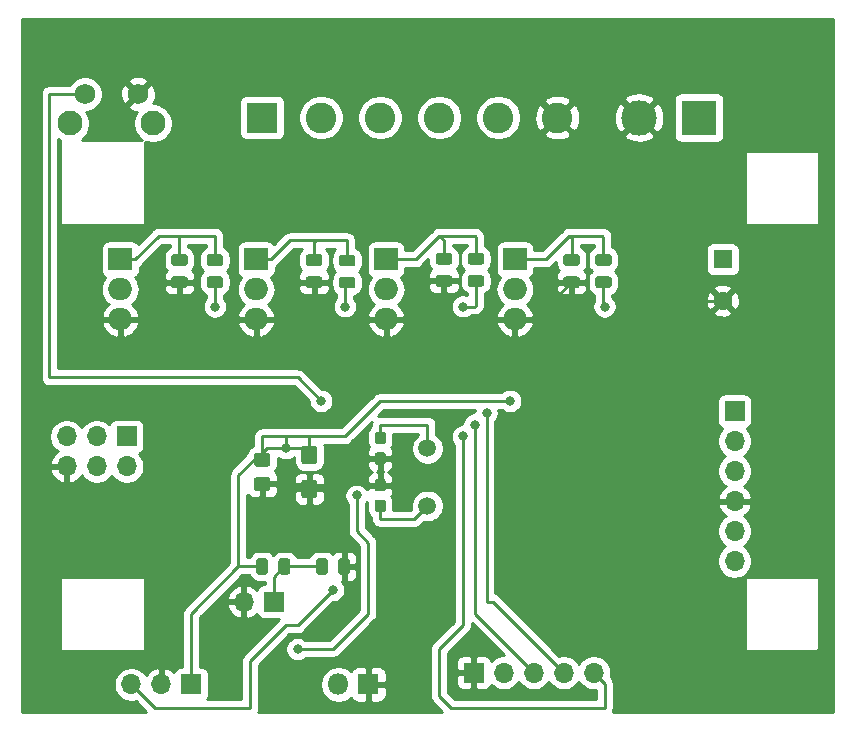
<source format=gbr>
%TF.GenerationSoftware,KiCad,Pcbnew,5.1.5-52549c5~84~ubuntu19.04.1*%
%TF.CreationDate,2020-02-04T18:47:48+03:00*%
%TF.ProjectId,RGBcontroller_V1,52474263-6f6e-4747-926f-6c6c65725f56,rev?*%
%TF.SameCoordinates,Original*%
%TF.FileFunction,Copper,L2,Bot*%
%TF.FilePolarity,Positive*%
%FSLAX46Y46*%
G04 Gerber Fmt 4.6, Leading zero omitted, Abs format (unit mm)*
G04 Created by KiCad (PCBNEW 5.1.5-52549c5~84~ubuntu19.04.1) date 2020-02-04 18:47:48*
%MOMM*%
%LPD*%
G04 APERTURE LIST*
%ADD10C,3.000000*%
%ADD11R,3.000000X3.000000*%
%ADD12O,1.700000X1.700000*%
%ADD13R,1.700000X1.700000*%
%ADD14C,2.600000*%
%ADD15R,2.600000X2.600000*%
%ADD16C,0.150000*%
%ADD17O,2.000000X1.905000*%
%ADD18R,2.000000X1.905000*%
%ADD19C,2.100000*%
%ADD20C,1.750000*%
%ADD21O,1.800000X1.800000*%
%ADD22R,1.800000X1.800000*%
%ADD23C,1.600000*%
%ADD24R,1.600000X1.600000*%
%ADD25C,1.500000*%
%ADD26C,0.800000*%
%ADD27C,0.250000*%
%ADD28C,0.254000*%
G04 APERTURE END LIST*
D10*
X152920000Y-49000000D03*
D11*
X158000000Y-49000000D03*
D12*
X161000000Y-86550000D03*
X161000000Y-84010000D03*
X161000000Y-81470000D03*
X161000000Y-78930000D03*
X161000000Y-76390000D03*
D13*
X161000000Y-73850000D03*
D14*
X146000000Y-49000000D03*
X141000000Y-49000000D03*
X136000000Y-49000000D03*
X131000000Y-49000000D03*
X126000000Y-49000000D03*
D15*
X121000000Y-49000000D03*
%TA.AperFunction,SMDPad,CuDef*%
D16*
G36*
X114480142Y-62451174D02*
G01*
X114503803Y-62454684D01*
X114527007Y-62460496D01*
X114549529Y-62468554D01*
X114571153Y-62478782D01*
X114591670Y-62491079D01*
X114610883Y-62505329D01*
X114628607Y-62521393D01*
X114644671Y-62539117D01*
X114658921Y-62558330D01*
X114671218Y-62578847D01*
X114681446Y-62600471D01*
X114689504Y-62622993D01*
X114695316Y-62646197D01*
X114698826Y-62669858D01*
X114700000Y-62693750D01*
X114700000Y-63181250D01*
X114698826Y-63205142D01*
X114695316Y-63228803D01*
X114689504Y-63252007D01*
X114681446Y-63274529D01*
X114671218Y-63296153D01*
X114658921Y-63316670D01*
X114644671Y-63335883D01*
X114628607Y-63353607D01*
X114610883Y-63369671D01*
X114591670Y-63383921D01*
X114571153Y-63396218D01*
X114549529Y-63406446D01*
X114527007Y-63414504D01*
X114503803Y-63420316D01*
X114480142Y-63423826D01*
X114456250Y-63425000D01*
X113543750Y-63425000D01*
X113519858Y-63423826D01*
X113496197Y-63420316D01*
X113472993Y-63414504D01*
X113450471Y-63406446D01*
X113428847Y-63396218D01*
X113408330Y-63383921D01*
X113389117Y-63369671D01*
X113371393Y-63353607D01*
X113355329Y-63335883D01*
X113341079Y-63316670D01*
X113328782Y-63296153D01*
X113318554Y-63274529D01*
X113310496Y-63252007D01*
X113304684Y-63228803D01*
X113301174Y-63205142D01*
X113300000Y-63181250D01*
X113300000Y-62693750D01*
X113301174Y-62669858D01*
X113304684Y-62646197D01*
X113310496Y-62622993D01*
X113318554Y-62600471D01*
X113328782Y-62578847D01*
X113341079Y-62558330D01*
X113355329Y-62539117D01*
X113371393Y-62521393D01*
X113389117Y-62505329D01*
X113408330Y-62491079D01*
X113428847Y-62478782D01*
X113450471Y-62468554D01*
X113472993Y-62460496D01*
X113496197Y-62454684D01*
X113519858Y-62451174D01*
X113543750Y-62450000D01*
X114456250Y-62450000D01*
X114480142Y-62451174D01*
G37*
%TD.AperFunction*%
%TA.AperFunction,SMDPad,CuDef*%
G36*
X114480142Y-60576174D02*
G01*
X114503803Y-60579684D01*
X114527007Y-60585496D01*
X114549529Y-60593554D01*
X114571153Y-60603782D01*
X114591670Y-60616079D01*
X114610883Y-60630329D01*
X114628607Y-60646393D01*
X114644671Y-60664117D01*
X114658921Y-60683330D01*
X114671218Y-60703847D01*
X114681446Y-60725471D01*
X114689504Y-60747993D01*
X114695316Y-60771197D01*
X114698826Y-60794858D01*
X114700000Y-60818750D01*
X114700000Y-61306250D01*
X114698826Y-61330142D01*
X114695316Y-61353803D01*
X114689504Y-61377007D01*
X114681446Y-61399529D01*
X114671218Y-61421153D01*
X114658921Y-61441670D01*
X114644671Y-61460883D01*
X114628607Y-61478607D01*
X114610883Y-61494671D01*
X114591670Y-61508921D01*
X114571153Y-61521218D01*
X114549529Y-61531446D01*
X114527007Y-61539504D01*
X114503803Y-61545316D01*
X114480142Y-61548826D01*
X114456250Y-61550000D01*
X113543750Y-61550000D01*
X113519858Y-61548826D01*
X113496197Y-61545316D01*
X113472993Y-61539504D01*
X113450471Y-61531446D01*
X113428847Y-61521218D01*
X113408330Y-61508921D01*
X113389117Y-61494671D01*
X113371393Y-61478607D01*
X113355329Y-61460883D01*
X113341079Y-61441670D01*
X113328782Y-61421153D01*
X113318554Y-61399529D01*
X113310496Y-61377007D01*
X113304684Y-61353803D01*
X113301174Y-61330142D01*
X113300000Y-61306250D01*
X113300000Y-60818750D01*
X113301174Y-60794858D01*
X113304684Y-60771197D01*
X113310496Y-60747993D01*
X113318554Y-60725471D01*
X113328782Y-60703847D01*
X113341079Y-60683330D01*
X113355329Y-60664117D01*
X113371393Y-60646393D01*
X113389117Y-60630329D01*
X113408330Y-60616079D01*
X113428847Y-60603782D01*
X113450471Y-60593554D01*
X113472993Y-60585496D01*
X113496197Y-60579684D01*
X113519858Y-60576174D01*
X113543750Y-60575000D01*
X114456250Y-60575000D01*
X114480142Y-60576174D01*
G37*
%TD.AperFunction*%
%TA.AperFunction,SMDPad,CuDef*%
G36*
X117480142Y-62451174D02*
G01*
X117503803Y-62454684D01*
X117527007Y-62460496D01*
X117549529Y-62468554D01*
X117571153Y-62478782D01*
X117591670Y-62491079D01*
X117610883Y-62505329D01*
X117628607Y-62521393D01*
X117644671Y-62539117D01*
X117658921Y-62558330D01*
X117671218Y-62578847D01*
X117681446Y-62600471D01*
X117689504Y-62622993D01*
X117695316Y-62646197D01*
X117698826Y-62669858D01*
X117700000Y-62693750D01*
X117700000Y-63181250D01*
X117698826Y-63205142D01*
X117695316Y-63228803D01*
X117689504Y-63252007D01*
X117681446Y-63274529D01*
X117671218Y-63296153D01*
X117658921Y-63316670D01*
X117644671Y-63335883D01*
X117628607Y-63353607D01*
X117610883Y-63369671D01*
X117591670Y-63383921D01*
X117571153Y-63396218D01*
X117549529Y-63406446D01*
X117527007Y-63414504D01*
X117503803Y-63420316D01*
X117480142Y-63423826D01*
X117456250Y-63425000D01*
X116543750Y-63425000D01*
X116519858Y-63423826D01*
X116496197Y-63420316D01*
X116472993Y-63414504D01*
X116450471Y-63406446D01*
X116428847Y-63396218D01*
X116408330Y-63383921D01*
X116389117Y-63369671D01*
X116371393Y-63353607D01*
X116355329Y-63335883D01*
X116341079Y-63316670D01*
X116328782Y-63296153D01*
X116318554Y-63274529D01*
X116310496Y-63252007D01*
X116304684Y-63228803D01*
X116301174Y-63205142D01*
X116300000Y-63181250D01*
X116300000Y-62693750D01*
X116301174Y-62669858D01*
X116304684Y-62646197D01*
X116310496Y-62622993D01*
X116318554Y-62600471D01*
X116328782Y-62578847D01*
X116341079Y-62558330D01*
X116355329Y-62539117D01*
X116371393Y-62521393D01*
X116389117Y-62505329D01*
X116408330Y-62491079D01*
X116428847Y-62478782D01*
X116450471Y-62468554D01*
X116472993Y-62460496D01*
X116496197Y-62454684D01*
X116519858Y-62451174D01*
X116543750Y-62450000D01*
X117456250Y-62450000D01*
X117480142Y-62451174D01*
G37*
%TD.AperFunction*%
%TA.AperFunction,SMDPad,CuDef*%
G36*
X117480142Y-60576174D02*
G01*
X117503803Y-60579684D01*
X117527007Y-60585496D01*
X117549529Y-60593554D01*
X117571153Y-60603782D01*
X117591670Y-60616079D01*
X117610883Y-60630329D01*
X117628607Y-60646393D01*
X117644671Y-60664117D01*
X117658921Y-60683330D01*
X117671218Y-60703847D01*
X117681446Y-60725471D01*
X117689504Y-60747993D01*
X117695316Y-60771197D01*
X117698826Y-60794858D01*
X117700000Y-60818750D01*
X117700000Y-61306250D01*
X117698826Y-61330142D01*
X117695316Y-61353803D01*
X117689504Y-61377007D01*
X117681446Y-61399529D01*
X117671218Y-61421153D01*
X117658921Y-61441670D01*
X117644671Y-61460883D01*
X117628607Y-61478607D01*
X117610883Y-61494671D01*
X117591670Y-61508921D01*
X117571153Y-61521218D01*
X117549529Y-61531446D01*
X117527007Y-61539504D01*
X117503803Y-61545316D01*
X117480142Y-61548826D01*
X117456250Y-61550000D01*
X116543750Y-61550000D01*
X116519858Y-61548826D01*
X116496197Y-61545316D01*
X116472993Y-61539504D01*
X116450471Y-61531446D01*
X116428847Y-61521218D01*
X116408330Y-61508921D01*
X116389117Y-61494671D01*
X116371393Y-61478607D01*
X116355329Y-61460883D01*
X116341079Y-61441670D01*
X116328782Y-61421153D01*
X116318554Y-61399529D01*
X116310496Y-61377007D01*
X116304684Y-61353803D01*
X116301174Y-61330142D01*
X116300000Y-61306250D01*
X116300000Y-60818750D01*
X116301174Y-60794858D01*
X116304684Y-60771197D01*
X116310496Y-60747993D01*
X116318554Y-60725471D01*
X116328782Y-60703847D01*
X116341079Y-60683330D01*
X116355329Y-60664117D01*
X116371393Y-60646393D01*
X116389117Y-60630329D01*
X116408330Y-60616079D01*
X116428847Y-60603782D01*
X116450471Y-60593554D01*
X116472993Y-60585496D01*
X116496197Y-60579684D01*
X116519858Y-60576174D01*
X116543750Y-60575000D01*
X117456250Y-60575000D01*
X117480142Y-60576174D01*
G37*
%TD.AperFunction*%
D17*
X109000000Y-66080000D03*
X109000000Y-63540000D03*
D18*
X109000000Y-61000000D03*
D12*
X104460000Y-78540000D03*
X104460000Y-76000000D03*
X107000000Y-78540000D03*
X107000000Y-76000000D03*
X109540000Y-78540000D03*
D13*
X109540000Y-76000000D03*
D19*
X104750000Y-49490000D03*
D20*
X106000000Y-47000000D03*
X110500000Y-47000000D03*
D19*
X111760000Y-49490000D03*
D12*
X119460000Y-90000000D03*
D13*
X122000000Y-90000000D03*
%TA.AperFunction,SMDPad,CuDef*%
D16*
G36*
X125880142Y-62451174D02*
G01*
X125903803Y-62454684D01*
X125927007Y-62460496D01*
X125949529Y-62468554D01*
X125971153Y-62478782D01*
X125991670Y-62491079D01*
X126010883Y-62505329D01*
X126028607Y-62521393D01*
X126044671Y-62539117D01*
X126058921Y-62558330D01*
X126071218Y-62578847D01*
X126081446Y-62600471D01*
X126089504Y-62622993D01*
X126095316Y-62646197D01*
X126098826Y-62669858D01*
X126100000Y-62693750D01*
X126100000Y-63181250D01*
X126098826Y-63205142D01*
X126095316Y-63228803D01*
X126089504Y-63252007D01*
X126081446Y-63274529D01*
X126071218Y-63296153D01*
X126058921Y-63316670D01*
X126044671Y-63335883D01*
X126028607Y-63353607D01*
X126010883Y-63369671D01*
X125991670Y-63383921D01*
X125971153Y-63396218D01*
X125949529Y-63406446D01*
X125927007Y-63414504D01*
X125903803Y-63420316D01*
X125880142Y-63423826D01*
X125856250Y-63425000D01*
X124943750Y-63425000D01*
X124919858Y-63423826D01*
X124896197Y-63420316D01*
X124872993Y-63414504D01*
X124850471Y-63406446D01*
X124828847Y-63396218D01*
X124808330Y-63383921D01*
X124789117Y-63369671D01*
X124771393Y-63353607D01*
X124755329Y-63335883D01*
X124741079Y-63316670D01*
X124728782Y-63296153D01*
X124718554Y-63274529D01*
X124710496Y-63252007D01*
X124704684Y-63228803D01*
X124701174Y-63205142D01*
X124700000Y-63181250D01*
X124700000Y-62693750D01*
X124701174Y-62669858D01*
X124704684Y-62646197D01*
X124710496Y-62622993D01*
X124718554Y-62600471D01*
X124728782Y-62578847D01*
X124741079Y-62558330D01*
X124755329Y-62539117D01*
X124771393Y-62521393D01*
X124789117Y-62505329D01*
X124808330Y-62491079D01*
X124828847Y-62478782D01*
X124850471Y-62468554D01*
X124872993Y-62460496D01*
X124896197Y-62454684D01*
X124919858Y-62451174D01*
X124943750Y-62450000D01*
X125856250Y-62450000D01*
X125880142Y-62451174D01*
G37*
%TD.AperFunction*%
%TA.AperFunction,SMDPad,CuDef*%
G36*
X125880142Y-60576174D02*
G01*
X125903803Y-60579684D01*
X125927007Y-60585496D01*
X125949529Y-60593554D01*
X125971153Y-60603782D01*
X125991670Y-60616079D01*
X126010883Y-60630329D01*
X126028607Y-60646393D01*
X126044671Y-60664117D01*
X126058921Y-60683330D01*
X126071218Y-60703847D01*
X126081446Y-60725471D01*
X126089504Y-60747993D01*
X126095316Y-60771197D01*
X126098826Y-60794858D01*
X126100000Y-60818750D01*
X126100000Y-61306250D01*
X126098826Y-61330142D01*
X126095316Y-61353803D01*
X126089504Y-61377007D01*
X126081446Y-61399529D01*
X126071218Y-61421153D01*
X126058921Y-61441670D01*
X126044671Y-61460883D01*
X126028607Y-61478607D01*
X126010883Y-61494671D01*
X125991670Y-61508921D01*
X125971153Y-61521218D01*
X125949529Y-61531446D01*
X125927007Y-61539504D01*
X125903803Y-61545316D01*
X125880142Y-61548826D01*
X125856250Y-61550000D01*
X124943750Y-61550000D01*
X124919858Y-61548826D01*
X124896197Y-61545316D01*
X124872993Y-61539504D01*
X124850471Y-61531446D01*
X124828847Y-61521218D01*
X124808330Y-61508921D01*
X124789117Y-61494671D01*
X124771393Y-61478607D01*
X124755329Y-61460883D01*
X124741079Y-61441670D01*
X124728782Y-61421153D01*
X124718554Y-61399529D01*
X124710496Y-61377007D01*
X124704684Y-61353803D01*
X124701174Y-61330142D01*
X124700000Y-61306250D01*
X124700000Y-60818750D01*
X124701174Y-60794858D01*
X124704684Y-60771197D01*
X124710496Y-60747993D01*
X124718554Y-60725471D01*
X124728782Y-60703847D01*
X124741079Y-60683330D01*
X124755329Y-60664117D01*
X124771393Y-60646393D01*
X124789117Y-60630329D01*
X124808330Y-60616079D01*
X124828847Y-60603782D01*
X124850471Y-60593554D01*
X124872993Y-60585496D01*
X124896197Y-60579684D01*
X124919858Y-60576174D01*
X124943750Y-60575000D01*
X125856250Y-60575000D01*
X125880142Y-60576174D01*
G37*
%TD.AperFunction*%
%TA.AperFunction,SMDPad,CuDef*%
G36*
X128680142Y-62488674D02*
G01*
X128703803Y-62492184D01*
X128727007Y-62497996D01*
X128749529Y-62506054D01*
X128771153Y-62516282D01*
X128791670Y-62528579D01*
X128810883Y-62542829D01*
X128828607Y-62558893D01*
X128844671Y-62576617D01*
X128858921Y-62595830D01*
X128871218Y-62616347D01*
X128881446Y-62637971D01*
X128889504Y-62660493D01*
X128895316Y-62683697D01*
X128898826Y-62707358D01*
X128900000Y-62731250D01*
X128900000Y-63218750D01*
X128898826Y-63242642D01*
X128895316Y-63266303D01*
X128889504Y-63289507D01*
X128881446Y-63312029D01*
X128871218Y-63333653D01*
X128858921Y-63354170D01*
X128844671Y-63373383D01*
X128828607Y-63391107D01*
X128810883Y-63407171D01*
X128791670Y-63421421D01*
X128771153Y-63433718D01*
X128749529Y-63443946D01*
X128727007Y-63452004D01*
X128703803Y-63457816D01*
X128680142Y-63461326D01*
X128656250Y-63462500D01*
X127743750Y-63462500D01*
X127719858Y-63461326D01*
X127696197Y-63457816D01*
X127672993Y-63452004D01*
X127650471Y-63443946D01*
X127628847Y-63433718D01*
X127608330Y-63421421D01*
X127589117Y-63407171D01*
X127571393Y-63391107D01*
X127555329Y-63373383D01*
X127541079Y-63354170D01*
X127528782Y-63333653D01*
X127518554Y-63312029D01*
X127510496Y-63289507D01*
X127504684Y-63266303D01*
X127501174Y-63242642D01*
X127500000Y-63218750D01*
X127500000Y-62731250D01*
X127501174Y-62707358D01*
X127504684Y-62683697D01*
X127510496Y-62660493D01*
X127518554Y-62637971D01*
X127528782Y-62616347D01*
X127541079Y-62595830D01*
X127555329Y-62576617D01*
X127571393Y-62558893D01*
X127589117Y-62542829D01*
X127608330Y-62528579D01*
X127628847Y-62516282D01*
X127650471Y-62506054D01*
X127672993Y-62497996D01*
X127696197Y-62492184D01*
X127719858Y-62488674D01*
X127743750Y-62487500D01*
X128656250Y-62487500D01*
X128680142Y-62488674D01*
G37*
%TD.AperFunction*%
%TA.AperFunction,SMDPad,CuDef*%
G36*
X128680142Y-60613674D02*
G01*
X128703803Y-60617184D01*
X128727007Y-60622996D01*
X128749529Y-60631054D01*
X128771153Y-60641282D01*
X128791670Y-60653579D01*
X128810883Y-60667829D01*
X128828607Y-60683893D01*
X128844671Y-60701617D01*
X128858921Y-60720830D01*
X128871218Y-60741347D01*
X128881446Y-60762971D01*
X128889504Y-60785493D01*
X128895316Y-60808697D01*
X128898826Y-60832358D01*
X128900000Y-60856250D01*
X128900000Y-61343750D01*
X128898826Y-61367642D01*
X128895316Y-61391303D01*
X128889504Y-61414507D01*
X128881446Y-61437029D01*
X128871218Y-61458653D01*
X128858921Y-61479170D01*
X128844671Y-61498383D01*
X128828607Y-61516107D01*
X128810883Y-61532171D01*
X128791670Y-61546421D01*
X128771153Y-61558718D01*
X128749529Y-61568946D01*
X128727007Y-61577004D01*
X128703803Y-61582816D01*
X128680142Y-61586326D01*
X128656250Y-61587500D01*
X127743750Y-61587500D01*
X127719858Y-61586326D01*
X127696197Y-61582816D01*
X127672993Y-61577004D01*
X127650471Y-61568946D01*
X127628847Y-61558718D01*
X127608330Y-61546421D01*
X127589117Y-61532171D01*
X127571393Y-61516107D01*
X127555329Y-61498383D01*
X127541079Y-61479170D01*
X127528782Y-61458653D01*
X127518554Y-61437029D01*
X127510496Y-61414507D01*
X127504684Y-61391303D01*
X127501174Y-61367642D01*
X127500000Y-61343750D01*
X127500000Y-60856250D01*
X127501174Y-60832358D01*
X127504684Y-60808697D01*
X127510496Y-60785493D01*
X127518554Y-60762971D01*
X127528782Y-60741347D01*
X127541079Y-60720830D01*
X127555329Y-60701617D01*
X127571393Y-60683893D01*
X127589117Y-60667829D01*
X127608330Y-60653579D01*
X127628847Y-60641282D01*
X127650471Y-60631054D01*
X127672993Y-60622996D01*
X127696197Y-60617184D01*
X127719858Y-60613674D01*
X127743750Y-60612500D01*
X128656250Y-60612500D01*
X128680142Y-60613674D01*
G37*
%TD.AperFunction*%
%TA.AperFunction,SMDPad,CuDef*%
G36*
X123142642Y-86301174D02*
G01*
X123166303Y-86304684D01*
X123189507Y-86310496D01*
X123212029Y-86318554D01*
X123233653Y-86328782D01*
X123254170Y-86341079D01*
X123273383Y-86355329D01*
X123291107Y-86371393D01*
X123307171Y-86389117D01*
X123321421Y-86408330D01*
X123333718Y-86428847D01*
X123343946Y-86450471D01*
X123352004Y-86472993D01*
X123357816Y-86496197D01*
X123361326Y-86519858D01*
X123362500Y-86543750D01*
X123362500Y-87456250D01*
X123361326Y-87480142D01*
X123357816Y-87503803D01*
X123352004Y-87527007D01*
X123343946Y-87549529D01*
X123333718Y-87571153D01*
X123321421Y-87591670D01*
X123307171Y-87610883D01*
X123291107Y-87628607D01*
X123273383Y-87644671D01*
X123254170Y-87658921D01*
X123233653Y-87671218D01*
X123212029Y-87681446D01*
X123189507Y-87689504D01*
X123166303Y-87695316D01*
X123142642Y-87698826D01*
X123118750Y-87700000D01*
X122631250Y-87700000D01*
X122607358Y-87698826D01*
X122583697Y-87695316D01*
X122560493Y-87689504D01*
X122537971Y-87681446D01*
X122516347Y-87671218D01*
X122495830Y-87658921D01*
X122476617Y-87644671D01*
X122458893Y-87628607D01*
X122442829Y-87610883D01*
X122428579Y-87591670D01*
X122416282Y-87571153D01*
X122406054Y-87549529D01*
X122397996Y-87527007D01*
X122392184Y-87503803D01*
X122388674Y-87480142D01*
X122387500Y-87456250D01*
X122387500Y-86543750D01*
X122388674Y-86519858D01*
X122392184Y-86496197D01*
X122397996Y-86472993D01*
X122406054Y-86450471D01*
X122416282Y-86428847D01*
X122428579Y-86408330D01*
X122442829Y-86389117D01*
X122458893Y-86371393D01*
X122476617Y-86355329D01*
X122495830Y-86341079D01*
X122516347Y-86328782D01*
X122537971Y-86318554D01*
X122560493Y-86310496D01*
X122583697Y-86304684D01*
X122607358Y-86301174D01*
X122631250Y-86300000D01*
X123118750Y-86300000D01*
X123142642Y-86301174D01*
G37*
%TD.AperFunction*%
%TA.AperFunction,SMDPad,CuDef*%
G36*
X121267642Y-86301174D02*
G01*
X121291303Y-86304684D01*
X121314507Y-86310496D01*
X121337029Y-86318554D01*
X121358653Y-86328782D01*
X121379170Y-86341079D01*
X121398383Y-86355329D01*
X121416107Y-86371393D01*
X121432171Y-86389117D01*
X121446421Y-86408330D01*
X121458718Y-86428847D01*
X121468946Y-86450471D01*
X121477004Y-86472993D01*
X121482816Y-86496197D01*
X121486326Y-86519858D01*
X121487500Y-86543750D01*
X121487500Y-87456250D01*
X121486326Y-87480142D01*
X121482816Y-87503803D01*
X121477004Y-87527007D01*
X121468946Y-87549529D01*
X121458718Y-87571153D01*
X121446421Y-87591670D01*
X121432171Y-87610883D01*
X121416107Y-87628607D01*
X121398383Y-87644671D01*
X121379170Y-87658921D01*
X121358653Y-87671218D01*
X121337029Y-87681446D01*
X121314507Y-87689504D01*
X121291303Y-87695316D01*
X121267642Y-87698826D01*
X121243750Y-87700000D01*
X120756250Y-87700000D01*
X120732358Y-87698826D01*
X120708697Y-87695316D01*
X120685493Y-87689504D01*
X120662971Y-87681446D01*
X120641347Y-87671218D01*
X120620830Y-87658921D01*
X120601617Y-87644671D01*
X120583893Y-87628607D01*
X120567829Y-87610883D01*
X120553579Y-87591670D01*
X120541282Y-87571153D01*
X120531054Y-87549529D01*
X120522996Y-87527007D01*
X120517184Y-87503803D01*
X120513674Y-87480142D01*
X120512500Y-87456250D01*
X120512500Y-86543750D01*
X120513674Y-86519858D01*
X120517184Y-86496197D01*
X120522996Y-86472993D01*
X120531054Y-86450471D01*
X120541282Y-86428847D01*
X120553579Y-86408330D01*
X120567829Y-86389117D01*
X120583893Y-86371393D01*
X120601617Y-86355329D01*
X120620830Y-86341079D01*
X120641347Y-86328782D01*
X120662971Y-86318554D01*
X120685493Y-86310496D01*
X120708697Y-86304684D01*
X120732358Y-86301174D01*
X120756250Y-86300000D01*
X121243750Y-86300000D01*
X121267642Y-86301174D01*
G37*
%TD.AperFunction*%
%TA.AperFunction,SMDPad,CuDef*%
G36*
X136880142Y-62351174D02*
G01*
X136903803Y-62354684D01*
X136927007Y-62360496D01*
X136949529Y-62368554D01*
X136971153Y-62378782D01*
X136991670Y-62391079D01*
X137010883Y-62405329D01*
X137028607Y-62421393D01*
X137044671Y-62439117D01*
X137058921Y-62458330D01*
X137071218Y-62478847D01*
X137081446Y-62500471D01*
X137089504Y-62522993D01*
X137095316Y-62546197D01*
X137098826Y-62569858D01*
X137100000Y-62593750D01*
X137100000Y-63081250D01*
X137098826Y-63105142D01*
X137095316Y-63128803D01*
X137089504Y-63152007D01*
X137081446Y-63174529D01*
X137071218Y-63196153D01*
X137058921Y-63216670D01*
X137044671Y-63235883D01*
X137028607Y-63253607D01*
X137010883Y-63269671D01*
X136991670Y-63283921D01*
X136971153Y-63296218D01*
X136949529Y-63306446D01*
X136927007Y-63314504D01*
X136903803Y-63320316D01*
X136880142Y-63323826D01*
X136856250Y-63325000D01*
X135943750Y-63325000D01*
X135919858Y-63323826D01*
X135896197Y-63320316D01*
X135872993Y-63314504D01*
X135850471Y-63306446D01*
X135828847Y-63296218D01*
X135808330Y-63283921D01*
X135789117Y-63269671D01*
X135771393Y-63253607D01*
X135755329Y-63235883D01*
X135741079Y-63216670D01*
X135728782Y-63196153D01*
X135718554Y-63174529D01*
X135710496Y-63152007D01*
X135704684Y-63128803D01*
X135701174Y-63105142D01*
X135700000Y-63081250D01*
X135700000Y-62593750D01*
X135701174Y-62569858D01*
X135704684Y-62546197D01*
X135710496Y-62522993D01*
X135718554Y-62500471D01*
X135728782Y-62478847D01*
X135741079Y-62458330D01*
X135755329Y-62439117D01*
X135771393Y-62421393D01*
X135789117Y-62405329D01*
X135808330Y-62391079D01*
X135828847Y-62378782D01*
X135850471Y-62368554D01*
X135872993Y-62360496D01*
X135896197Y-62354684D01*
X135919858Y-62351174D01*
X135943750Y-62350000D01*
X136856250Y-62350000D01*
X136880142Y-62351174D01*
G37*
%TD.AperFunction*%
%TA.AperFunction,SMDPad,CuDef*%
G36*
X136880142Y-60476174D02*
G01*
X136903803Y-60479684D01*
X136927007Y-60485496D01*
X136949529Y-60493554D01*
X136971153Y-60503782D01*
X136991670Y-60516079D01*
X137010883Y-60530329D01*
X137028607Y-60546393D01*
X137044671Y-60564117D01*
X137058921Y-60583330D01*
X137071218Y-60603847D01*
X137081446Y-60625471D01*
X137089504Y-60647993D01*
X137095316Y-60671197D01*
X137098826Y-60694858D01*
X137100000Y-60718750D01*
X137100000Y-61206250D01*
X137098826Y-61230142D01*
X137095316Y-61253803D01*
X137089504Y-61277007D01*
X137081446Y-61299529D01*
X137071218Y-61321153D01*
X137058921Y-61341670D01*
X137044671Y-61360883D01*
X137028607Y-61378607D01*
X137010883Y-61394671D01*
X136991670Y-61408921D01*
X136971153Y-61421218D01*
X136949529Y-61431446D01*
X136927007Y-61439504D01*
X136903803Y-61445316D01*
X136880142Y-61448826D01*
X136856250Y-61450000D01*
X135943750Y-61450000D01*
X135919858Y-61448826D01*
X135896197Y-61445316D01*
X135872993Y-61439504D01*
X135850471Y-61431446D01*
X135828847Y-61421218D01*
X135808330Y-61408921D01*
X135789117Y-61394671D01*
X135771393Y-61378607D01*
X135755329Y-61360883D01*
X135741079Y-61341670D01*
X135728782Y-61321153D01*
X135718554Y-61299529D01*
X135710496Y-61277007D01*
X135704684Y-61253803D01*
X135701174Y-61230142D01*
X135700000Y-61206250D01*
X135700000Y-60718750D01*
X135701174Y-60694858D01*
X135704684Y-60671197D01*
X135710496Y-60647993D01*
X135718554Y-60625471D01*
X135728782Y-60603847D01*
X135741079Y-60583330D01*
X135755329Y-60564117D01*
X135771393Y-60546393D01*
X135789117Y-60530329D01*
X135808330Y-60516079D01*
X135828847Y-60503782D01*
X135850471Y-60493554D01*
X135872993Y-60485496D01*
X135896197Y-60479684D01*
X135919858Y-60476174D01*
X135943750Y-60475000D01*
X136856250Y-60475000D01*
X136880142Y-60476174D01*
G37*
%TD.AperFunction*%
%TA.AperFunction,SMDPad,CuDef*%
G36*
X139580142Y-62351174D02*
G01*
X139603803Y-62354684D01*
X139627007Y-62360496D01*
X139649529Y-62368554D01*
X139671153Y-62378782D01*
X139691670Y-62391079D01*
X139710883Y-62405329D01*
X139728607Y-62421393D01*
X139744671Y-62439117D01*
X139758921Y-62458330D01*
X139771218Y-62478847D01*
X139781446Y-62500471D01*
X139789504Y-62522993D01*
X139795316Y-62546197D01*
X139798826Y-62569858D01*
X139800000Y-62593750D01*
X139800000Y-63081250D01*
X139798826Y-63105142D01*
X139795316Y-63128803D01*
X139789504Y-63152007D01*
X139781446Y-63174529D01*
X139771218Y-63196153D01*
X139758921Y-63216670D01*
X139744671Y-63235883D01*
X139728607Y-63253607D01*
X139710883Y-63269671D01*
X139691670Y-63283921D01*
X139671153Y-63296218D01*
X139649529Y-63306446D01*
X139627007Y-63314504D01*
X139603803Y-63320316D01*
X139580142Y-63323826D01*
X139556250Y-63325000D01*
X138643750Y-63325000D01*
X138619858Y-63323826D01*
X138596197Y-63320316D01*
X138572993Y-63314504D01*
X138550471Y-63306446D01*
X138528847Y-63296218D01*
X138508330Y-63283921D01*
X138489117Y-63269671D01*
X138471393Y-63253607D01*
X138455329Y-63235883D01*
X138441079Y-63216670D01*
X138428782Y-63196153D01*
X138418554Y-63174529D01*
X138410496Y-63152007D01*
X138404684Y-63128803D01*
X138401174Y-63105142D01*
X138400000Y-63081250D01*
X138400000Y-62593750D01*
X138401174Y-62569858D01*
X138404684Y-62546197D01*
X138410496Y-62522993D01*
X138418554Y-62500471D01*
X138428782Y-62478847D01*
X138441079Y-62458330D01*
X138455329Y-62439117D01*
X138471393Y-62421393D01*
X138489117Y-62405329D01*
X138508330Y-62391079D01*
X138528847Y-62378782D01*
X138550471Y-62368554D01*
X138572993Y-62360496D01*
X138596197Y-62354684D01*
X138619858Y-62351174D01*
X138643750Y-62350000D01*
X139556250Y-62350000D01*
X139580142Y-62351174D01*
G37*
%TD.AperFunction*%
%TA.AperFunction,SMDPad,CuDef*%
G36*
X139580142Y-60476174D02*
G01*
X139603803Y-60479684D01*
X139627007Y-60485496D01*
X139649529Y-60493554D01*
X139671153Y-60503782D01*
X139691670Y-60516079D01*
X139710883Y-60530329D01*
X139728607Y-60546393D01*
X139744671Y-60564117D01*
X139758921Y-60583330D01*
X139771218Y-60603847D01*
X139781446Y-60625471D01*
X139789504Y-60647993D01*
X139795316Y-60671197D01*
X139798826Y-60694858D01*
X139800000Y-60718750D01*
X139800000Y-61206250D01*
X139798826Y-61230142D01*
X139795316Y-61253803D01*
X139789504Y-61277007D01*
X139781446Y-61299529D01*
X139771218Y-61321153D01*
X139758921Y-61341670D01*
X139744671Y-61360883D01*
X139728607Y-61378607D01*
X139710883Y-61394671D01*
X139691670Y-61408921D01*
X139671153Y-61421218D01*
X139649529Y-61431446D01*
X139627007Y-61439504D01*
X139603803Y-61445316D01*
X139580142Y-61448826D01*
X139556250Y-61450000D01*
X138643750Y-61450000D01*
X138619858Y-61448826D01*
X138596197Y-61445316D01*
X138572993Y-61439504D01*
X138550471Y-61431446D01*
X138528847Y-61421218D01*
X138508330Y-61408921D01*
X138489117Y-61394671D01*
X138471393Y-61378607D01*
X138455329Y-61360883D01*
X138441079Y-61341670D01*
X138428782Y-61321153D01*
X138418554Y-61299529D01*
X138410496Y-61277007D01*
X138404684Y-61253803D01*
X138401174Y-61230142D01*
X138400000Y-61206250D01*
X138400000Y-60718750D01*
X138401174Y-60694858D01*
X138404684Y-60671197D01*
X138410496Y-60647993D01*
X138418554Y-60625471D01*
X138428782Y-60603847D01*
X138441079Y-60583330D01*
X138455329Y-60564117D01*
X138471393Y-60546393D01*
X138489117Y-60530329D01*
X138508330Y-60516079D01*
X138528847Y-60503782D01*
X138550471Y-60493554D01*
X138572993Y-60485496D01*
X138596197Y-60479684D01*
X138619858Y-60476174D01*
X138643750Y-60475000D01*
X139556250Y-60475000D01*
X139580142Y-60476174D01*
G37*
%TD.AperFunction*%
%TA.AperFunction,SMDPad,CuDef*%
G36*
X147680142Y-62451174D02*
G01*
X147703803Y-62454684D01*
X147727007Y-62460496D01*
X147749529Y-62468554D01*
X147771153Y-62478782D01*
X147791670Y-62491079D01*
X147810883Y-62505329D01*
X147828607Y-62521393D01*
X147844671Y-62539117D01*
X147858921Y-62558330D01*
X147871218Y-62578847D01*
X147881446Y-62600471D01*
X147889504Y-62622993D01*
X147895316Y-62646197D01*
X147898826Y-62669858D01*
X147900000Y-62693750D01*
X147900000Y-63181250D01*
X147898826Y-63205142D01*
X147895316Y-63228803D01*
X147889504Y-63252007D01*
X147881446Y-63274529D01*
X147871218Y-63296153D01*
X147858921Y-63316670D01*
X147844671Y-63335883D01*
X147828607Y-63353607D01*
X147810883Y-63369671D01*
X147791670Y-63383921D01*
X147771153Y-63396218D01*
X147749529Y-63406446D01*
X147727007Y-63414504D01*
X147703803Y-63420316D01*
X147680142Y-63423826D01*
X147656250Y-63425000D01*
X146743750Y-63425000D01*
X146719858Y-63423826D01*
X146696197Y-63420316D01*
X146672993Y-63414504D01*
X146650471Y-63406446D01*
X146628847Y-63396218D01*
X146608330Y-63383921D01*
X146589117Y-63369671D01*
X146571393Y-63353607D01*
X146555329Y-63335883D01*
X146541079Y-63316670D01*
X146528782Y-63296153D01*
X146518554Y-63274529D01*
X146510496Y-63252007D01*
X146504684Y-63228803D01*
X146501174Y-63205142D01*
X146500000Y-63181250D01*
X146500000Y-62693750D01*
X146501174Y-62669858D01*
X146504684Y-62646197D01*
X146510496Y-62622993D01*
X146518554Y-62600471D01*
X146528782Y-62578847D01*
X146541079Y-62558330D01*
X146555329Y-62539117D01*
X146571393Y-62521393D01*
X146589117Y-62505329D01*
X146608330Y-62491079D01*
X146628847Y-62478782D01*
X146650471Y-62468554D01*
X146672993Y-62460496D01*
X146696197Y-62454684D01*
X146719858Y-62451174D01*
X146743750Y-62450000D01*
X147656250Y-62450000D01*
X147680142Y-62451174D01*
G37*
%TD.AperFunction*%
%TA.AperFunction,SMDPad,CuDef*%
G36*
X147680142Y-60576174D02*
G01*
X147703803Y-60579684D01*
X147727007Y-60585496D01*
X147749529Y-60593554D01*
X147771153Y-60603782D01*
X147791670Y-60616079D01*
X147810883Y-60630329D01*
X147828607Y-60646393D01*
X147844671Y-60664117D01*
X147858921Y-60683330D01*
X147871218Y-60703847D01*
X147881446Y-60725471D01*
X147889504Y-60747993D01*
X147895316Y-60771197D01*
X147898826Y-60794858D01*
X147900000Y-60818750D01*
X147900000Y-61306250D01*
X147898826Y-61330142D01*
X147895316Y-61353803D01*
X147889504Y-61377007D01*
X147881446Y-61399529D01*
X147871218Y-61421153D01*
X147858921Y-61441670D01*
X147844671Y-61460883D01*
X147828607Y-61478607D01*
X147810883Y-61494671D01*
X147791670Y-61508921D01*
X147771153Y-61521218D01*
X147749529Y-61531446D01*
X147727007Y-61539504D01*
X147703803Y-61545316D01*
X147680142Y-61548826D01*
X147656250Y-61550000D01*
X146743750Y-61550000D01*
X146719858Y-61548826D01*
X146696197Y-61545316D01*
X146672993Y-61539504D01*
X146650471Y-61531446D01*
X146628847Y-61521218D01*
X146608330Y-61508921D01*
X146589117Y-61494671D01*
X146571393Y-61478607D01*
X146555329Y-61460883D01*
X146541079Y-61441670D01*
X146528782Y-61421153D01*
X146518554Y-61399529D01*
X146510496Y-61377007D01*
X146504684Y-61353803D01*
X146501174Y-61330142D01*
X146500000Y-61306250D01*
X146500000Y-60818750D01*
X146501174Y-60794858D01*
X146504684Y-60771197D01*
X146510496Y-60747993D01*
X146518554Y-60725471D01*
X146528782Y-60703847D01*
X146541079Y-60683330D01*
X146555329Y-60664117D01*
X146571393Y-60646393D01*
X146589117Y-60630329D01*
X146608330Y-60616079D01*
X146628847Y-60603782D01*
X146650471Y-60593554D01*
X146672993Y-60585496D01*
X146696197Y-60579684D01*
X146719858Y-60576174D01*
X146743750Y-60575000D01*
X147656250Y-60575000D01*
X147680142Y-60576174D01*
G37*
%TD.AperFunction*%
%TA.AperFunction,SMDPad,CuDef*%
G36*
X150380142Y-62451174D02*
G01*
X150403803Y-62454684D01*
X150427007Y-62460496D01*
X150449529Y-62468554D01*
X150471153Y-62478782D01*
X150491670Y-62491079D01*
X150510883Y-62505329D01*
X150528607Y-62521393D01*
X150544671Y-62539117D01*
X150558921Y-62558330D01*
X150571218Y-62578847D01*
X150581446Y-62600471D01*
X150589504Y-62622993D01*
X150595316Y-62646197D01*
X150598826Y-62669858D01*
X150600000Y-62693750D01*
X150600000Y-63181250D01*
X150598826Y-63205142D01*
X150595316Y-63228803D01*
X150589504Y-63252007D01*
X150581446Y-63274529D01*
X150571218Y-63296153D01*
X150558921Y-63316670D01*
X150544671Y-63335883D01*
X150528607Y-63353607D01*
X150510883Y-63369671D01*
X150491670Y-63383921D01*
X150471153Y-63396218D01*
X150449529Y-63406446D01*
X150427007Y-63414504D01*
X150403803Y-63420316D01*
X150380142Y-63423826D01*
X150356250Y-63425000D01*
X149443750Y-63425000D01*
X149419858Y-63423826D01*
X149396197Y-63420316D01*
X149372993Y-63414504D01*
X149350471Y-63406446D01*
X149328847Y-63396218D01*
X149308330Y-63383921D01*
X149289117Y-63369671D01*
X149271393Y-63353607D01*
X149255329Y-63335883D01*
X149241079Y-63316670D01*
X149228782Y-63296153D01*
X149218554Y-63274529D01*
X149210496Y-63252007D01*
X149204684Y-63228803D01*
X149201174Y-63205142D01*
X149200000Y-63181250D01*
X149200000Y-62693750D01*
X149201174Y-62669858D01*
X149204684Y-62646197D01*
X149210496Y-62622993D01*
X149218554Y-62600471D01*
X149228782Y-62578847D01*
X149241079Y-62558330D01*
X149255329Y-62539117D01*
X149271393Y-62521393D01*
X149289117Y-62505329D01*
X149308330Y-62491079D01*
X149328847Y-62478782D01*
X149350471Y-62468554D01*
X149372993Y-62460496D01*
X149396197Y-62454684D01*
X149419858Y-62451174D01*
X149443750Y-62450000D01*
X150356250Y-62450000D01*
X150380142Y-62451174D01*
G37*
%TD.AperFunction*%
%TA.AperFunction,SMDPad,CuDef*%
G36*
X150380142Y-60576174D02*
G01*
X150403803Y-60579684D01*
X150427007Y-60585496D01*
X150449529Y-60593554D01*
X150471153Y-60603782D01*
X150491670Y-60616079D01*
X150510883Y-60630329D01*
X150528607Y-60646393D01*
X150544671Y-60664117D01*
X150558921Y-60683330D01*
X150571218Y-60703847D01*
X150581446Y-60725471D01*
X150589504Y-60747993D01*
X150595316Y-60771197D01*
X150598826Y-60794858D01*
X150600000Y-60818750D01*
X150600000Y-61306250D01*
X150598826Y-61330142D01*
X150595316Y-61353803D01*
X150589504Y-61377007D01*
X150581446Y-61399529D01*
X150571218Y-61421153D01*
X150558921Y-61441670D01*
X150544671Y-61460883D01*
X150528607Y-61478607D01*
X150510883Y-61494671D01*
X150491670Y-61508921D01*
X150471153Y-61521218D01*
X150449529Y-61531446D01*
X150427007Y-61539504D01*
X150403803Y-61545316D01*
X150380142Y-61548826D01*
X150356250Y-61550000D01*
X149443750Y-61550000D01*
X149419858Y-61548826D01*
X149396197Y-61545316D01*
X149372993Y-61539504D01*
X149350471Y-61531446D01*
X149328847Y-61521218D01*
X149308330Y-61508921D01*
X149289117Y-61494671D01*
X149271393Y-61478607D01*
X149255329Y-61460883D01*
X149241079Y-61441670D01*
X149228782Y-61421153D01*
X149218554Y-61399529D01*
X149210496Y-61377007D01*
X149204684Y-61353803D01*
X149201174Y-61330142D01*
X149200000Y-61306250D01*
X149200000Y-60818750D01*
X149201174Y-60794858D01*
X149204684Y-60771197D01*
X149210496Y-60747993D01*
X149218554Y-60725471D01*
X149228782Y-60703847D01*
X149241079Y-60683330D01*
X149255329Y-60664117D01*
X149271393Y-60646393D01*
X149289117Y-60630329D01*
X149308330Y-60616079D01*
X149328847Y-60603782D01*
X149350471Y-60593554D01*
X149372993Y-60585496D01*
X149396197Y-60579684D01*
X149419858Y-60576174D01*
X149443750Y-60575000D01*
X150356250Y-60575000D01*
X150380142Y-60576174D01*
G37*
%TD.AperFunction*%
D17*
X120500000Y-66080000D03*
X120500000Y-63540000D03*
D18*
X120500000Y-61000000D03*
D17*
X131500000Y-66080000D03*
X131500000Y-63540000D03*
D18*
X131500000Y-61000000D03*
D17*
X142400000Y-66080000D03*
X142400000Y-63540000D03*
D18*
X142400000Y-61000000D03*
D12*
X109920000Y-97000000D03*
X112460000Y-97000000D03*
D13*
X115000000Y-97000000D03*
D12*
X149080000Y-96000000D03*
X146540000Y-96000000D03*
X144000000Y-96000000D03*
X141460000Y-96000000D03*
D13*
X138920000Y-96000000D03*
D21*
X127460000Y-97000000D03*
D22*
X130000000Y-97000000D03*
D23*
X160000000Y-64500000D03*
D24*
X160000000Y-61000000D03*
%TA.AperFunction,SMDPad,CuDef*%
D16*
G36*
X131260779Y-79601144D02*
G01*
X131283834Y-79604563D01*
X131306443Y-79610227D01*
X131328387Y-79618079D01*
X131349457Y-79628044D01*
X131369448Y-79640026D01*
X131388168Y-79653910D01*
X131405438Y-79669562D01*
X131421090Y-79686832D01*
X131434974Y-79705552D01*
X131446956Y-79725543D01*
X131456921Y-79746613D01*
X131464773Y-79768557D01*
X131470437Y-79791166D01*
X131473856Y-79814221D01*
X131475000Y-79837500D01*
X131475000Y-80412500D01*
X131473856Y-80435779D01*
X131470437Y-80458834D01*
X131464773Y-80481443D01*
X131456921Y-80503387D01*
X131446956Y-80524457D01*
X131434974Y-80544448D01*
X131421090Y-80563168D01*
X131405438Y-80580438D01*
X131388168Y-80596090D01*
X131369448Y-80609974D01*
X131349457Y-80621956D01*
X131328387Y-80631921D01*
X131306443Y-80639773D01*
X131283834Y-80645437D01*
X131260779Y-80648856D01*
X131237500Y-80650000D01*
X130762500Y-80650000D01*
X130739221Y-80648856D01*
X130716166Y-80645437D01*
X130693557Y-80639773D01*
X130671613Y-80631921D01*
X130650543Y-80621956D01*
X130630552Y-80609974D01*
X130611832Y-80596090D01*
X130594562Y-80580438D01*
X130578910Y-80563168D01*
X130565026Y-80544448D01*
X130553044Y-80524457D01*
X130543079Y-80503387D01*
X130535227Y-80481443D01*
X130529563Y-80458834D01*
X130526144Y-80435779D01*
X130525000Y-80412500D01*
X130525000Y-79837500D01*
X130526144Y-79814221D01*
X130529563Y-79791166D01*
X130535227Y-79768557D01*
X130543079Y-79746613D01*
X130553044Y-79725543D01*
X130565026Y-79705552D01*
X130578910Y-79686832D01*
X130594562Y-79669562D01*
X130611832Y-79653910D01*
X130630552Y-79640026D01*
X130650543Y-79628044D01*
X130671613Y-79618079D01*
X130693557Y-79610227D01*
X130716166Y-79604563D01*
X130739221Y-79601144D01*
X130762500Y-79600000D01*
X131237500Y-79600000D01*
X131260779Y-79601144D01*
G37*
%TD.AperFunction*%
%TA.AperFunction,SMDPad,CuDef*%
G36*
X131260779Y-81351144D02*
G01*
X131283834Y-81354563D01*
X131306443Y-81360227D01*
X131328387Y-81368079D01*
X131349457Y-81378044D01*
X131369448Y-81390026D01*
X131388168Y-81403910D01*
X131405438Y-81419562D01*
X131421090Y-81436832D01*
X131434974Y-81455552D01*
X131446956Y-81475543D01*
X131456921Y-81496613D01*
X131464773Y-81518557D01*
X131470437Y-81541166D01*
X131473856Y-81564221D01*
X131475000Y-81587500D01*
X131475000Y-82162500D01*
X131473856Y-82185779D01*
X131470437Y-82208834D01*
X131464773Y-82231443D01*
X131456921Y-82253387D01*
X131446956Y-82274457D01*
X131434974Y-82294448D01*
X131421090Y-82313168D01*
X131405438Y-82330438D01*
X131388168Y-82346090D01*
X131369448Y-82359974D01*
X131349457Y-82371956D01*
X131328387Y-82381921D01*
X131306443Y-82389773D01*
X131283834Y-82395437D01*
X131260779Y-82398856D01*
X131237500Y-82400000D01*
X130762500Y-82400000D01*
X130739221Y-82398856D01*
X130716166Y-82395437D01*
X130693557Y-82389773D01*
X130671613Y-82381921D01*
X130650543Y-82371956D01*
X130630552Y-82359974D01*
X130611832Y-82346090D01*
X130594562Y-82330438D01*
X130578910Y-82313168D01*
X130565026Y-82294448D01*
X130553044Y-82274457D01*
X130543079Y-82253387D01*
X130535227Y-82231443D01*
X130529563Y-82208834D01*
X130526144Y-82185779D01*
X130525000Y-82162500D01*
X130525000Y-81587500D01*
X130526144Y-81564221D01*
X130529563Y-81541166D01*
X130535227Y-81518557D01*
X130543079Y-81496613D01*
X130553044Y-81475543D01*
X130565026Y-81455552D01*
X130578910Y-81436832D01*
X130594562Y-81419562D01*
X130611832Y-81403910D01*
X130630552Y-81390026D01*
X130650543Y-81378044D01*
X130671613Y-81368079D01*
X130693557Y-81360227D01*
X130716166Y-81354563D01*
X130739221Y-81351144D01*
X130762500Y-81350000D01*
X131237500Y-81350000D01*
X131260779Y-81351144D01*
G37*
%TD.AperFunction*%
%TA.AperFunction,SMDPad,CuDef*%
G36*
X131260779Y-77351144D02*
G01*
X131283834Y-77354563D01*
X131306443Y-77360227D01*
X131328387Y-77368079D01*
X131349457Y-77378044D01*
X131369448Y-77390026D01*
X131388168Y-77403910D01*
X131405438Y-77419562D01*
X131421090Y-77436832D01*
X131434974Y-77455552D01*
X131446956Y-77475543D01*
X131456921Y-77496613D01*
X131464773Y-77518557D01*
X131470437Y-77541166D01*
X131473856Y-77564221D01*
X131475000Y-77587500D01*
X131475000Y-78162500D01*
X131473856Y-78185779D01*
X131470437Y-78208834D01*
X131464773Y-78231443D01*
X131456921Y-78253387D01*
X131446956Y-78274457D01*
X131434974Y-78294448D01*
X131421090Y-78313168D01*
X131405438Y-78330438D01*
X131388168Y-78346090D01*
X131369448Y-78359974D01*
X131349457Y-78371956D01*
X131328387Y-78381921D01*
X131306443Y-78389773D01*
X131283834Y-78395437D01*
X131260779Y-78398856D01*
X131237500Y-78400000D01*
X130762500Y-78400000D01*
X130739221Y-78398856D01*
X130716166Y-78395437D01*
X130693557Y-78389773D01*
X130671613Y-78381921D01*
X130650543Y-78371956D01*
X130630552Y-78359974D01*
X130611832Y-78346090D01*
X130594562Y-78330438D01*
X130578910Y-78313168D01*
X130565026Y-78294448D01*
X130553044Y-78274457D01*
X130543079Y-78253387D01*
X130535227Y-78231443D01*
X130529563Y-78208834D01*
X130526144Y-78185779D01*
X130525000Y-78162500D01*
X130525000Y-77587500D01*
X130526144Y-77564221D01*
X130529563Y-77541166D01*
X130535227Y-77518557D01*
X130543079Y-77496613D01*
X130553044Y-77475543D01*
X130565026Y-77455552D01*
X130578910Y-77436832D01*
X130594562Y-77419562D01*
X130611832Y-77403910D01*
X130630552Y-77390026D01*
X130650543Y-77378044D01*
X130671613Y-77368079D01*
X130693557Y-77360227D01*
X130716166Y-77354563D01*
X130739221Y-77351144D01*
X130762500Y-77350000D01*
X131237500Y-77350000D01*
X131260779Y-77351144D01*
G37*
%TD.AperFunction*%
%TA.AperFunction,SMDPad,CuDef*%
G36*
X131260779Y-75601144D02*
G01*
X131283834Y-75604563D01*
X131306443Y-75610227D01*
X131328387Y-75618079D01*
X131349457Y-75628044D01*
X131369448Y-75640026D01*
X131388168Y-75653910D01*
X131405438Y-75669562D01*
X131421090Y-75686832D01*
X131434974Y-75705552D01*
X131446956Y-75725543D01*
X131456921Y-75746613D01*
X131464773Y-75768557D01*
X131470437Y-75791166D01*
X131473856Y-75814221D01*
X131475000Y-75837500D01*
X131475000Y-76412500D01*
X131473856Y-76435779D01*
X131470437Y-76458834D01*
X131464773Y-76481443D01*
X131456921Y-76503387D01*
X131446956Y-76524457D01*
X131434974Y-76544448D01*
X131421090Y-76563168D01*
X131405438Y-76580438D01*
X131388168Y-76596090D01*
X131369448Y-76609974D01*
X131349457Y-76621956D01*
X131328387Y-76631921D01*
X131306443Y-76639773D01*
X131283834Y-76645437D01*
X131260779Y-76648856D01*
X131237500Y-76650000D01*
X130762500Y-76650000D01*
X130739221Y-76648856D01*
X130716166Y-76645437D01*
X130693557Y-76639773D01*
X130671613Y-76631921D01*
X130650543Y-76621956D01*
X130630552Y-76609974D01*
X130611832Y-76596090D01*
X130594562Y-76580438D01*
X130578910Y-76563168D01*
X130565026Y-76544448D01*
X130553044Y-76524457D01*
X130543079Y-76503387D01*
X130535227Y-76481443D01*
X130529563Y-76458834D01*
X130526144Y-76435779D01*
X130525000Y-76412500D01*
X130525000Y-75837500D01*
X130526144Y-75814221D01*
X130529563Y-75791166D01*
X130535227Y-75768557D01*
X130543079Y-75746613D01*
X130553044Y-75725543D01*
X130565026Y-75705552D01*
X130578910Y-75686832D01*
X130594562Y-75669562D01*
X130611832Y-75653910D01*
X130630552Y-75640026D01*
X130650543Y-75628044D01*
X130671613Y-75618079D01*
X130693557Y-75610227D01*
X130716166Y-75604563D01*
X130739221Y-75601144D01*
X130762500Y-75600000D01*
X131237500Y-75600000D01*
X131260779Y-75601144D01*
G37*
%TD.AperFunction*%
%TA.AperFunction,SMDPad,CuDef*%
G36*
X128205142Y-86301174D02*
G01*
X128228803Y-86304684D01*
X128252007Y-86310496D01*
X128274529Y-86318554D01*
X128296153Y-86328782D01*
X128316670Y-86341079D01*
X128335883Y-86355329D01*
X128353607Y-86371393D01*
X128369671Y-86389117D01*
X128383921Y-86408330D01*
X128396218Y-86428847D01*
X128406446Y-86450471D01*
X128414504Y-86472993D01*
X128420316Y-86496197D01*
X128423826Y-86519858D01*
X128425000Y-86543750D01*
X128425000Y-87456250D01*
X128423826Y-87480142D01*
X128420316Y-87503803D01*
X128414504Y-87527007D01*
X128406446Y-87549529D01*
X128396218Y-87571153D01*
X128383921Y-87591670D01*
X128369671Y-87610883D01*
X128353607Y-87628607D01*
X128335883Y-87644671D01*
X128316670Y-87658921D01*
X128296153Y-87671218D01*
X128274529Y-87681446D01*
X128252007Y-87689504D01*
X128228803Y-87695316D01*
X128205142Y-87698826D01*
X128181250Y-87700000D01*
X127693750Y-87700000D01*
X127669858Y-87698826D01*
X127646197Y-87695316D01*
X127622993Y-87689504D01*
X127600471Y-87681446D01*
X127578847Y-87671218D01*
X127558330Y-87658921D01*
X127539117Y-87644671D01*
X127521393Y-87628607D01*
X127505329Y-87610883D01*
X127491079Y-87591670D01*
X127478782Y-87571153D01*
X127468554Y-87549529D01*
X127460496Y-87527007D01*
X127454684Y-87503803D01*
X127451174Y-87480142D01*
X127450000Y-87456250D01*
X127450000Y-86543750D01*
X127451174Y-86519858D01*
X127454684Y-86496197D01*
X127460496Y-86472993D01*
X127468554Y-86450471D01*
X127478782Y-86428847D01*
X127491079Y-86408330D01*
X127505329Y-86389117D01*
X127521393Y-86371393D01*
X127539117Y-86355329D01*
X127558330Y-86341079D01*
X127578847Y-86328782D01*
X127600471Y-86318554D01*
X127622993Y-86310496D01*
X127646197Y-86304684D01*
X127669858Y-86301174D01*
X127693750Y-86300000D01*
X128181250Y-86300000D01*
X128205142Y-86301174D01*
G37*
%TD.AperFunction*%
%TA.AperFunction,SMDPad,CuDef*%
G36*
X126330142Y-86301174D02*
G01*
X126353803Y-86304684D01*
X126377007Y-86310496D01*
X126399529Y-86318554D01*
X126421153Y-86328782D01*
X126441670Y-86341079D01*
X126460883Y-86355329D01*
X126478607Y-86371393D01*
X126494671Y-86389117D01*
X126508921Y-86408330D01*
X126521218Y-86428847D01*
X126531446Y-86450471D01*
X126539504Y-86472993D01*
X126545316Y-86496197D01*
X126548826Y-86519858D01*
X126550000Y-86543750D01*
X126550000Y-87456250D01*
X126548826Y-87480142D01*
X126545316Y-87503803D01*
X126539504Y-87527007D01*
X126531446Y-87549529D01*
X126521218Y-87571153D01*
X126508921Y-87591670D01*
X126494671Y-87610883D01*
X126478607Y-87628607D01*
X126460883Y-87644671D01*
X126441670Y-87658921D01*
X126421153Y-87671218D01*
X126399529Y-87681446D01*
X126377007Y-87689504D01*
X126353803Y-87695316D01*
X126330142Y-87698826D01*
X126306250Y-87700000D01*
X125818750Y-87700000D01*
X125794858Y-87698826D01*
X125771197Y-87695316D01*
X125747993Y-87689504D01*
X125725471Y-87681446D01*
X125703847Y-87671218D01*
X125683330Y-87658921D01*
X125664117Y-87644671D01*
X125646393Y-87628607D01*
X125630329Y-87610883D01*
X125616079Y-87591670D01*
X125603782Y-87571153D01*
X125593554Y-87549529D01*
X125585496Y-87527007D01*
X125579684Y-87503803D01*
X125576174Y-87480142D01*
X125575000Y-87456250D01*
X125575000Y-86543750D01*
X125576174Y-86519858D01*
X125579684Y-86496197D01*
X125585496Y-86472993D01*
X125593554Y-86450471D01*
X125603782Y-86428847D01*
X125616079Y-86408330D01*
X125630329Y-86389117D01*
X125646393Y-86371393D01*
X125664117Y-86355329D01*
X125683330Y-86341079D01*
X125703847Y-86328782D01*
X125725471Y-86318554D01*
X125747993Y-86310496D01*
X125771197Y-86304684D01*
X125794858Y-86301174D01*
X125818750Y-86300000D01*
X126306250Y-86300000D01*
X126330142Y-86301174D01*
G37*
%TD.AperFunction*%
%TA.AperFunction,SMDPad,CuDef*%
G36*
X121474505Y-79451204D02*
G01*
X121498773Y-79454804D01*
X121522572Y-79460765D01*
X121545671Y-79469030D01*
X121567850Y-79479520D01*
X121588893Y-79492132D01*
X121608599Y-79506747D01*
X121626777Y-79523223D01*
X121643253Y-79541401D01*
X121657868Y-79561107D01*
X121670480Y-79582150D01*
X121680970Y-79604329D01*
X121689235Y-79627428D01*
X121695196Y-79651227D01*
X121698796Y-79675495D01*
X121700000Y-79699999D01*
X121700000Y-80350001D01*
X121698796Y-80374505D01*
X121695196Y-80398773D01*
X121689235Y-80422572D01*
X121680970Y-80445671D01*
X121670480Y-80467850D01*
X121657868Y-80488893D01*
X121643253Y-80508599D01*
X121626777Y-80526777D01*
X121608599Y-80543253D01*
X121588893Y-80557868D01*
X121567850Y-80570480D01*
X121545671Y-80580970D01*
X121522572Y-80589235D01*
X121498773Y-80595196D01*
X121474505Y-80598796D01*
X121450001Y-80600000D01*
X120549999Y-80600000D01*
X120525495Y-80598796D01*
X120501227Y-80595196D01*
X120477428Y-80589235D01*
X120454329Y-80580970D01*
X120432150Y-80570480D01*
X120411107Y-80557868D01*
X120391401Y-80543253D01*
X120373223Y-80526777D01*
X120356747Y-80508599D01*
X120342132Y-80488893D01*
X120329520Y-80467850D01*
X120319030Y-80445671D01*
X120310765Y-80422572D01*
X120304804Y-80398773D01*
X120301204Y-80374505D01*
X120300000Y-80350001D01*
X120300000Y-79699999D01*
X120301204Y-79675495D01*
X120304804Y-79651227D01*
X120310765Y-79627428D01*
X120319030Y-79604329D01*
X120329520Y-79582150D01*
X120342132Y-79561107D01*
X120356747Y-79541401D01*
X120373223Y-79523223D01*
X120391401Y-79506747D01*
X120411107Y-79492132D01*
X120432150Y-79479520D01*
X120454329Y-79469030D01*
X120477428Y-79460765D01*
X120501227Y-79454804D01*
X120525495Y-79451204D01*
X120549999Y-79450000D01*
X121450001Y-79450000D01*
X121474505Y-79451204D01*
G37*
%TD.AperFunction*%
%TA.AperFunction,SMDPad,CuDef*%
G36*
X121474505Y-77401204D02*
G01*
X121498773Y-77404804D01*
X121522572Y-77410765D01*
X121545671Y-77419030D01*
X121567850Y-77429520D01*
X121588893Y-77442132D01*
X121608599Y-77456747D01*
X121626777Y-77473223D01*
X121643253Y-77491401D01*
X121657868Y-77511107D01*
X121670480Y-77532150D01*
X121680970Y-77554329D01*
X121689235Y-77577428D01*
X121695196Y-77601227D01*
X121698796Y-77625495D01*
X121700000Y-77649999D01*
X121700000Y-78300001D01*
X121698796Y-78324505D01*
X121695196Y-78348773D01*
X121689235Y-78372572D01*
X121680970Y-78395671D01*
X121670480Y-78417850D01*
X121657868Y-78438893D01*
X121643253Y-78458599D01*
X121626777Y-78476777D01*
X121608599Y-78493253D01*
X121588893Y-78507868D01*
X121567850Y-78520480D01*
X121545671Y-78530970D01*
X121522572Y-78539235D01*
X121498773Y-78545196D01*
X121474505Y-78548796D01*
X121450001Y-78550000D01*
X120549999Y-78550000D01*
X120525495Y-78548796D01*
X120501227Y-78545196D01*
X120477428Y-78539235D01*
X120454329Y-78530970D01*
X120432150Y-78520480D01*
X120411107Y-78507868D01*
X120391401Y-78493253D01*
X120373223Y-78476777D01*
X120356747Y-78458599D01*
X120342132Y-78438893D01*
X120329520Y-78417850D01*
X120319030Y-78395671D01*
X120310765Y-78372572D01*
X120304804Y-78348773D01*
X120301204Y-78324505D01*
X120300000Y-78300001D01*
X120300000Y-77649999D01*
X120301204Y-77625495D01*
X120304804Y-77601227D01*
X120310765Y-77577428D01*
X120319030Y-77554329D01*
X120329520Y-77532150D01*
X120342132Y-77511107D01*
X120356747Y-77491401D01*
X120373223Y-77473223D01*
X120391401Y-77456747D01*
X120411107Y-77442132D01*
X120432150Y-77429520D01*
X120454329Y-77419030D01*
X120477428Y-77410765D01*
X120501227Y-77404804D01*
X120525495Y-77401204D01*
X120549999Y-77400000D01*
X121450001Y-77400000D01*
X121474505Y-77401204D01*
G37*
%TD.AperFunction*%
%TA.AperFunction,SMDPad,CuDef*%
G36*
X125449505Y-79651204D02*
G01*
X125473773Y-79654804D01*
X125497572Y-79660765D01*
X125520671Y-79669030D01*
X125542850Y-79679520D01*
X125563893Y-79692132D01*
X125583599Y-79706747D01*
X125601777Y-79723223D01*
X125618253Y-79741401D01*
X125632868Y-79761107D01*
X125645480Y-79782150D01*
X125655970Y-79804329D01*
X125664235Y-79827428D01*
X125670196Y-79851227D01*
X125673796Y-79875495D01*
X125675000Y-79899999D01*
X125675000Y-80975001D01*
X125673796Y-80999505D01*
X125670196Y-81023773D01*
X125664235Y-81047572D01*
X125655970Y-81070671D01*
X125645480Y-81092850D01*
X125632868Y-81113893D01*
X125618253Y-81133599D01*
X125601777Y-81151777D01*
X125583599Y-81168253D01*
X125563893Y-81182868D01*
X125542850Y-81195480D01*
X125520671Y-81205970D01*
X125497572Y-81214235D01*
X125473773Y-81220196D01*
X125449505Y-81223796D01*
X125425001Y-81225000D01*
X124574999Y-81225000D01*
X124550495Y-81223796D01*
X124526227Y-81220196D01*
X124502428Y-81214235D01*
X124479329Y-81205970D01*
X124457150Y-81195480D01*
X124436107Y-81182868D01*
X124416401Y-81168253D01*
X124398223Y-81151777D01*
X124381747Y-81133599D01*
X124367132Y-81113893D01*
X124354520Y-81092850D01*
X124344030Y-81070671D01*
X124335765Y-81047572D01*
X124329804Y-81023773D01*
X124326204Y-80999505D01*
X124325000Y-80975001D01*
X124325000Y-79899999D01*
X124326204Y-79875495D01*
X124329804Y-79851227D01*
X124335765Y-79827428D01*
X124344030Y-79804329D01*
X124354520Y-79782150D01*
X124367132Y-79761107D01*
X124381747Y-79741401D01*
X124398223Y-79723223D01*
X124416401Y-79706747D01*
X124436107Y-79692132D01*
X124457150Y-79679520D01*
X124479329Y-79669030D01*
X124502428Y-79660765D01*
X124526227Y-79654804D01*
X124550495Y-79651204D01*
X124574999Y-79650000D01*
X125425001Y-79650000D01*
X125449505Y-79651204D01*
G37*
%TD.AperFunction*%
%TA.AperFunction,SMDPad,CuDef*%
G36*
X125449505Y-76776204D02*
G01*
X125473773Y-76779804D01*
X125497572Y-76785765D01*
X125520671Y-76794030D01*
X125542850Y-76804520D01*
X125563893Y-76817132D01*
X125583599Y-76831747D01*
X125601777Y-76848223D01*
X125618253Y-76866401D01*
X125632868Y-76886107D01*
X125645480Y-76907150D01*
X125655970Y-76929329D01*
X125664235Y-76952428D01*
X125670196Y-76976227D01*
X125673796Y-77000495D01*
X125675000Y-77024999D01*
X125675000Y-78100001D01*
X125673796Y-78124505D01*
X125670196Y-78148773D01*
X125664235Y-78172572D01*
X125655970Y-78195671D01*
X125645480Y-78217850D01*
X125632868Y-78238893D01*
X125618253Y-78258599D01*
X125601777Y-78276777D01*
X125583599Y-78293253D01*
X125563893Y-78307868D01*
X125542850Y-78320480D01*
X125520671Y-78330970D01*
X125497572Y-78339235D01*
X125473773Y-78345196D01*
X125449505Y-78348796D01*
X125425001Y-78350000D01*
X124574999Y-78350000D01*
X124550495Y-78348796D01*
X124526227Y-78345196D01*
X124502428Y-78339235D01*
X124479329Y-78330970D01*
X124457150Y-78320480D01*
X124436107Y-78307868D01*
X124416401Y-78293253D01*
X124398223Y-78276777D01*
X124381747Y-78258599D01*
X124367132Y-78238893D01*
X124354520Y-78217850D01*
X124344030Y-78195671D01*
X124335765Y-78172572D01*
X124329804Y-78148773D01*
X124326204Y-78124505D01*
X124325000Y-78100001D01*
X124325000Y-77024999D01*
X124326204Y-77000495D01*
X124329804Y-76976227D01*
X124335765Y-76952428D01*
X124344030Y-76929329D01*
X124354520Y-76907150D01*
X124367132Y-76886107D01*
X124381747Y-76866401D01*
X124398223Y-76848223D01*
X124416401Y-76831747D01*
X124436107Y-76817132D01*
X124457150Y-76804520D01*
X124479329Y-76794030D01*
X124502428Y-76785765D01*
X124526227Y-76779804D01*
X124550495Y-76776204D01*
X124574999Y-76775000D01*
X125425001Y-76775000D01*
X125449505Y-76776204D01*
G37*
%TD.AperFunction*%
D25*
X135000000Y-81880000D03*
X135000000Y-77000000D03*
D26*
X165000000Y-97000000D03*
X148000000Y-73000000D03*
X123000000Y-80000000D03*
X112000000Y-82000000D03*
X118000000Y-93000000D03*
X112000000Y-93000000D03*
X123000000Y-77000000D03*
X142000000Y-73000000D03*
X127000000Y-89000000D03*
X128000000Y-65000000D03*
X138000000Y-65000000D03*
X140000000Y-74000000D03*
X139000000Y-75000000D03*
X138000000Y-76000000D03*
X126000000Y-73000000D03*
X124000000Y-94000000D03*
X129000000Y-81000000D03*
X150000000Y-65000000D03*
X117000000Y-65000000D03*
D27*
X131000000Y-81875000D02*
X131000000Y-83000000D01*
X133880000Y-83000000D02*
X135000000Y-81880000D01*
X131000000Y-83000000D02*
X133880000Y-83000000D01*
X131000000Y-76125000D02*
X131000000Y-75000000D01*
X131000000Y-75000000D02*
X135000000Y-75000000D01*
X135000000Y-75000000D02*
X135000000Y-77000000D01*
X121000000Y-80025000D02*
X121000000Y-82000000D01*
X125000000Y-82000000D02*
X125000000Y-80437500D01*
X121025000Y-80000000D02*
X121000000Y-80025000D01*
X123000000Y-80000000D02*
X121025000Y-80000000D01*
X124562500Y-80000000D02*
X125000000Y-80437500D01*
X123000000Y-80000000D02*
X124562500Y-80000000D01*
X123000000Y-82000000D02*
X123000000Y-80000000D01*
X123000000Y-82000000D02*
X125000000Y-82000000D01*
X121000000Y-82000000D02*
X123000000Y-82000000D01*
X131000000Y-77875000D02*
X131000000Y-80125000D01*
X125312500Y-80125000D02*
X125000000Y-80437500D01*
X127937500Y-80062500D02*
X128000000Y-80000000D01*
X131000000Y-80125000D02*
X128000000Y-80000000D01*
X127937500Y-87000000D02*
X127937500Y-80062500D01*
X128000000Y-80000000D02*
X125312500Y-80125000D01*
X109000000Y-66080000D02*
X113920000Y-66080000D01*
X114000000Y-66000000D02*
X114000000Y-62937500D01*
X113920000Y-66080000D02*
X114000000Y-66000000D01*
X114080000Y-66080000D02*
X114000000Y-66000000D01*
X120500000Y-66080000D02*
X114080000Y-66080000D01*
X144057500Y-66080000D02*
X147200000Y-62937500D01*
X142400000Y-66080000D02*
X144057500Y-66080000D01*
X125400000Y-65600000D02*
X125000000Y-66000000D01*
X120500000Y-66080000D02*
X125000000Y-66000000D01*
X125400000Y-62937500D02*
X125400000Y-65600000D01*
X125000000Y-66000000D02*
X131500000Y-66080000D01*
X136400000Y-65600000D02*
X136000000Y-66000000D01*
X136400000Y-62837500D02*
X136400000Y-65600000D01*
X131500000Y-66080000D02*
X136000000Y-66000000D01*
X136000000Y-66000000D02*
X142400000Y-66080000D01*
X129000000Y-87000000D02*
X127937500Y-87000000D01*
X130000000Y-95850000D02*
X130000000Y-97000000D01*
X160000000Y-64500000D02*
X157500000Y-64500000D01*
X155920000Y-66080000D02*
X142400000Y-66080000D01*
X157500000Y-64500000D02*
X155920000Y-66080000D01*
X125000000Y-77562500D02*
X125000000Y-76000000D01*
X121000000Y-76000000D02*
X121000000Y-77975000D01*
X124437500Y-77000000D02*
X125000000Y-77562500D01*
X123000000Y-77000000D02*
X124437500Y-77000000D01*
X121000000Y-77400000D02*
X121000000Y-77975000D01*
X121400000Y-77000000D02*
X121000000Y-77400000D01*
X123000000Y-77000000D02*
X121400000Y-77000000D01*
X123000000Y-77000000D02*
X123000000Y-76000000D01*
X125000000Y-76000000D02*
X123000000Y-76000000D01*
X123000000Y-76000000D02*
X121000000Y-76000000D01*
X121000000Y-87000000D02*
X119000000Y-87000000D01*
X119000000Y-79275000D02*
X120300000Y-77975000D01*
X120300000Y-77975000D02*
X121000000Y-77975000D01*
X119000000Y-87000000D02*
X119000000Y-79275000D01*
X115000000Y-91000000D02*
X119000000Y-87000000D01*
X115000000Y-97000000D02*
X115000000Y-91000000D01*
X125000000Y-76000000D02*
X128000000Y-76000000D01*
X131000000Y-73000000D02*
X142000000Y-73000000D01*
X128000000Y-76000000D02*
X131000000Y-73000000D01*
X122875000Y-87000000D02*
X126062500Y-87000000D01*
X122000000Y-87875000D02*
X122875000Y-87000000D01*
X122000000Y-90000000D02*
X122000000Y-87875000D01*
X109920000Y-97000000D02*
X111920000Y-99000000D01*
X111920000Y-99000000D02*
X120000000Y-99000000D01*
X120000000Y-99000000D02*
X120000000Y-95000000D01*
X120000000Y-95000000D02*
X123000000Y-92000000D01*
X123000000Y-92000000D02*
X124000000Y-92000000D01*
X124000000Y-92000000D02*
X127000000Y-89000000D01*
X128000000Y-63175000D02*
X128200000Y-62975000D01*
X128000000Y-65000000D02*
X128000000Y-63175000D01*
X139100000Y-62837500D02*
X139100000Y-64900000D01*
X139000000Y-65000000D02*
X139100000Y-64900000D01*
X138000000Y-65000000D02*
X139000000Y-65000000D01*
X140000000Y-74000000D02*
X140000000Y-90000000D01*
X140540000Y-90000000D02*
X146540000Y-96000000D01*
X140000000Y-90000000D02*
X140540000Y-90000000D01*
X139000000Y-91000000D02*
X144000000Y-96000000D01*
X139000000Y-75000000D02*
X139000000Y-91000000D01*
X138000000Y-76000000D02*
X138000000Y-92000000D01*
X138000000Y-92000000D02*
X136000000Y-94000000D01*
X136000000Y-94000000D02*
X136000000Y-98000000D01*
X136000000Y-98000000D02*
X137000000Y-99000000D01*
X137000000Y-99000000D02*
X150000000Y-99000000D01*
X150000000Y-96920000D02*
X149080000Y-96000000D01*
X150000000Y-99000000D02*
X150000000Y-96920000D01*
X126000000Y-73000000D02*
X124000000Y-71000000D01*
X124000000Y-71000000D02*
X103000000Y-71000000D01*
X103000000Y-71000000D02*
X103000000Y-47000000D01*
X103000000Y-47000000D02*
X106000000Y-47000000D01*
X129000000Y-84000000D02*
X129000000Y-81000000D01*
X130000000Y-85000000D02*
X129000000Y-84000000D01*
X130000000Y-91000000D02*
X130000000Y-85000000D01*
X124000000Y-94000000D02*
X127000000Y-94000000D01*
X127000000Y-94000000D02*
X130000000Y-91000000D01*
X149900000Y-64900000D02*
X150000000Y-65000000D01*
X149900000Y-62937500D02*
X149900000Y-64900000D01*
X149900000Y-61062500D02*
X149900000Y-59100000D01*
X149900000Y-59100000D02*
X149800000Y-59000000D01*
X149800000Y-59000000D02*
X147000000Y-59000000D01*
X147200000Y-59200000D02*
X147200000Y-61062500D01*
X147000000Y-59000000D02*
X147200000Y-59200000D01*
X145000000Y-61000000D02*
X142400000Y-61000000D01*
X147000000Y-59000000D02*
X145000000Y-61000000D01*
X136400000Y-59400000D02*
X136400000Y-60962500D01*
X136000000Y-59000000D02*
X136400000Y-59400000D01*
X139000000Y-59000000D02*
X136000000Y-59000000D01*
X139100000Y-60962500D02*
X139100000Y-59100000D01*
X139100000Y-59100000D02*
X139000000Y-59000000D01*
X134000000Y-61000000D02*
X131500000Y-61000000D01*
X136000000Y-59000000D02*
X134000000Y-61000000D01*
X121750000Y-61000000D02*
X123350000Y-59400000D01*
X120500000Y-61000000D02*
X121750000Y-61000000D01*
X125400000Y-59600000D02*
X125400000Y-61062500D01*
X125600000Y-59400000D02*
X125400000Y-59600000D01*
X128200000Y-59400000D02*
X125300000Y-59400000D01*
X123350000Y-59400000D02*
X125300000Y-59400000D01*
X128200000Y-61100000D02*
X128200000Y-59400000D01*
X125300000Y-59400000D02*
X125600000Y-59400000D01*
X117000000Y-65000000D02*
X117000000Y-62937500D01*
X110250000Y-61000000D02*
X112250000Y-59000000D01*
X109000000Y-61000000D02*
X110250000Y-61000000D01*
X112250000Y-59000000D02*
X114000000Y-59000000D01*
X114000000Y-59000000D02*
X114000000Y-61000000D01*
X117000000Y-61062500D02*
X117000000Y-59000000D01*
X117000000Y-59000000D02*
X114000000Y-59000000D01*
D28*
G36*
X138965000Y-73898061D02*
G01*
X138965000Y-73965000D01*
X138898061Y-73965000D01*
X138698102Y-74004774D01*
X138509744Y-74082795D01*
X138340226Y-74196063D01*
X138196063Y-74340226D01*
X138082795Y-74509744D01*
X138004774Y-74698102D01*
X137965000Y-74898061D01*
X137965000Y-74965000D01*
X137898061Y-74965000D01*
X137698102Y-75004774D01*
X137509744Y-75082795D01*
X137340226Y-75196063D01*
X137196063Y-75340226D01*
X137082795Y-75509744D01*
X137004774Y-75698102D01*
X136965000Y-75898061D01*
X136965000Y-76101939D01*
X137004774Y-76301898D01*
X137082795Y-76490256D01*
X137196063Y-76659774D01*
X137240000Y-76703711D01*
X137240001Y-91685197D01*
X135489003Y-93436196D01*
X135459999Y-93459999D01*
X135419175Y-93509744D01*
X135365026Y-93575724D01*
X135299613Y-93698102D01*
X135294454Y-93707754D01*
X135250997Y-93851015D01*
X135240000Y-93962668D01*
X135240000Y-93962678D01*
X135236324Y-94000000D01*
X135240000Y-94037323D01*
X135240001Y-97962668D01*
X135236324Y-98000000D01*
X135250998Y-98148985D01*
X135294454Y-98292246D01*
X135365026Y-98424276D01*
X135436201Y-98511002D01*
X135460000Y-98540001D01*
X135488998Y-98563799D01*
X136265198Y-99340000D01*
X120680021Y-99340000D01*
X120705546Y-99292247D01*
X120749003Y-99148986D01*
X120763677Y-99000000D01*
X120760000Y-98962667D01*
X120760000Y-96848816D01*
X125925000Y-96848816D01*
X125925000Y-97151184D01*
X125983989Y-97447743D01*
X126099701Y-97727095D01*
X126267688Y-97978505D01*
X126481495Y-98192312D01*
X126732905Y-98360299D01*
X127012257Y-98476011D01*
X127308816Y-98535000D01*
X127611184Y-98535000D01*
X127907743Y-98476011D01*
X128187095Y-98360299D01*
X128438505Y-98192312D01*
X128504944Y-98125873D01*
X128510498Y-98144180D01*
X128569463Y-98254494D01*
X128648815Y-98351185D01*
X128745506Y-98430537D01*
X128855820Y-98489502D01*
X128975518Y-98525812D01*
X129100000Y-98538072D01*
X129714250Y-98535000D01*
X129873000Y-98376250D01*
X129873000Y-97127000D01*
X130127000Y-97127000D01*
X130127000Y-98376250D01*
X130285750Y-98535000D01*
X130900000Y-98538072D01*
X131024482Y-98525812D01*
X131144180Y-98489502D01*
X131254494Y-98430537D01*
X131351185Y-98351185D01*
X131430537Y-98254494D01*
X131489502Y-98144180D01*
X131525812Y-98024482D01*
X131538072Y-97900000D01*
X131535000Y-97285750D01*
X131376250Y-97127000D01*
X130127000Y-97127000D01*
X129873000Y-97127000D01*
X129853000Y-97127000D01*
X129853000Y-96873000D01*
X129873000Y-96873000D01*
X129873000Y-95623750D01*
X130127000Y-95623750D01*
X130127000Y-96873000D01*
X131376250Y-96873000D01*
X131535000Y-96714250D01*
X131538072Y-96100000D01*
X131525812Y-95975518D01*
X131489502Y-95855820D01*
X131430537Y-95745506D01*
X131351185Y-95648815D01*
X131254494Y-95569463D01*
X131144180Y-95510498D01*
X131024482Y-95474188D01*
X130900000Y-95461928D01*
X130285750Y-95465000D01*
X130127000Y-95623750D01*
X129873000Y-95623750D01*
X129714250Y-95465000D01*
X129100000Y-95461928D01*
X128975518Y-95474188D01*
X128855820Y-95510498D01*
X128745506Y-95569463D01*
X128648815Y-95648815D01*
X128569463Y-95745506D01*
X128510498Y-95855820D01*
X128504944Y-95874127D01*
X128438505Y-95807688D01*
X128187095Y-95639701D01*
X127907743Y-95523989D01*
X127611184Y-95465000D01*
X127308816Y-95465000D01*
X127012257Y-95523989D01*
X126732905Y-95639701D01*
X126481495Y-95807688D01*
X126267688Y-96021495D01*
X126099701Y-96272905D01*
X125983989Y-96552257D01*
X125925000Y-96848816D01*
X120760000Y-96848816D01*
X120760000Y-95314801D01*
X122176740Y-93898061D01*
X122965000Y-93898061D01*
X122965000Y-94101939D01*
X123004774Y-94301898D01*
X123082795Y-94490256D01*
X123196063Y-94659774D01*
X123340226Y-94803937D01*
X123509744Y-94917205D01*
X123698102Y-94995226D01*
X123898061Y-95035000D01*
X124101939Y-95035000D01*
X124301898Y-94995226D01*
X124490256Y-94917205D01*
X124659774Y-94803937D01*
X124703711Y-94760000D01*
X126962678Y-94760000D01*
X127000000Y-94763676D01*
X127037322Y-94760000D01*
X127037333Y-94760000D01*
X127148986Y-94749003D01*
X127292247Y-94705546D01*
X127424276Y-94634974D01*
X127540001Y-94540001D01*
X127563804Y-94510997D01*
X130511004Y-91563798D01*
X130540001Y-91540001D01*
X130634974Y-91424276D01*
X130705546Y-91292247D01*
X130749003Y-91148986D01*
X130760000Y-91037333D01*
X130760000Y-91037325D01*
X130763676Y-91000000D01*
X130760000Y-90962675D01*
X130760000Y-85037333D01*
X130763677Y-85000000D01*
X130749003Y-84851014D01*
X130705546Y-84707753D01*
X130634974Y-84575724D01*
X130563799Y-84488997D01*
X130540001Y-84459999D01*
X130511003Y-84436201D01*
X129760000Y-83685199D01*
X129760000Y-81703711D01*
X129803937Y-81659774D01*
X129892927Y-81526591D01*
X129886928Y-81587500D01*
X129886928Y-82162500D01*
X129903752Y-82333316D01*
X129953577Y-82497567D01*
X130034488Y-82648942D01*
X130143377Y-82781623D01*
X130240001Y-82860921D01*
X130240001Y-82962658D01*
X130236323Y-83000000D01*
X130250997Y-83148986D01*
X130294454Y-83292247D01*
X130365026Y-83424276D01*
X130459999Y-83540001D01*
X130575724Y-83634974D01*
X130707753Y-83705546D01*
X130851014Y-83749003D01*
X130962667Y-83760000D01*
X131000000Y-83763677D01*
X131037333Y-83760000D01*
X133842678Y-83760000D01*
X133880000Y-83763676D01*
X133917322Y-83760000D01*
X133917333Y-83760000D01*
X134028986Y-83749003D01*
X134172247Y-83705546D01*
X134304276Y-83634974D01*
X134420001Y-83540001D01*
X134443804Y-83510998D01*
X134718635Y-83236167D01*
X134863589Y-83265000D01*
X135136411Y-83265000D01*
X135403989Y-83211775D01*
X135656043Y-83107371D01*
X135882886Y-82955799D01*
X136075799Y-82762886D01*
X136227371Y-82536043D01*
X136331775Y-82283989D01*
X136385000Y-82016411D01*
X136385000Y-81743589D01*
X136331775Y-81476011D01*
X136227371Y-81223957D01*
X136075799Y-80997114D01*
X135882886Y-80804201D01*
X135656043Y-80652629D01*
X135403989Y-80548225D01*
X135136411Y-80495000D01*
X134863589Y-80495000D01*
X134596011Y-80548225D01*
X134343957Y-80652629D01*
X134117114Y-80804201D01*
X133924201Y-80997114D01*
X133772629Y-81223957D01*
X133668225Y-81476011D01*
X133615000Y-81743589D01*
X133615000Y-82016411D01*
X133643833Y-82161365D01*
X133565199Y-82240000D01*
X132105439Y-82240000D01*
X132113072Y-82162500D01*
X132113072Y-81587500D01*
X132096248Y-81416684D01*
X132046423Y-81252433D01*
X131965512Y-81101058D01*
X131945901Y-81077161D01*
X132005537Y-81004494D01*
X132064502Y-80894180D01*
X132100812Y-80774482D01*
X132113072Y-80650000D01*
X132110000Y-80410750D01*
X131951250Y-80252000D01*
X131127000Y-80252000D01*
X131127000Y-80272000D01*
X130873000Y-80272000D01*
X130873000Y-80252000D01*
X130048750Y-80252000D01*
X129890000Y-80410750D01*
X129889266Y-80467930D01*
X129803937Y-80340226D01*
X129659774Y-80196063D01*
X129490256Y-80082795D01*
X129301898Y-80004774D01*
X129101939Y-79965000D01*
X128898061Y-79965000D01*
X128698102Y-80004774D01*
X128509744Y-80082795D01*
X128340226Y-80196063D01*
X128196063Y-80340226D01*
X128082795Y-80509744D01*
X128004774Y-80698102D01*
X127965000Y-80898061D01*
X127965000Y-81101939D01*
X128004774Y-81301898D01*
X128082795Y-81490256D01*
X128196063Y-81659774D01*
X128240001Y-81703712D01*
X128240000Y-83962677D01*
X128236324Y-84000000D01*
X128240000Y-84037322D01*
X128240000Y-84037332D01*
X128250997Y-84148985D01*
X128294454Y-84292246D01*
X128365026Y-84424276D01*
X128404871Y-84472826D01*
X128459999Y-84540001D01*
X128489002Y-84563804D01*
X129240001Y-85314803D01*
X129240000Y-90685198D01*
X126685199Y-93240000D01*
X124703711Y-93240000D01*
X124659774Y-93196063D01*
X124490256Y-93082795D01*
X124301898Y-93004774D01*
X124101939Y-92965000D01*
X123898061Y-92965000D01*
X123698102Y-93004774D01*
X123509744Y-93082795D01*
X123340226Y-93196063D01*
X123196063Y-93340226D01*
X123082795Y-93509744D01*
X123004774Y-93698102D01*
X122965000Y-93898061D01*
X122176740Y-93898061D01*
X123314802Y-92760000D01*
X123962678Y-92760000D01*
X124000000Y-92763676D01*
X124037322Y-92760000D01*
X124037333Y-92760000D01*
X124148986Y-92749003D01*
X124292247Y-92705546D01*
X124424276Y-92634974D01*
X124540001Y-92540001D01*
X124563804Y-92510997D01*
X127039802Y-90035000D01*
X127101939Y-90035000D01*
X127301898Y-89995226D01*
X127490256Y-89917205D01*
X127659774Y-89803937D01*
X127803937Y-89659774D01*
X127917205Y-89490256D01*
X127995226Y-89301898D01*
X128035000Y-89101939D01*
X128035000Y-88898061D01*
X127995226Y-88698102D01*
X127917205Y-88509744D01*
X127803937Y-88340226D01*
X127725231Y-88261520D01*
X127810500Y-88176250D01*
X127810500Y-87127000D01*
X128064500Y-87127000D01*
X128064500Y-88176250D01*
X128223250Y-88335000D01*
X128425000Y-88338072D01*
X128549482Y-88325812D01*
X128669180Y-88289502D01*
X128779494Y-88230537D01*
X128876185Y-88151185D01*
X128955537Y-88054494D01*
X129014502Y-87944180D01*
X129050812Y-87824482D01*
X129063072Y-87700000D01*
X129060000Y-87285750D01*
X128901250Y-87127000D01*
X128064500Y-87127000D01*
X127810500Y-87127000D01*
X127790500Y-87127000D01*
X127790500Y-86873000D01*
X127810500Y-86873000D01*
X127810500Y-85823750D01*
X128064500Y-85823750D01*
X128064500Y-86873000D01*
X128901250Y-86873000D01*
X129060000Y-86714250D01*
X129063072Y-86300000D01*
X129050812Y-86175518D01*
X129014502Y-86055820D01*
X128955537Y-85945506D01*
X128876185Y-85848815D01*
X128779494Y-85769463D01*
X128669180Y-85710498D01*
X128549482Y-85674188D01*
X128425000Y-85661928D01*
X128223250Y-85665000D01*
X128064500Y-85823750D01*
X127810500Y-85823750D01*
X127651750Y-85665000D01*
X127450000Y-85661928D01*
X127325518Y-85674188D01*
X127205820Y-85710498D01*
X127095506Y-85769463D01*
X126998815Y-85848815D01*
X126935008Y-85926564D01*
X126929792Y-85920208D01*
X126796164Y-85810542D01*
X126643709Y-85729053D01*
X126478285Y-85678872D01*
X126306250Y-85661928D01*
X125818750Y-85661928D01*
X125646715Y-85678872D01*
X125481291Y-85729053D01*
X125328836Y-85810542D01*
X125195208Y-85920208D01*
X125085542Y-86053836D01*
X125004053Y-86206291D01*
X124993827Y-86240000D01*
X123943673Y-86240000D01*
X123933447Y-86206291D01*
X123851958Y-86053836D01*
X123742292Y-85920208D01*
X123608664Y-85810542D01*
X123456209Y-85729053D01*
X123290785Y-85678872D01*
X123118750Y-85661928D01*
X122631250Y-85661928D01*
X122459215Y-85678872D01*
X122293791Y-85729053D01*
X122141336Y-85810542D01*
X122007708Y-85920208D01*
X121937500Y-86005756D01*
X121867292Y-85920208D01*
X121733664Y-85810542D01*
X121581209Y-85729053D01*
X121415785Y-85678872D01*
X121243750Y-85661928D01*
X120756250Y-85661928D01*
X120584215Y-85678872D01*
X120418791Y-85729053D01*
X120266336Y-85810542D01*
X120132708Y-85920208D01*
X120023042Y-86053836D01*
X119941553Y-86206291D01*
X119931327Y-86240000D01*
X119760000Y-86240000D01*
X119760000Y-80936790D01*
X119769463Y-80954494D01*
X119848815Y-81051185D01*
X119945506Y-81130537D01*
X120055820Y-81189502D01*
X120175518Y-81225812D01*
X120300000Y-81238072D01*
X120714250Y-81235000D01*
X120873000Y-81076250D01*
X120873000Y-80152000D01*
X121127000Y-80152000D01*
X121127000Y-81076250D01*
X121285750Y-81235000D01*
X121700000Y-81238072D01*
X121824482Y-81225812D01*
X121827158Y-81225000D01*
X123686928Y-81225000D01*
X123699188Y-81349482D01*
X123735498Y-81469180D01*
X123794463Y-81579494D01*
X123873815Y-81676185D01*
X123970506Y-81755537D01*
X124080820Y-81814502D01*
X124200518Y-81850812D01*
X124325000Y-81863072D01*
X124714250Y-81860000D01*
X124873000Y-81701250D01*
X124873000Y-80564500D01*
X125127000Y-80564500D01*
X125127000Y-81701250D01*
X125285750Y-81860000D01*
X125675000Y-81863072D01*
X125799482Y-81850812D01*
X125919180Y-81814502D01*
X126029494Y-81755537D01*
X126126185Y-81676185D01*
X126205537Y-81579494D01*
X126264502Y-81469180D01*
X126300812Y-81349482D01*
X126313072Y-81225000D01*
X126310000Y-80723250D01*
X126151250Y-80564500D01*
X125127000Y-80564500D01*
X124873000Y-80564500D01*
X123848750Y-80564500D01*
X123690000Y-80723250D01*
X123686928Y-81225000D01*
X121827158Y-81225000D01*
X121944180Y-81189502D01*
X122054494Y-81130537D01*
X122151185Y-81051185D01*
X122230537Y-80954494D01*
X122289502Y-80844180D01*
X122325812Y-80724482D01*
X122338072Y-80600000D01*
X122335000Y-80310750D01*
X122176250Y-80152000D01*
X121127000Y-80152000D01*
X120873000Y-80152000D01*
X120853000Y-80152000D01*
X120853000Y-79898000D01*
X120873000Y-79898000D01*
X120873000Y-79878000D01*
X121127000Y-79878000D01*
X121127000Y-79898000D01*
X122176250Y-79898000D01*
X122335000Y-79739250D01*
X122335947Y-79650000D01*
X123686928Y-79650000D01*
X123690000Y-80151750D01*
X123848750Y-80310500D01*
X124873000Y-80310500D01*
X124873000Y-79173750D01*
X125127000Y-79173750D01*
X125127000Y-80310500D01*
X126151250Y-80310500D01*
X126310000Y-80151750D01*
X126313072Y-79650000D01*
X126300812Y-79525518D01*
X126264502Y-79405820D01*
X126205537Y-79295506D01*
X126126185Y-79198815D01*
X126029494Y-79119463D01*
X125919180Y-79060498D01*
X125799482Y-79024188D01*
X125675000Y-79011928D01*
X125285750Y-79015000D01*
X125127000Y-79173750D01*
X124873000Y-79173750D01*
X124714250Y-79015000D01*
X124325000Y-79011928D01*
X124200518Y-79024188D01*
X124080820Y-79060498D01*
X123970506Y-79119463D01*
X123873815Y-79198815D01*
X123794463Y-79295506D01*
X123735498Y-79405820D01*
X123699188Y-79525518D01*
X123686928Y-79650000D01*
X122335947Y-79650000D01*
X122338072Y-79450000D01*
X122325812Y-79325518D01*
X122289502Y-79205820D01*
X122230537Y-79095506D01*
X122151185Y-78998815D01*
X122071406Y-78933342D01*
X122077962Y-78927962D01*
X122188405Y-78793387D01*
X122270472Y-78639851D01*
X122321008Y-78473255D01*
X122338072Y-78300001D01*
X122338072Y-77801783D01*
X122340226Y-77803937D01*
X122509744Y-77917205D01*
X122698102Y-77995226D01*
X122898061Y-78035000D01*
X123101939Y-78035000D01*
X123301898Y-77995226D01*
X123490256Y-77917205D01*
X123659774Y-77803937D01*
X123686928Y-77776783D01*
X123686928Y-78100001D01*
X123703992Y-78273255D01*
X123754528Y-78439851D01*
X123836595Y-78593387D01*
X123947038Y-78727962D01*
X124081613Y-78838405D01*
X124235149Y-78920472D01*
X124401745Y-78971008D01*
X124574999Y-78988072D01*
X125425001Y-78988072D01*
X125598255Y-78971008D01*
X125764851Y-78920472D01*
X125918387Y-78838405D01*
X126052962Y-78727962D01*
X126163405Y-78593387D01*
X126245472Y-78439851D01*
X126257560Y-78400000D01*
X129886928Y-78400000D01*
X129899188Y-78524482D01*
X129935498Y-78644180D01*
X129994463Y-78754494D01*
X130073815Y-78851185D01*
X130170506Y-78930537D01*
X130280820Y-78989502D01*
X130315427Y-79000000D01*
X130280820Y-79010498D01*
X130170506Y-79069463D01*
X130073815Y-79148815D01*
X129994463Y-79245506D01*
X129935498Y-79355820D01*
X129899188Y-79475518D01*
X129886928Y-79600000D01*
X129890000Y-79839250D01*
X130048750Y-79998000D01*
X130873000Y-79998000D01*
X130873000Y-79123750D01*
X130749250Y-79000000D01*
X130873000Y-78876250D01*
X130873000Y-78002000D01*
X131127000Y-78002000D01*
X131127000Y-78876250D01*
X131250750Y-79000000D01*
X131127000Y-79123750D01*
X131127000Y-79998000D01*
X131951250Y-79998000D01*
X132110000Y-79839250D01*
X132113072Y-79600000D01*
X132100812Y-79475518D01*
X132064502Y-79355820D01*
X132005537Y-79245506D01*
X131926185Y-79148815D01*
X131829494Y-79069463D01*
X131719180Y-79010498D01*
X131684573Y-79000000D01*
X131719180Y-78989502D01*
X131829494Y-78930537D01*
X131926185Y-78851185D01*
X132005537Y-78754494D01*
X132064502Y-78644180D01*
X132100812Y-78524482D01*
X132113072Y-78400000D01*
X132110000Y-78160750D01*
X131951250Y-78002000D01*
X131127000Y-78002000D01*
X130873000Y-78002000D01*
X130048750Y-78002000D01*
X129890000Y-78160750D01*
X129886928Y-78400000D01*
X126257560Y-78400000D01*
X126296008Y-78273255D01*
X126313072Y-78100001D01*
X126313072Y-77024999D01*
X126296008Y-76851745D01*
X126268178Y-76760000D01*
X127962678Y-76760000D01*
X128000000Y-76763676D01*
X128037322Y-76760000D01*
X128037333Y-76760000D01*
X128148986Y-76749003D01*
X128292247Y-76705546D01*
X128424276Y-76634974D01*
X128540001Y-76540001D01*
X128563804Y-76510997D01*
X130262845Y-74811957D01*
X130250997Y-74851014D01*
X130236323Y-75000000D01*
X130240001Y-75037342D01*
X130240001Y-75139079D01*
X130143377Y-75218377D01*
X130034488Y-75351058D01*
X129953577Y-75502433D01*
X129903752Y-75666684D01*
X129886928Y-75837500D01*
X129886928Y-76412500D01*
X129903752Y-76583316D01*
X129953577Y-76747567D01*
X130034488Y-76898942D01*
X130054099Y-76922839D01*
X129994463Y-76995506D01*
X129935498Y-77105820D01*
X129899188Y-77225518D01*
X129886928Y-77350000D01*
X129890000Y-77589250D01*
X130048750Y-77748000D01*
X130873000Y-77748000D01*
X130873000Y-77728000D01*
X131127000Y-77728000D01*
X131127000Y-77748000D01*
X131951250Y-77748000D01*
X132110000Y-77589250D01*
X132113072Y-77350000D01*
X132100812Y-77225518D01*
X132064502Y-77105820D01*
X132005537Y-76995506D01*
X131945901Y-76922839D01*
X131965512Y-76898942D01*
X132046423Y-76747567D01*
X132096248Y-76583316D01*
X132113072Y-76412500D01*
X132113072Y-75837500D01*
X132105439Y-75760000D01*
X134240000Y-75760000D01*
X134240000Y-75842091D01*
X134117114Y-75924201D01*
X133924201Y-76117114D01*
X133772629Y-76343957D01*
X133668225Y-76596011D01*
X133615000Y-76863589D01*
X133615000Y-77136411D01*
X133668225Y-77403989D01*
X133772629Y-77656043D01*
X133924201Y-77882886D01*
X134117114Y-78075799D01*
X134343957Y-78227371D01*
X134596011Y-78331775D01*
X134863589Y-78385000D01*
X135136411Y-78385000D01*
X135403989Y-78331775D01*
X135656043Y-78227371D01*
X135882886Y-78075799D01*
X136075799Y-77882886D01*
X136227371Y-77656043D01*
X136331775Y-77403989D01*
X136385000Y-77136411D01*
X136385000Y-76863589D01*
X136331775Y-76596011D01*
X136227371Y-76343957D01*
X136075799Y-76117114D01*
X135882886Y-75924201D01*
X135760000Y-75842091D01*
X135760000Y-75037333D01*
X135763677Y-75000000D01*
X135749003Y-74851014D01*
X135705546Y-74707753D01*
X135634974Y-74575724D01*
X135540001Y-74459999D01*
X135424276Y-74365026D01*
X135292247Y-74294454D01*
X135148986Y-74250997D01*
X135037333Y-74240000D01*
X135000000Y-74236323D01*
X134962667Y-74240000D01*
X131037333Y-74240000D01*
X131000000Y-74236323D01*
X130962667Y-74240000D01*
X130851014Y-74250997D01*
X130811957Y-74262845D01*
X131314802Y-73760000D01*
X138992462Y-73760000D01*
X138965000Y-73898061D01*
G37*
X138965000Y-73898061D02*
X138965000Y-73965000D01*
X138898061Y-73965000D01*
X138698102Y-74004774D01*
X138509744Y-74082795D01*
X138340226Y-74196063D01*
X138196063Y-74340226D01*
X138082795Y-74509744D01*
X138004774Y-74698102D01*
X137965000Y-74898061D01*
X137965000Y-74965000D01*
X137898061Y-74965000D01*
X137698102Y-75004774D01*
X137509744Y-75082795D01*
X137340226Y-75196063D01*
X137196063Y-75340226D01*
X137082795Y-75509744D01*
X137004774Y-75698102D01*
X136965000Y-75898061D01*
X136965000Y-76101939D01*
X137004774Y-76301898D01*
X137082795Y-76490256D01*
X137196063Y-76659774D01*
X137240000Y-76703711D01*
X137240001Y-91685197D01*
X135489003Y-93436196D01*
X135459999Y-93459999D01*
X135419175Y-93509744D01*
X135365026Y-93575724D01*
X135299613Y-93698102D01*
X135294454Y-93707754D01*
X135250997Y-93851015D01*
X135240000Y-93962668D01*
X135240000Y-93962678D01*
X135236324Y-94000000D01*
X135240000Y-94037323D01*
X135240001Y-97962668D01*
X135236324Y-98000000D01*
X135250998Y-98148985D01*
X135294454Y-98292246D01*
X135365026Y-98424276D01*
X135436201Y-98511002D01*
X135460000Y-98540001D01*
X135488998Y-98563799D01*
X136265198Y-99340000D01*
X120680021Y-99340000D01*
X120705546Y-99292247D01*
X120749003Y-99148986D01*
X120763677Y-99000000D01*
X120760000Y-98962667D01*
X120760000Y-96848816D01*
X125925000Y-96848816D01*
X125925000Y-97151184D01*
X125983989Y-97447743D01*
X126099701Y-97727095D01*
X126267688Y-97978505D01*
X126481495Y-98192312D01*
X126732905Y-98360299D01*
X127012257Y-98476011D01*
X127308816Y-98535000D01*
X127611184Y-98535000D01*
X127907743Y-98476011D01*
X128187095Y-98360299D01*
X128438505Y-98192312D01*
X128504944Y-98125873D01*
X128510498Y-98144180D01*
X128569463Y-98254494D01*
X128648815Y-98351185D01*
X128745506Y-98430537D01*
X128855820Y-98489502D01*
X128975518Y-98525812D01*
X129100000Y-98538072D01*
X129714250Y-98535000D01*
X129873000Y-98376250D01*
X129873000Y-97127000D01*
X130127000Y-97127000D01*
X130127000Y-98376250D01*
X130285750Y-98535000D01*
X130900000Y-98538072D01*
X131024482Y-98525812D01*
X131144180Y-98489502D01*
X131254494Y-98430537D01*
X131351185Y-98351185D01*
X131430537Y-98254494D01*
X131489502Y-98144180D01*
X131525812Y-98024482D01*
X131538072Y-97900000D01*
X131535000Y-97285750D01*
X131376250Y-97127000D01*
X130127000Y-97127000D01*
X129873000Y-97127000D01*
X129853000Y-97127000D01*
X129853000Y-96873000D01*
X129873000Y-96873000D01*
X129873000Y-95623750D01*
X130127000Y-95623750D01*
X130127000Y-96873000D01*
X131376250Y-96873000D01*
X131535000Y-96714250D01*
X131538072Y-96100000D01*
X131525812Y-95975518D01*
X131489502Y-95855820D01*
X131430537Y-95745506D01*
X131351185Y-95648815D01*
X131254494Y-95569463D01*
X131144180Y-95510498D01*
X131024482Y-95474188D01*
X130900000Y-95461928D01*
X130285750Y-95465000D01*
X130127000Y-95623750D01*
X129873000Y-95623750D01*
X129714250Y-95465000D01*
X129100000Y-95461928D01*
X128975518Y-95474188D01*
X128855820Y-95510498D01*
X128745506Y-95569463D01*
X128648815Y-95648815D01*
X128569463Y-95745506D01*
X128510498Y-95855820D01*
X128504944Y-95874127D01*
X128438505Y-95807688D01*
X128187095Y-95639701D01*
X127907743Y-95523989D01*
X127611184Y-95465000D01*
X127308816Y-95465000D01*
X127012257Y-95523989D01*
X126732905Y-95639701D01*
X126481495Y-95807688D01*
X126267688Y-96021495D01*
X126099701Y-96272905D01*
X125983989Y-96552257D01*
X125925000Y-96848816D01*
X120760000Y-96848816D01*
X120760000Y-95314801D01*
X122176740Y-93898061D01*
X122965000Y-93898061D01*
X122965000Y-94101939D01*
X123004774Y-94301898D01*
X123082795Y-94490256D01*
X123196063Y-94659774D01*
X123340226Y-94803937D01*
X123509744Y-94917205D01*
X123698102Y-94995226D01*
X123898061Y-95035000D01*
X124101939Y-95035000D01*
X124301898Y-94995226D01*
X124490256Y-94917205D01*
X124659774Y-94803937D01*
X124703711Y-94760000D01*
X126962678Y-94760000D01*
X127000000Y-94763676D01*
X127037322Y-94760000D01*
X127037333Y-94760000D01*
X127148986Y-94749003D01*
X127292247Y-94705546D01*
X127424276Y-94634974D01*
X127540001Y-94540001D01*
X127563804Y-94510997D01*
X130511004Y-91563798D01*
X130540001Y-91540001D01*
X130634974Y-91424276D01*
X130705546Y-91292247D01*
X130749003Y-91148986D01*
X130760000Y-91037333D01*
X130760000Y-91037325D01*
X130763676Y-91000000D01*
X130760000Y-90962675D01*
X130760000Y-85037333D01*
X130763677Y-85000000D01*
X130749003Y-84851014D01*
X130705546Y-84707753D01*
X130634974Y-84575724D01*
X130563799Y-84488997D01*
X130540001Y-84459999D01*
X130511003Y-84436201D01*
X129760000Y-83685199D01*
X129760000Y-81703711D01*
X129803937Y-81659774D01*
X129892927Y-81526591D01*
X129886928Y-81587500D01*
X129886928Y-82162500D01*
X129903752Y-82333316D01*
X129953577Y-82497567D01*
X130034488Y-82648942D01*
X130143377Y-82781623D01*
X130240001Y-82860921D01*
X130240001Y-82962658D01*
X130236323Y-83000000D01*
X130250997Y-83148986D01*
X130294454Y-83292247D01*
X130365026Y-83424276D01*
X130459999Y-83540001D01*
X130575724Y-83634974D01*
X130707753Y-83705546D01*
X130851014Y-83749003D01*
X130962667Y-83760000D01*
X131000000Y-83763677D01*
X131037333Y-83760000D01*
X133842678Y-83760000D01*
X133880000Y-83763676D01*
X133917322Y-83760000D01*
X133917333Y-83760000D01*
X134028986Y-83749003D01*
X134172247Y-83705546D01*
X134304276Y-83634974D01*
X134420001Y-83540001D01*
X134443804Y-83510998D01*
X134718635Y-83236167D01*
X134863589Y-83265000D01*
X135136411Y-83265000D01*
X135403989Y-83211775D01*
X135656043Y-83107371D01*
X135882886Y-82955799D01*
X136075799Y-82762886D01*
X136227371Y-82536043D01*
X136331775Y-82283989D01*
X136385000Y-82016411D01*
X136385000Y-81743589D01*
X136331775Y-81476011D01*
X136227371Y-81223957D01*
X136075799Y-80997114D01*
X135882886Y-80804201D01*
X135656043Y-80652629D01*
X135403989Y-80548225D01*
X135136411Y-80495000D01*
X134863589Y-80495000D01*
X134596011Y-80548225D01*
X134343957Y-80652629D01*
X134117114Y-80804201D01*
X133924201Y-80997114D01*
X133772629Y-81223957D01*
X133668225Y-81476011D01*
X133615000Y-81743589D01*
X133615000Y-82016411D01*
X133643833Y-82161365D01*
X133565199Y-82240000D01*
X132105439Y-82240000D01*
X132113072Y-82162500D01*
X132113072Y-81587500D01*
X132096248Y-81416684D01*
X132046423Y-81252433D01*
X131965512Y-81101058D01*
X131945901Y-81077161D01*
X132005537Y-81004494D01*
X132064502Y-80894180D01*
X132100812Y-80774482D01*
X132113072Y-80650000D01*
X132110000Y-80410750D01*
X131951250Y-80252000D01*
X131127000Y-80252000D01*
X131127000Y-80272000D01*
X130873000Y-80272000D01*
X130873000Y-80252000D01*
X130048750Y-80252000D01*
X129890000Y-80410750D01*
X129889266Y-80467930D01*
X129803937Y-80340226D01*
X129659774Y-80196063D01*
X129490256Y-80082795D01*
X129301898Y-80004774D01*
X129101939Y-79965000D01*
X128898061Y-79965000D01*
X128698102Y-80004774D01*
X128509744Y-80082795D01*
X128340226Y-80196063D01*
X128196063Y-80340226D01*
X128082795Y-80509744D01*
X128004774Y-80698102D01*
X127965000Y-80898061D01*
X127965000Y-81101939D01*
X128004774Y-81301898D01*
X128082795Y-81490256D01*
X128196063Y-81659774D01*
X128240001Y-81703712D01*
X128240000Y-83962677D01*
X128236324Y-84000000D01*
X128240000Y-84037322D01*
X128240000Y-84037332D01*
X128250997Y-84148985D01*
X128294454Y-84292246D01*
X128365026Y-84424276D01*
X128404871Y-84472826D01*
X128459999Y-84540001D01*
X128489002Y-84563804D01*
X129240001Y-85314803D01*
X129240000Y-90685198D01*
X126685199Y-93240000D01*
X124703711Y-93240000D01*
X124659774Y-93196063D01*
X124490256Y-93082795D01*
X124301898Y-93004774D01*
X124101939Y-92965000D01*
X123898061Y-92965000D01*
X123698102Y-93004774D01*
X123509744Y-93082795D01*
X123340226Y-93196063D01*
X123196063Y-93340226D01*
X123082795Y-93509744D01*
X123004774Y-93698102D01*
X122965000Y-93898061D01*
X122176740Y-93898061D01*
X123314802Y-92760000D01*
X123962678Y-92760000D01*
X124000000Y-92763676D01*
X124037322Y-92760000D01*
X124037333Y-92760000D01*
X124148986Y-92749003D01*
X124292247Y-92705546D01*
X124424276Y-92634974D01*
X124540001Y-92540001D01*
X124563804Y-92510997D01*
X127039802Y-90035000D01*
X127101939Y-90035000D01*
X127301898Y-89995226D01*
X127490256Y-89917205D01*
X127659774Y-89803937D01*
X127803937Y-89659774D01*
X127917205Y-89490256D01*
X127995226Y-89301898D01*
X128035000Y-89101939D01*
X128035000Y-88898061D01*
X127995226Y-88698102D01*
X127917205Y-88509744D01*
X127803937Y-88340226D01*
X127725231Y-88261520D01*
X127810500Y-88176250D01*
X127810500Y-87127000D01*
X128064500Y-87127000D01*
X128064500Y-88176250D01*
X128223250Y-88335000D01*
X128425000Y-88338072D01*
X128549482Y-88325812D01*
X128669180Y-88289502D01*
X128779494Y-88230537D01*
X128876185Y-88151185D01*
X128955537Y-88054494D01*
X129014502Y-87944180D01*
X129050812Y-87824482D01*
X129063072Y-87700000D01*
X129060000Y-87285750D01*
X128901250Y-87127000D01*
X128064500Y-87127000D01*
X127810500Y-87127000D01*
X127790500Y-87127000D01*
X127790500Y-86873000D01*
X127810500Y-86873000D01*
X127810500Y-85823750D01*
X128064500Y-85823750D01*
X128064500Y-86873000D01*
X128901250Y-86873000D01*
X129060000Y-86714250D01*
X129063072Y-86300000D01*
X129050812Y-86175518D01*
X129014502Y-86055820D01*
X128955537Y-85945506D01*
X128876185Y-85848815D01*
X128779494Y-85769463D01*
X128669180Y-85710498D01*
X128549482Y-85674188D01*
X128425000Y-85661928D01*
X128223250Y-85665000D01*
X128064500Y-85823750D01*
X127810500Y-85823750D01*
X127651750Y-85665000D01*
X127450000Y-85661928D01*
X127325518Y-85674188D01*
X127205820Y-85710498D01*
X127095506Y-85769463D01*
X126998815Y-85848815D01*
X126935008Y-85926564D01*
X126929792Y-85920208D01*
X126796164Y-85810542D01*
X126643709Y-85729053D01*
X126478285Y-85678872D01*
X126306250Y-85661928D01*
X125818750Y-85661928D01*
X125646715Y-85678872D01*
X125481291Y-85729053D01*
X125328836Y-85810542D01*
X125195208Y-85920208D01*
X125085542Y-86053836D01*
X125004053Y-86206291D01*
X124993827Y-86240000D01*
X123943673Y-86240000D01*
X123933447Y-86206291D01*
X123851958Y-86053836D01*
X123742292Y-85920208D01*
X123608664Y-85810542D01*
X123456209Y-85729053D01*
X123290785Y-85678872D01*
X123118750Y-85661928D01*
X122631250Y-85661928D01*
X122459215Y-85678872D01*
X122293791Y-85729053D01*
X122141336Y-85810542D01*
X122007708Y-85920208D01*
X121937500Y-86005756D01*
X121867292Y-85920208D01*
X121733664Y-85810542D01*
X121581209Y-85729053D01*
X121415785Y-85678872D01*
X121243750Y-85661928D01*
X120756250Y-85661928D01*
X120584215Y-85678872D01*
X120418791Y-85729053D01*
X120266336Y-85810542D01*
X120132708Y-85920208D01*
X120023042Y-86053836D01*
X119941553Y-86206291D01*
X119931327Y-86240000D01*
X119760000Y-86240000D01*
X119760000Y-80936790D01*
X119769463Y-80954494D01*
X119848815Y-81051185D01*
X119945506Y-81130537D01*
X120055820Y-81189502D01*
X120175518Y-81225812D01*
X120300000Y-81238072D01*
X120714250Y-81235000D01*
X120873000Y-81076250D01*
X120873000Y-80152000D01*
X121127000Y-80152000D01*
X121127000Y-81076250D01*
X121285750Y-81235000D01*
X121700000Y-81238072D01*
X121824482Y-81225812D01*
X121827158Y-81225000D01*
X123686928Y-81225000D01*
X123699188Y-81349482D01*
X123735498Y-81469180D01*
X123794463Y-81579494D01*
X123873815Y-81676185D01*
X123970506Y-81755537D01*
X124080820Y-81814502D01*
X124200518Y-81850812D01*
X124325000Y-81863072D01*
X124714250Y-81860000D01*
X124873000Y-81701250D01*
X124873000Y-80564500D01*
X125127000Y-80564500D01*
X125127000Y-81701250D01*
X125285750Y-81860000D01*
X125675000Y-81863072D01*
X125799482Y-81850812D01*
X125919180Y-81814502D01*
X126029494Y-81755537D01*
X126126185Y-81676185D01*
X126205537Y-81579494D01*
X126264502Y-81469180D01*
X126300812Y-81349482D01*
X126313072Y-81225000D01*
X126310000Y-80723250D01*
X126151250Y-80564500D01*
X125127000Y-80564500D01*
X124873000Y-80564500D01*
X123848750Y-80564500D01*
X123690000Y-80723250D01*
X123686928Y-81225000D01*
X121827158Y-81225000D01*
X121944180Y-81189502D01*
X122054494Y-81130537D01*
X122151185Y-81051185D01*
X122230537Y-80954494D01*
X122289502Y-80844180D01*
X122325812Y-80724482D01*
X122338072Y-80600000D01*
X122335000Y-80310750D01*
X122176250Y-80152000D01*
X121127000Y-80152000D01*
X120873000Y-80152000D01*
X120853000Y-80152000D01*
X120853000Y-79898000D01*
X120873000Y-79898000D01*
X120873000Y-79878000D01*
X121127000Y-79878000D01*
X121127000Y-79898000D01*
X122176250Y-79898000D01*
X122335000Y-79739250D01*
X122335947Y-79650000D01*
X123686928Y-79650000D01*
X123690000Y-80151750D01*
X123848750Y-80310500D01*
X124873000Y-80310500D01*
X124873000Y-79173750D01*
X125127000Y-79173750D01*
X125127000Y-80310500D01*
X126151250Y-80310500D01*
X126310000Y-80151750D01*
X126313072Y-79650000D01*
X126300812Y-79525518D01*
X126264502Y-79405820D01*
X126205537Y-79295506D01*
X126126185Y-79198815D01*
X126029494Y-79119463D01*
X125919180Y-79060498D01*
X125799482Y-79024188D01*
X125675000Y-79011928D01*
X125285750Y-79015000D01*
X125127000Y-79173750D01*
X124873000Y-79173750D01*
X124714250Y-79015000D01*
X124325000Y-79011928D01*
X124200518Y-79024188D01*
X124080820Y-79060498D01*
X123970506Y-79119463D01*
X123873815Y-79198815D01*
X123794463Y-79295506D01*
X123735498Y-79405820D01*
X123699188Y-79525518D01*
X123686928Y-79650000D01*
X122335947Y-79650000D01*
X122338072Y-79450000D01*
X122325812Y-79325518D01*
X122289502Y-79205820D01*
X122230537Y-79095506D01*
X122151185Y-78998815D01*
X122071406Y-78933342D01*
X122077962Y-78927962D01*
X122188405Y-78793387D01*
X122270472Y-78639851D01*
X122321008Y-78473255D01*
X122338072Y-78300001D01*
X122338072Y-77801783D01*
X122340226Y-77803937D01*
X122509744Y-77917205D01*
X122698102Y-77995226D01*
X122898061Y-78035000D01*
X123101939Y-78035000D01*
X123301898Y-77995226D01*
X123490256Y-77917205D01*
X123659774Y-77803937D01*
X123686928Y-77776783D01*
X123686928Y-78100001D01*
X123703992Y-78273255D01*
X123754528Y-78439851D01*
X123836595Y-78593387D01*
X123947038Y-78727962D01*
X124081613Y-78838405D01*
X124235149Y-78920472D01*
X124401745Y-78971008D01*
X124574999Y-78988072D01*
X125425001Y-78988072D01*
X125598255Y-78971008D01*
X125764851Y-78920472D01*
X125918387Y-78838405D01*
X126052962Y-78727962D01*
X126163405Y-78593387D01*
X126245472Y-78439851D01*
X126257560Y-78400000D01*
X129886928Y-78400000D01*
X129899188Y-78524482D01*
X129935498Y-78644180D01*
X129994463Y-78754494D01*
X130073815Y-78851185D01*
X130170506Y-78930537D01*
X130280820Y-78989502D01*
X130315427Y-79000000D01*
X130280820Y-79010498D01*
X130170506Y-79069463D01*
X130073815Y-79148815D01*
X129994463Y-79245506D01*
X129935498Y-79355820D01*
X129899188Y-79475518D01*
X129886928Y-79600000D01*
X129890000Y-79839250D01*
X130048750Y-79998000D01*
X130873000Y-79998000D01*
X130873000Y-79123750D01*
X130749250Y-79000000D01*
X130873000Y-78876250D01*
X130873000Y-78002000D01*
X131127000Y-78002000D01*
X131127000Y-78876250D01*
X131250750Y-79000000D01*
X131127000Y-79123750D01*
X131127000Y-79998000D01*
X131951250Y-79998000D01*
X132110000Y-79839250D01*
X132113072Y-79600000D01*
X132100812Y-79475518D01*
X132064502Y-79355820D01*
X132005537Y-79245506D01*
X131926185Y-79148815D01*
X131829494Y-79069463D01*
X131719180Y-79010498D01*
X131684573Y-79000000D01*
X131719180Y-78989502D01*
X131829494Y-78930537D01*
X131926185Y-78851185D01*
X132005537Y-78754494D01*
X132064502Y-78644180D01*
X132100812Y-78524482D01*
X132113072Y-78400000D01*
X132110000Y-78160750D01*
X131951250Y-78002000D01*
X131127000Y-78002000D01*
X130873000Y-78002000D01*
X130048750Y-78002000D01*
X129890000Y-78160750D01*
X129886928Y-78400000D01*
X126257560Y-78400000D01*
X126296008Y-78273255D01*
X126313072Y-78100001D01*
X126313072Y-77024999D01*
X126296008Y-76851745D01*
X126268178Y-76760000D01*
X127962678Y-76760000D01*
X128000000Y-76763676D01*
X128037322Y-76760000D01*
X128037333Y-76760000D01*
X128148986Y-76749003D01*
X128292247Y-76705546D01*
X128424276Y-76634974D01*
X128540001Y-76540001D01*
X128563804Y-76510997D01*
X130262845Y-74811957D01*
X130250997Y-74851014D01*
X130236323Y-75000000D01*
X130240001Y-75037342D01*
X130240001Y-75139079D01*
X130143377Y-75218377D01*
X130034488Y-75351058D01*
X129953577Y-75502433D01*
X129903752Y-75666684D01*
X129886928Y-75837500D01*
X129886928Y-76412500D01*
X129903752Y-76583316D01*
X129953577Y-76747567D01*
X130034488Y-76898942D01*
X130054099Y-76922839D01*
X129994463Y-76995506D01*
X129935498Y-77105820D01*
X129899188Y-77225518D01*
X129886928Y-77350000D01*
X129890000Y-77589250D01*
X130048750Y-77748000D01*
X130873000Y-77748000D01*
X130873000Y-77728000D01*
X131127000Y-77728000D01*
X131127000Y-77748000D01*
X131951250Y-77748000D01*
X132110000Y-77589250D01*
X132113072Y-77350000D01*
X132100812Y-77225518D01*
X132064502Y-77105820D01*
X132005537Y-76995506D01*
X131945901Y-76922839D01*
X131965512Y-76898942D01*
X132046423Y-76747567D01*
X132096248Y-76583316D01*
X132113072Y-76412500D01*
X132113072Y-75837500D01*
X132105439Y-75760000D01*
X134240000Y-75760000D01*
X134240000Y-75842091D01*
X134117114Y-75924201D01*
X133924201Y-76117114D01*
X133772629Y-76343957D01*
X133668225Y-76596011D01*
X133615000Y-76863589D01*
X133615000Y-77136411D01*
X133668225Y-77403989D01*
X133772629Y-77656043D01*
X133924201Y-77882886D01*
X134117114Y-78075799D01*
X134343957Y-78227371D01*
X134596011Y-78331775D01*
X134863589Y-78385000D01*
X135136411Y-78385000D01*
X135403989Y-78331775D01*
X135656043Y-78227371D01*
X135882886Y-78075799D01*
X136075799Y-77882886D01*
X136227371Y-77656043D01*
X136331775Y-77403989D01*
X136385000Y-77136411D01*
X136385000Y-76863589D01*
X136331775Y-76596011D01*
X136227371Y-76343957D01*
X136075799Y-76117114D01*
X135882886Y-75924201D01*
X135760000Y-75842091D01*
X135760000Y-75037333D01*
X135763677Y-75000000D01*
X135749003Y-74851014D01*
X135705546Y-74707753D01*
X135634974Y-74575724D01*
X135540001Y-74459999D01*
X135424276Y-74365026D01*
X135292247Y-74294454D01*
X135148986Y-74250997D01*
X135037333Y-74240000D01*
X135000000Y-74236323D01*
X134962667Y-74240000D01*
X131037333Y-74240000D01*
X131000000Y-74236323D01*
X130962667Y-74240000D01*
X130851014Y-74250997D01*
X130811957Y-74262845D01*
X131314802Y-73760000D01*
X138992462Y-73760000D01*
X138965000Y-73898061D01*
G36*
X169340001Y-99340000D02*
G01*
X150680021Y-99340000D01*
X150705546Y-99292247D01*
X150749003Y-99148986D01*
X150763677Y-99000000D01*
X150760000Y-98962667D01*
X150760000Y-96957322D01*
X150763676Y-96919999D01*
X150760000Y-96882676D01*
X150760000Y-96882667D01*
X150749003Y-96771014D01*
X150705546Y-96627753D01*
X150634974Y-96495724D01*
X150586125Y-96436201D01*
X150563799Y-96408996D01*
X150563795Y-96408992D01*
X150540001Y-96379999D01*
X150521523Y-96364834D01*
X150565000Y-96146260D01*
X150565000Y-95853740D01*
X150507932Y-95566842D01*
X150395990Y-95296589D01*
X150233475Y-95053368D01*
X150026632Y-94846525D01*
X149783411Y-94684010D01*
X149513158Y-94572068D01*
X149226260Y-94515000D01*
X148933740Y-94515000D01*
X148646842Y-94572068D01*
X148376589Y-94684010D01*
X148133368Y-94846525D01*
X147926525Y-95053368D01*
X147810000Y-95227760D01*
X147693475Y-95053368D01*
X147486632Y-94846525D01*
X147243411Y-94684010D01*
X146973158Y-94572068D01*
X146686260Y-94515000D01*
X146393740Y-94515000D01*
X146173593Y-94558790D01*
X141103804Y-89489003D01*
X141080001Y-89459999D01*
X140964276Y-89365026D01*
X140832247Y-89294454D01*
X140760000Y-89272538D01*
X140760000Y-83863740D01*
X159515000Y-83863740D01*
X159515000Y-84156260D01*
X159572068Y-84443158D01*
X159684010Y-84713411D01*
X159846525Y-84956632D01*
X160053368Y-85163475D01*
X160227760Y-85280000D01*
X160053368Y-85396525D01*
X159846525Y-85603368D01*
X159684010Y-85846589D01*
X159572068Y-86116842D01*
X159515000Y-86403740D01*
X159515000Y-86696260D01*
X159572068Y-86983158D01*
X159684010Y-87253411D01*
X159846525Y-87496632D01*
X160053368Y-87703475D01*
X160296589Y-87865990D01*
X160566842Y-87977932D01*
X160853740Y-88035000D01*
X161146260Y-88035000D01*
X161322215Y-88000000D01*
X161873000Y-88000000D01*
X161873000Y-94000000D01*
X161875440Y-94024776D01*
X161882667Y-94048601D01*
X161894403Y-94070557D01*
X161910197Y-94089803D01*
X161929443Y-94105597D01*
X161951399Y-94117333D01*
X161975224Y-94124560D01*
X162000000Y-94127000D01*
X168000000Y-94127000D01*
X168024776Y-94124560D01*
X168048601Y-94117333D01*
X168070557Y-94105597D01*
X168089803Y-94089803D01*
X168105597Y-94070557D01*
X168117333Y-94048601D01*
X168124560Y-94024776D01*
X168127000Y-94000000D01*
X168127000Y-88000000D01*
X168124560Y-87975224D01*
X168117333Y-87951399D01*
X168105597Y-87929443D01*
X168089803Y-87910197D01*
X168070557Y-87894403D01*
X168048601Y-87882667D01*
X168024776Y-87875440D01*
X168000000Y-87873000D01*
X162000000Y-87873000D01*
X161975224Y-87875440D01*
X161951399Y-87882667D01*
X161929443Y-87894403D01*
X161910197Y-87910197D01*
X161894403Y-87929443D01*
X161882667Y-87951399D01*
X161875440Y-87975224D01*
X161873000Y-88000000D01*
X161322215Y-88000000D01*
X161433158Y-87977932D01*
X161703411Y-87865990D01*
X161946632Y-87703475D01*
X162153475Y-87496632D01*
X162315990Y-87253411D01*
X162427932Y-86983158D01*
X162485000Y-86696260D01*
X162485000Y-86403740D01*
X162427932Y-86116842D01*
X162315990Y-85846589D01*
X162153475Y-85603368D01*
X161946632Y-85396525D01*
X161772240Y-85280000D01*
X161946632Y-85163475D01*
X162153475Y-84956632D01*
X162315990Y-84713411D01*
X162427932Y-84443158D01*
X162485000Y-84156260D01*
X162485000Y-83863740D01*
X162427932Y-83576842D01*
X162315990Y-83306589D01*
X162153475Y-83063368D01*
X161946632Y-82856525D01*
X161764466Y-82734805D01*
X161881355Y-82665178D01*
X162097588Y-82470269D01*
X162271641Y-82236920D01*
X162396825Y-81974099D01*
X162441476Y-81826890D01*
X162320155Y-81597000D01*
X161127000Y-81597000D01*
X161127000Y-81617000D01*
X160873000Y-81617000D01*
X160873000Y-81597000D01*
X159679845Y-81597000D01*
X159558524Y-81826890D01*
X159603175Y-81974099D01*
X159728359Y-82236920D01*
X159902412Y-82470269D01*
X160118645Y-82665178D01*
X160235534Y-82734805D01*
X160053368Y-82856525D01*
X159846525Y-83063368D01*
X159684010Y-83306589D01*
X159572068Y-83576842D01*
X159515000Y-83863740D01*
X140760000Y-83863740D01*
X140760000Y-74703711D01*
X140803937Y-74659774D01*
X140917205Y-74490256D01*
X140995226Y-74301898D01*
X141035000Y-74101939D01*
X141035000Y-73898061D01*
X141007538Y-73760000D01*
X141296289Y-73760000D01*
X141340226Y-73803937D01*
X141509744Y-73917205D01*
X141698102Y-73995226D01*
X141898061Y-74035000D01*
X142101939Y-74035000D01*
X142301898Y-73995226D01*
X142490256Y-73917205D01*
X142659774Y-73803937D01*
X142803937Y-73659774D01*
X142917205Y-73490256D01*
X142995226Y-73301898D01*
X143035000Y-73101939D01*
X143035000Y-73000000D01*
X159511928Y-73000000D01*
X159511928Y-74700000D01*
X159524188Y-74824482D01*
X159560498Y-74944180D01*
X159619463Y-75054494D01*
X159698815Y-75151185D01*
X159795506Y-75230537D01*
X159905820Y-75289502D01*
X159978380Y-75311513D01*
X159846525Y-75443368D01*
X159684010Y-75686589D01*
X159572068Y-75956842D01*
X159515000Y-76243740D01*
X159515000Y-76536260D01*
X159572068Y-76823158D01*
X159684010Y-77093411D01*
X159846525Y-77336632D01*
X160053368Y-77543475D01*
X160227760Y-77660000D01*
X160053368Y-77776525D01*
X159846525Y-77983368D01*
X159684010Y-78226589D01*
X159572068Y-78496842D01*
X159515000Y-78783740D01*
X159515000Y-79076260D01*
X159572068Y-79363158D01*
X159684010Y-79633411D01*
X159846525Y-79876632D01*
X160053368Y-80083475D01*
X160235534Y-80205195D01*
X160118645Y-80274822D01*
X159902412Y-80469731D01*
X159728359Y-80703080D01*
X159603175Y-80965901D01*
X159558524Y-81113110D01*
X159679845Y-81343000D01*
X160873000Y-81343000D01*
X160873000Y-81323000D01*
X161127000Y-81323000D01*
X161127000Y-81343000D01*
X162320155Y-81343000D01*
X162441476Y-81113110D01*
X162396825Y-80965901D01*
X162271641Y-80703080D01*
X162097588Y-80469731D01*
X161881355Y-80274822D01*
X161764466Y-80205195D01*
X161946632Y-80083475D01*
X162153475Y-79876632D01*
X162315990Y-79633411D01*
X162427932Y-79363158D01*
X162485000Y-79076260D01*
X162485000Y-78783740D01*
X162427932Y-78496842D01*
X162315990Y-78226589D01*
X162153475Y-77983368D01*
X161946632Y-77776525D01*
X161772240Y-77660000D01*
X161946632Y-77543475D01*
X162153475Y-77336632D01*
X162315990Y-77093411D01*
X162427932Y-76823158D01*
X162485000Y-76536260D01*
X162485000Y-76243740D01*
X162427932Y-75956842D01*
X162315990Y-75686589D01*
X162153475Y-75443368D01*
X162021620Y-75311513D01*
X162094180Y-75289502D01*
X162204494Y-75230537D01*
X162301185Y-75151185D01*
X162380537Y-75054494D01*
X162439502Y-74944180D01*
X162475812Y-74824482D01*
X162488072Y-74700000D01*
X162488072Y-73000000D01*
X162475812Y-72875518D01*
X162439502Y-72755820D01*
X162380537Y-72645506D01*
X162301185Y-72548815D01*
X162204494Y-72469463D01*
X162094180Y-72410498D01*
X161974482Y-72374188D01*
X161850000Y-72361928D01*
X160150000Y-72361928D01*
X160025518Y-72374188D01*
X159905820Y-72410498D01*
X159795506Y-72469463D01*
X159698815Y-72548815D01*
X159619463Y-72645506D01*
X159560498Y-72755820D01*
X159524188Y-72875518D01*
X159511928Y-73000000D01*
X143035000Y-73000000D01*
X143035000Y-72898061D01*
X142995226Y-72698102D01*
X142917205Y-72509744D01*
X142803937Y-72340226D01*
X142659774Y-72196063D01*
X142490256Y-72082795D01*
X142301898Y-72004774D01*
X142101939Y-71965000D01*
X141898061Y-71965000D01*
X141698102Y-72004774D01*
X141509744Y-72082795D01*
X141340226Y-72196063D01*
X141296289Y-72240000D01*
X131037325Y-72240000D01*
X131000000Y-72236324D01*
X130962675Y-72240000D01*
X130962667Y-72240000D01*
X130851014Y-72250997D01*
X130707753Y-72294454D01*
X130575724Y-72365026D01*
X130459999Y-72459999D01*
X130436201Y-72488997D01*
X127685199Y-75240000D01*
X125037333Y-75240000D01*
X125000000Y-75236323D01*
X124962667Y-75240000D01*
X123037333Y-75240000D01*
X123000000Y-75236323D01*
X122962667Y-75240000D01*
X121037333Y-75240000D01*
X121000000Y-75236323D01*
X120962667Y-75240000D01*
X120851014Y-75250997D01*
X120707753Y-75294454D01*
X120575724Y-75365026D01*
X120459999Y-75459999D01*
X120365026Y-75575724D01*
X120294454Y-75707753D01*
X120250997Y-75851014D01*
X120236323Y-76000000D01*
X120240000Y-76037333D01*
X120240000Y-76820473D01*
X120210149Y-76829528D01*
X120056613Y-76911595D01*
X119922038Y-77022038D01*
X119811595Y-77156613D01*
X119729528Y-77310149D01*
X119678992Y-77476745D01*
X119674135Y-77526064D01*
X118488998Y-78711201D01*
X118460000Y-78734999D01*
X118436202Y-78763997D01*
X118436201Y-78763998D01*
X118365026Y-78850724D01*
X118294454Y-78982754D01*
X118250998Y-79126015D01*
X118236324Y-79275000D01*
X118240001Y-79312332D01*
X118240000Y-86685198D01*
X114488998Y-90436201D01*
X114460000Y-90459999D01*
X114436202Y-90488997D01*
X114436201Y-90488998D01*
X114365026Y-90575724D01*
X114294454Y-90707754D01*
X114250998Y-90851015D01*
X114236324Y-91000000D01*
X114240001Y-91037332D01*
X114240000Y-95511928D01*
X114150000Y-95511928D01*
X114025518Y-95524188D01*
X113905820Y-95560498D01*
X113795506Y-95619463D01*
X113698815Y-95698815D01*
X113619463Y-95795506D01*
X113560498Y-95905820D01*
X113536034Y-95986466D01*
X113460269Y-95902412D01*
X113226920Y-95728359D01*
X112964099Y-95603175D01*
X112816890Y-95558524D01*
X112587000Y-95679845D01*
X112587000Y-96873000D01*
X112607000Y-96873000D01*
X112607000Y-97127000D01*
X112587000Y-97127000D01*
X112587000Y-97147000D01*
X112333000Y-97147000D01*
X112333000Y-97127000D01*
X112313000Y-97127000D01*
X112313000Y-96873000D01*
X112333000Y-96873000D01*
X112333000Y-95679845D01*
X112103110Y-95558524D01*
X111955901Y-95603175D01*
X111693080Y-95728359D01*
X111459731Y-95902412D01*
X111264822Y-96118645D01*
X111195195Y-96235534D01*
X111073475Y-96053368D01*
X110866632Y-95846525D01*
X110623411Y-95684010D01*
X110353158Y-95572068D01*
X110066260Y-95515000D01*
X109773740Y-95515000D01*
X109486842Y-95572068D01*
X109216589Y-95684010D01*
X108973368Y-95846525D01*
X108766525Y-96053368D01*
X108604010Y-96296589D01*
X108492068Y-96566842D01*
X108435000Y-96853740D01*
X108435000Y-97146260D01*
X108492068Y-97433158D01*
X108604010Y-97703411D01*
X108766525Y-97946632D01*
X108973368Y-98153475D01*
X109216589Y-98315990D01*
X109486842Y-98427932D01*
X109773740Y-98485000D01*
X110066260Y-98485000D01*
X110286408Y-98441209D01*
X111185198Y-99340000D01*
X100660000Y-99340000D01*
X100660000Y-88000000D01*
X103873000Y-88000000D01*
X103873000Y-94000000D01*
X103875440Y-94024776D01*
X103882667Y-94048601D01*
X103894403Y-94070557D01*
X103910197Y-94089803D01*
X103929443Y-94105597D01*
X103951399Y-94117333D01*
X103975224Y-94124560D01*
X104000000Y-94127000D01*
X111000000Y-94127000D01*
X111024776Y-94124560D01*
X111048601Y-94117333D01*
X111070557Y-94105597D01*
X111089803Y-94089803D01*
X111105597Y-94070557D01*
X111117333Y-94048601D01*
X111124560Y-94024776D01*
X111127000Y-94000000D01*
X111127000Y-88000000D01*
X111124560Y-87975224D01*
X111117333Y-87951399D01*
X111105597Y-87929443D01*
X111089803Y-87910197D01*
X111070557Y-87894403D01*
X111048601Y-87882667D01*
X111024776Y-87875440D01*
X111000000Y-87873000D01*
X104000000Y-87873000D01*
X103975224Y-87875440D01*
X103951399Y-87882667D01*
X103929443Y-87894403D01*
X103910197Y-87910197D01*
X103894403Y-87929443D01*
X103882667Y-87951399D01*
X103875440Y-87975224D01*
X103873000Y-88000000D01*
X100660000Y-88000000D01*
X100660000Y-78896891D01*
X103018519Y-78896891D01*
X103115843Y-79171252D01*
X103264822Y-79421355D01*
X103459731Y-79637588D01*
X103693080Y-79811641D01*
X103955901Y-79936825D01*
X104103110Y-79981476D01*
X104333000Y-79860155D01*
X104333000Y-78667000D01*
X103139186Y-78667000D01*
X103018519Y-78896891D01*
X100660000Y-78896891D01*
X100660000Y-75853740D01*
X102975000Y-75853740D01*
X102975000Y-76146260D01*
X103032068Y-76433158D01*
X103144010Y-76703411D01*
X103306525Y-76946632D01*
X103513368Y-77153475D01*
X103689406Y-77271100D01*
X103459731Y-77442412D01*
X103264822Y-77658645D01*
X103115843Y-77908748D01*
X103018519Y-78183109D01*
X103139186Y-78413000D01*
X104333000Y-78413000D01*
X104333000Y-78393000D01*
X104587000Y-78393000D01*
X104587000Y-78413000D01*
X104607000Y-78413000D01*
X104607000Y-78667000D01*
X104587000Y-78667000D01*
X104587000Y-79860155D01*
X104816890Y-79981476D01*
X104964099Y-79936825D01*
X105226920Y-79811641D01*
X105460269Y-79637588D01*
X105655178Y-79421355D01*
X105724805Y-79304466D01*
X105846525Y-79486632D01*
X106053368Y-79693475D01*
X106296589Y-79855990D01*
X106566842Y-79967932D01*
X106853740Y-80025000D01*
X107146260Y-80025000D01*
X107433158Y-79967932D01*
X107703411Y-79855990D01*
X107946632Y-79693475D01*
X108153475Y-79486632D01*
X108270000Y-79312240D01*
X108386525Y-79486632D01*
X108593368Y-79693475D01*
X108836589Y-79855990D01*
X109106842Y-79967932D01*
X109393740Y-80025000D01*
X109686260Y-80025000D01*
X109973158Y-79967932D01*
X110243411Y-79855990D01*
X110486632Y-79693475D01*
X110693475Y-79486632D01*
X110855990Y-79243411D01*
X110967932Y-78973158D01*
X111025000Y-78686260D01*
X111025000Y-78393740D01*
X110967932Y-78106842D01*
X110855990Y-77836589D01*
X110693475Y-77593368D01*
X110561620Y-77461513D01*
X110634180Y-77439502D01*
X110744494Y-77380537D01*
X110841185Y-77301185D01*
X110920537Y-77204494D01*
X110979502Y-77094180D01*
X111015812Y-76974482D01*
X111028072Y-76850000D01*
X111028072Y-75150000D01*
X111015812Y-75025518D01*
X110979502Y-74905820D01*
X110920537Y-74795506D01*
X110841185Y-74698815D01*
X110744494Y-74619463D01*
X110634180Y-74560498D01*
X110514482Y-74524188D01*
X110390000Y-74511928D01*
X108690000Y-74511928D01*
X108565518Y-74524188D01*
X108445820Y-74560498D01*
X108335506Y-74619463D01*
X108238815Y-74698815D01*
X108159463Y-74795506D01*
X108100498Y-74905820D01*
X108078487Y-74978380D01*
X107946632Y-74846525D01*
X107703411Y-74684010D01*
X107433158Y-74572068D01*
X107146260Y-74515000D01*
X106853740Y-74515000D01*
X106566842Y-74572068D01*
X106296589Y-74684010D01*
X106053368Y-74846525D01*
X105846525Y-75053368D01*
X105730000Y-75227760D01*
X105613475Y-75053368D01*
X105406632Y-74846525D01*
X105163411Y-74684010D01*
X104893158Y-74572068D01*
X104606260Y-74515000D01*
X104313740Y-74515000D01*
X104026842Y-74572068D01*
X103756589Y-74684010D01*
X103513368Y-74846525D01*
X103306525Y-75053368D01*
X103144010Y-75296589D01*
X103032068Y-75566842D01*
X102975000Y-75853740D01*
X100660000Y-75853740D01*
X100660000Y-47000000D01*
X102236323Y-47000000D01*
X102240001Y-47037343D01*
X102240000Y-70962667D01*
X102236323Y-71000000D01*
X102250997Y-71148986D01*
X102294454Y-71292247D01*
X102365026Y-71424276D01*
X102436200Y-71511002D01*
X102459999Y-71540001D01*
X102575724Y-71634974D01*
X102707753Y-71705546D01*
X102851014Y-71749003D01*
X103000000Y-71763677D01*
X103037333Y-71760000D01*
X123685199Y-71760000D01*
X124965000Y-73039802D01*
X124965000Y-73101939D01*
X125004774Y-73301898D01*
X125082795Y-73490256D01*
X125196063Y-73659774D01*
X125340226Y-73803937D01*
X125509744Y-73917205D01*
X125698102Y-73995226D01*
X125898061Y-74035000D01*
X126101939Y-74035000D01*
X126301898Y-73995226D01*
X126490256Y-73917205D01*
X126659774Y-73803937D01*
X126803937Y-73659774D01*
X126917205Y-73490256D01*
X126995226Y-73301898D01*
X127035000Y-73101939D01*
X127035000Y-72898061D01*
X126995226Y-72698102D01*
X126917205Y-72509744D01*
X126803937Y-72340226D01*
X126659774Y-72196063D01*
X126490256Y-72082795D01*
X126301898Y-72004774D01*
X126101939Y-71965000D01*
X126039802Y-71965000D01*
X124563804Y-70489003D01*
X124540001Y-70459999D01*
X124424276Y-70365026D01*
X124292247Y-70294454D01*
X124148986Y-70250997D01*
X124037333Y-70240000D01*
X124037322Y-70240000D01*
X124000000Y-70236324D01*
X123962678Y-70240000D01*
X103760000Y-70240000D01*
X103760000Y-66452980D01*
X107409437Y-66452980D01*
X107480429Y-66671094D01*
X107624031Y-66946923D01*
X107818685Y-67189437D01*
X108056911Y-67389316D01*
X108329554Y-67538879D01*
X108626137Y-67632378D01*
X108873000Y-67505570D01*
X108873000Y-66207000D01*
X109127000Y-66207000D01*
X109127000Y-67505570D01*
X109373863Y-67632378D01*
X109670446Y-67538879D01*
X109943089Y-67389316D01*
X110181315Y-67189437D01*
X110375969Y-66946923D01*
X110519571Y-66671094D01*
X110590563Y-66452980D01*
X118909437Y-66452980D01*
X118980429Y-66671094D01*
X119124031Y-66946923D01*
X119318685Y-67189437D01*
X119556911Y-67389316D01*
X119829554Y-67538879D01*
X120126137Y-67632378D01*
X120373000Y-67505570D01*
X120373000Y-66207000D01*
X120627000Y-66207000D01*
X120627000Y-67505570D01*
X120873863Y-67632378D01*
X121170446Y-67538879D01*
X121443089Y-67389316D01*
X121681315Y-67189437D01*
X121875969Y-66946923D01*
X122019571Y-66671094D01*
X122090563Y-66452980D01*
X129909437Y-66452980D01*
X129980429Y-66671094D01*
X130124031Y-66946923D01*
X130318685Y-67189437D01*
X130556911Y-67389316D01*
X130829554Y-67538879D01*
X131126137Y-67632378D01*
X131373000Y-67505570D01*
X131373000Y-66207000D01*
X131627000Y-66207000D01*
X131627000Y-67505570D01*
X131873863Y-67632378D01*
X132170446Y-67538879D01*
X132443089Y-67389316D01*
X132681315Y-67189437D01*
X132875969Y-66946923D01*
X133019571Y-66671094D01*
X133090563Y-66452980D01*
X140809437Y-66452980D01*
X140880429Y-66671094D01*
X141024031Y-66946923D01*
X141218685Y-67189437D01*
X141456911Y-67389316D01*
X141729554Y-67538879D01*
X142026137Y-67632378D01*
X142273000Y-67505570D01*
X142273000Y-66207000D01*
X142527000Y-66207000D01*
X142527000Y-67505570D01*
X142773863Y-67632378D01*
X143070446Y-67538879D01*
X143343089Y-67389316D01*
X143581315Y-67189437D01*
X143775969Y-66946923D01*
X143919571Y-66671094D01*
X143990563Y-66452980D01*
X143870594Y-66207000D01*
X142527000Y-66207000D01*
X142273000Y-66207000D01*
X140929406Y-66207000D01*
X140809437Y-66452980D01*
X133090563Y-66452980D01*
X132970594Y-66207000D01*
X131627000Y-66207000D01*
X131373000Y-66207000D01*
X130029406Y-66207000D01*
X129909437Y-66452980D01*
X122090563Y-66452980D01*
X121970594Y-66207000D01*
X120627000Y-66207000D01*
X120373000Y-66207000D01*
X119029406Y-66207000D01*
X118909437Y-66452980D01*
X110590563Y-66452980D01*
X110470594Y-66207000D01*
X109127000Y-66207000D01*
X108873000Y-66207000D01*
X107529406Y-66207000D01*
X107409437Y-66452980D01*
X103760000Y-66452980D01*
X103760000Y-63540000D01*
X107357319Y-63540000D01*
X107387970Y-63851204D01*
X107478745Y-64150449D01*
X107626155Y-64426235D01*
X107824537Y-64667963D01*
X108003899Y-64815163D01*
X107818685Y-64970563D01*
X107624031Y-65213077D01*
X107480429Y-65488906D01*
X107409437Y-65707020D01*
X107529406Y-65953000D01*
X108873000Y-65953000D01*
X108873000Y-65933000D01*
X109127000Y-65933000D01*
X109127000Y-65953000D01*
X110470594Y-65953000D01*
X110590563Y-65707020D01*
X110519571Y-65488906D01*
X110375969Y-65213077D01*
X110181315Y-64970563D01*
X109996101Y-64815163D01*
X110175463Y-64667963D01*
X110373845Y-64426235D01*
X110521255Y-64150449D01*
X110612030Y-63851204D01*
X110642681Y-63540000D01*
X110631355Y-63425000D01*
X112661928Y-63425000D01*
X112674188Y-63549482D01*
X112710498Y-63669180D01*
X112769463Y-63779494D01*
X112848815Y-63876185D01*
X112945506Y-63955537D01*
X113055820Y-64014502D01*
X113175518Y-64050812D01*
X113300000Y-64063072D01*
X113714250Y-64060000D01*
X113873000Y-63901250D01*
X113873000Y-63064500D01*
X114127000Y-63064500D01*
X114127000Y-63901250D01*
X114285750Y-64060000D01*
X114700000Y-64063072D01*
X114824482Y-64050812D01*
X114944180Y-64014502D01*
X115054494Y-63955537D01*
X115151185Y-63876185D01*
X115230537Y-63779494D01*
X115289502Y-63669180D01*
X115325812Y-63549482D01*
X115338072Y-63425000D01*
X115335000Y-63223250D01*
X115176250Y-63064500D01*
X114127000Y-63064500D01*
X113873000Y-63064500D01*
X112823750Y-63064500D01*
X112665000Y-63223250D01*
X112661928Y-63425000D01*
X110631355Y-63425000D01*
X110612030Y-63228796D01*
X110521255Y-62929551D01*
X110373845Y-62653765D01*
X110270554Y-62527905D01*
X110354494Y-62483037D01*
X110451185Y-62403685D01*
X110530537Y-62306994D01*
X110589502Y-62196680D01*
X110625812Y-62076982D01*
X110638072Y-61952500D01*
X110638072Y-61654326D01*
X110674276Y-61634974D01*
X110790001Y-61540001D01*
X110813804Y-61510997D01*
X112564802Y-59760000D01*
X113240000Y-59760000D01*
X113240000Y-59993827D01*
X113206291Y-60004053D01*
X113053836Y-60085542D01*
X112920208Y-60195208D01*
X112810542Y-60328836D01*
X112729053Y-60481291D01*
X112678872Y-60646715D01*
X112661928Y-60818750D01*
X112661928Y-61306250D01*
X112678872Y-61478285D01*
X112729053Y-61643709D01*
X112810542Y-61796164D01*
X112920208Y-61929792D01*
X112926564Y-61935008D01*
X112848815Y-61998815D01*
X112769463Y-62095506D01*
X112710498Y-62205820D01*
X112674188Y-62325518D01*
X112661928Y-62450000D01*
X112665000Y-62651750D01*
X112823750Y-62810500D01*
X113873000Y-62810500D01*
X113873000Y-62790500D01*
X114127000Y-62790500D01*
X114127000Y-62810500D01*
X115176250Y-62810500D01*
X115335000Y-62651750D01*
X115338072Y-62450000D01*
X115325812Y-62325518D01*
X115289502Y-62205820D01*
X115230537Y-62095506D01*
X115151185Y-61998815D01*
X115073436Y-61935008D01*
X115079792Y-61929792D01*
X115189458Y-61796164D01*
X115270947Y-61643709D01*
X115321128Y-61478285D01*
X115338072Y-61306250D01*
X115338072Y-60818750D01*
X115321128Y-60646715D01*
X115270947Y-60481291D01*
X115189458Y-60328836D01*
X115079792Y-60195208D01*
X114946164Y-60085542D01*
X114793709Y-60004053D01*
X114760000Y-59993827D01*
X114760000Y-59760000D01*
X116240001Y-59760000D01*
X116240001Y-59993827D01*
X116206291Y-60004053D01*
X116053836Y-60085542D01*
X115920208Y-60195208D01*
X115810542Y-60328836D01*
X115729053Y-60481291D01*
X115678872Y-60646715D01*
X115661928Y-60818750D01*
X115661928Y-61306250D01*
X115678872Y-61478285D01*
X115729053Y-61643709D01*
X115810542Y-61796164D01*
X115920208Y-61929792D01*
X116005756Y-62000000D01*
X115920208Y-62070208D01*
X115810542Y-62203836D01*
X115729053Y-62356291D01*
X115678872Y-62521715D01*
X115661928Y-62693750D01*
X115661928Y-63181250D01*
X115678872Y-63353285D01*
X115729053Y-63518709D01*
X115810542Y-63671164D01*
X115920208Y-63804792D01*
X116053836Y-63914458D01*
X116206291Y-63995947D01*
X116240000Y-64006173D01*
X116240000Y-64296289D01*
X116196063Y-64340226D01*
X116082795Y-64509744D01*
X116004774Y-64698102D01*
X115965000Y-64898061D01*
X115965000Y-65101939D01*
X116004774Y-65301898D01*
X116082795Y-65490256D01*
X116196063Y-65659774D01*
X116340226Y-65803937D01*
X116509744Y-65917205D01*
X116698102Y-65995226D01*
X116898061Y-66035000D01*
X117101939Y-66035000D01*
X117301898Y-65995226D01*
X117490256Y-65917205D01*
X117659774Y-65803937D01*
X117803937Y-65659774D01*
X117917205Y-65490256D01*
X117995226Y-65301898D01*
X118035000Y-65101939D01*
X118035000Y-64898061D01*
X117995226Y-64698102D01*
X117917205Y-64509744D01*
X117803937Y-64340226D01*
X117760000Y-64296289D01*
X117760000Y-64006173D01*
X117793709Y-63995947D01*
X117946164Y-63914458D01*
X118079792Y-63804792D01*
X118189458Y-63671164D01*
X118259566Y-63540000D01*
X118857319Y-63540000D01*
X118887970Y-63851204D01*
X118978745Y-64150449D01*
X119126155Y-64426235D01*
X119324537Y-64667963D01*
X119503899Y-64815163D01*
X119318685Y-64970563D01*
X119124031Y-65213077D01*
X118980429Y-65488906D01*
X118909437Y-65707020D01*
X119029406Y-65953000D01*
X120373000Y-65953000D01*
X120373000Y-65933000D01*
X120627000Y-65933000D01*
X120627000Y-65953000D01*
X121970594Y-65953000D01*
X122090563Y-65707020D01*
X122019571Y-65488906D01*
X121875969Y-65213077D01*
X121681315Y-64970563D01*
X121496101Y-64815163D01*
X121675463Y-64667963D01*
X121873845Y-64426235D01*
X122021255Y-64150449D01*
X122112030Y-63851204D01*
X122142681Y-63540000D01*
X122131355Y-63425000D01*
X124061928Y-63425000D01*
X124074188Y-63549482D01*
X124110498Y-63669180D01*
X124169463Y-63779494D01*
X124248815Y-63876185D01*
X124345506Y-63955537D01*
X124455820Y-64014502D01*
X124575518Y-64050812D01*
X124700000Y-64063072D01*
X125114250Y-64060000D01*
X125273000Y-63901250D01*
X125273000Y-63064500D01*
X125527000Y-63064500D01*
X125527000Y-63901250D01*
X125685750Y-64060000D01*
X126100000Y-64063072D01*
X126224482Y-64050812D01*
X126344180Y-64014502D01*
X126454494Y-63955537D01*
X126551185Y-63876185D01*
X126630537Y-63779494D01*
X126689502Y-63669180D01*
X126725812Y-63549482D01*
X126738072Y-63425000D01*
X126735000Y-63223250D01*
X126576250Y-63064500D01*
X125527000Y-63064500D01*
X125273000Y-63064500D01*
X124223750Y-63064500D01*
X124065000Y-63223250D01*
X124061928Y-63425000D01*
X122131355Y-63425000D01*
X122112030Y-63228796D01*
X122021255Y-62929551D01*
X121873845Y-62653765D01*
X121770554Y-62527905D01*
X121854494Y-62483037D01*
X121951185Y-62403685D01*
X122030537Y-62306994D01*
X122089502Y-62196680D01*
X122125812Y-62076982D01*
X122138072Y-61952500D01*
X122138072Y-61654326D01*
X122174276Y-61634974D01*
X122290001Y-61540001D01*
X122313804Y-61510997D01*
X123664802Y-60160000D01*
X124363109Y-60160000D01*
X124320208Y-60195208D01*
X124210542Y-60328836D01*
X124129053Y-60481291D01*
X124078872Y-60646715D01*
X124061928Y-60818750D01*
X124061928Y-61306250D01*
X124078872Y-61478285D01*
X124129053Y-61643709D01*
X124210542Y-61796164D01*
X124320208Y-61929792D01*
X124326564Y-61935008D01*
X124248815Y-61998815D01*
X124169463Y-62095506D01*
X124110498Y-62205820D01*
X124074188Y-62325518D01*
X124061928Y-62450000D01*
X124065000Y-62651750D01*
X124223750Y-62810500D01*
X125273000Y-62810500D01*
X125273000Y-62790500D01*
X125527000Y-62790500D01*
X125527000Y-62810500D01*
X126576250Y-62810500D01*
X126735000Y-62651750D01*
X126738072Y-62450000D01*
X126725812Y-62325518D01*
X126689502Y-62205820D01*
X126630537Y-62095506D01*
X126551185Y-61998815D01*
X126473436Y-61935008D01*
X126479792Y-61929792D01*
X126589458Y-61796164D01*
X126670947Y-61643709D01*
X126721128Y-61478285D01*
X126738072Y-61306250D01*
X126738072Y-60818750D01*
X126721128Y-60646715D01*
X126670947Y-60481291D01*
X126589458Y-60328836D01*
X126479792Y-60195208D01*
X126436891Y-60160000D01*
X127208803Y-60160000D01*
X127120208Y-60232708D01*
X127010542Y-60366336D01*
X126929053Y-60518791D01*
X126878872Y-60684215D01*
X126861928Y-60856250D01*
X126861928Y-61343750D01*
X126878872Y-61515785D01*
X126929053Y-61681209D01*
X127010542Y-61833664D01*
X127120208Y-61967292D01*
X127205756Y-62037500D01*
X127120208Y-62107708D01*
X127010542Y-62241336D01*
X126929053Y-62393791D01*
X126878872Y-62559215D01*
X126861928Y-62731250D01*
X126861928Y-63218750D01*
X126878872Y-63390785D01*
X126929053Y-63556209D01*
X127010542Y-63708664D01*
X127120208Y-63842292D01*
X127240001Y-63940604D01*
X127240000Y-64296289D01*
X127196063Y-64340226D01*
X127082795Y-64509744D01*
X127004774Y-64698102D01*
X126965000Y-64898061D01*
X126965000Y-65101939D01*
X127004774Y-65301898D01*
X127082795Y-65490256D01*
X127196063Y-65659774D01*
X127340226Y-65803937D01*
X127509744Y-65917205D01*
X127698102Y-65995226D01*
X127898061Y-66035000D01*
X128101939Y-66035000D01*
X128301898Y-65995226D01*
X128490256Y-65917205D01*
X128659774Y-65803937D01*
X128803937Y-65659774D01*
X128917205Y-65490256D01*
X128995226Y-65301898D01*
X129035000Y-65101939D01*
X129035000Y-64898061D01*
X128995226Y-64698102D01*
X128917205Y-64509744D01*
X128803937Y-64340226D01*
X128760000Y-64296289D01*
X128760000Y-64090353D01*
X128828285Y-64083628D01*
X128993709Y-64033447D01*
X129146164Y-63951958D01*
X129279792Y-63842292D01*
X129389458Y-63708664D01*
X129470947Y-63556209D01*
X129475863Y-63540000D01*
X129857319Y-63540000D01*
X129887970Y-63851204D01*
X129978745Y-64150449D01*
X130126155Y-64426235D01*
X130324537Y-64667963D01*
X130503899Y-64815163D01*
X130318685Y-64970563D01*
X130124031Y-65213077D01*
X129980429Y-65488906D01*
X129909437Y-65707020D01*
X130029406Y-65953000D01*
X131373000Y-65953000D01*
X131373000Y-65933000D01*
X131627000Y-65933000D01*
X131627000Y-65953000D01*
X132970594Y-65953000D01*
X133090563Y-65707020D01*
X133019571Y-65488906D01*
X132875969Y-65213077D01*
X132681315Y-64970563D01*
X132496101Y-64815163D01*
X132675463Y-64667963D01*
X132873845Y-64426235D01*
X133021255Y-64150449D01*
X133112030Y-63851204D01*
X133142681Y-63540000D01*
X133121506Y-63325000D01*
X135061928Y-63325000D01*
X135074188Y-63449482D01*
X135110498Y-63569180D01*
X135169463Y-63679494D01*
X135248815Y-63776185D01*
X135345506Y-63855537D01*
X135455820Y-63914502D01*
X135575518Y-63950812D01*
X135700000Y-63963072D01*
X136114250Y-63960000D01*
X136273000Y-63801250D01*
X136273000Y-62964500D01*
X136527000Y-62964500D01*
X136527000Y-63801250D01*
X136685750Y-63960000D01*
X137100000Y-63963072D01*
X137224482Y-63950812D01*
X137344180Y-63914502D01*
X137454494Y-63855537D01*
X137551185Y-63776185D01*
X137630537Y-63679494D01*
X137689502Y-63569180D01*
X137725812Y-63449482D01*
X137738072Y-63325000D01*
X137735000Y-63123250D01*
X137576250Y-62964500D01*
X136527000Y-62964500D01*
X136273000Y-62964500D01*
X135223750Y-62964500D01*
X135065000Y-63123250D01*
X135061928Y-63325000D01*
X133121506Y-63325000D01*
X133112030Y-63228796D01*
X133021255Y-62929551D01*
X132873845Y-62653765D01*
X132770554Y-62527905D01*
X132854494Y-62483037D01*
X132951185Y-62403685D01*
X133030537Y-62306994D01*
X133089502Y-62196680D01*
X133125812Y-62076982D01*
X133138072Y-61952500D01*
X133138072Y-61760000D01*
X133962678Y-61760000D01*
X134000000Y-61763676D01*
X134037322Y-61760000D01*
X134037333Y-61760000D01*
X134148986Y-61749003D01*
X134292247Y-61705546D01*
X134424276Y-61634974D01*
X134540001Y-61540001D01*
X134563804Y-61510997D01*
X135061928Y-61012873D01*
X135061928Y-61206250D01*
X135078872Y-61378285D01*
X135129053Y-61543709D01*
X135210542Y-61696164D01*
X135320208Y-61829792D01*
X135326564Y-61835008D01*
X135248815Y-61898815D01*
X135169463Y-61995506D01*
X135110498Y-62105820D01*
X135074188Y-62225518D01*
X135061928Y-62350000D01*
X135065000Y-62551750D01*
X135223750Y-62710500D01*
X136273000Y-62710500D01*
X136273000Y-62690500D01*
X136527000Y-62690500D01*
X136527000Y-62710500D01*
X137576250Y-62710500D01*
X137735000Y-62551750D01*
X137738072Y-62350000D01*
X137725812Y-62225518D01*
X137689502Y-62105820D01*
X137630537Y-61995506D01*
X137551185Y-61898815D01*
X137473436Y-61835008D01*
X137479792Y-61829792D01*
X137589458Y-61696164D01*
X137670947Y-61543709D01*
X137721128Y-61378285D01*
X137738072Y-61206250D01*
X137738072Y-60718750D01*
X137721128Y-60546715D01*
X137670947Y-60381291D01*
X137589458Y-60228836D01*
X137479792Y-60095208D01*
X137346164Y-59985542D01*
X137193709Y-59904053D01*
X137160000Y-59893827D01*
X137160000Y-59760000D01*
X138340001Y-59760000D01*
X138340001Y-59893827D01*
X138306291Y-59904053D01*
X138153836Y-59985542D01*
X138020208Y-60095208D01*
X137910542Y-60228836D01*
X137829053Y-60381291D01*
X137778872Y-60546715D01*
X137761928Y-60718750D01*
X137761928Y-61206250D01*
X137778872Y-61378285D01*
X137829053Y-61543709D01*
X137910542Y-61696164D01*
X138020208Y-61829792D01*
X138105756Y-61900000D01*
X138020208Y-61970208D01*
X137910542Y-62103836D01*
X137829053Y-62256291D01*
X137778872Y-62421715D01*
X137761928Y-62593750D01*
X137761928Y-63081250D01*
X137778872Y-63253285D01*
X137829053Y-63418709D01*
X137910542Y-63571164D01*
X138020208Y-63704792D01*
X138153836Y-63814458D01*
X138306291Y-63895947D01*
X138340001Y-63906173D01*
X138340001Y-64020557D01*
X138301898Y-64004774D01*
X138101939Y-63965000D01*
X137898061Y-63965000D01*
X137698102Y-64004774D01*
X137509744Y-64082795D01*
X137340226Y-64196063D01*
X137196063Y-64340226D01*
X137082795Y-64509744D01*
X137004774Y-64698102D01*
X136965000Y-64898061D01*
X136965000Y-65101939D01*
X137004774Y-65301898D01*
X137082795Y-65490256D01*
X137196063Y-65659774D01*
X137340226Y-65803937D01*
X137509744Y-65917205D01*
X137698102Y-65995226D01*
X137898061Y-66035000D01*
X138101939Y-66035000D01*
X138301898Y-65995226D01*
X138490256Y-65917205D01*
X138659774Y-65803937D01*
X138703711Y-65760000D01*
X138962678Y-65760000D01*
X139000000Y-65763676D01*
X139037322Y-65760000D01*
X139037333Y-65760000D01*
X139148986Y-65749003D01*
X139292247Y-65705546D01*
X139424276Y-65634974D01*
X139540001Y-65540001D01*
X139563804Y-65510997D01*
X139610997Y-65463804D01*
X139640001Y-65440001D01*
X139734974Y-65324276D01*
X139805546Y-65192247D01*
X139849003Y-65048986D01*
X139860000Y-64937333D01*
X139860000Y-64937323D01*
X139863676Y-64900001D01*
X139860000Y-64862678D01*
X139860000Y-63906173D01*
X139893709Y-63895947D01*
X140046164Y-63814458D01*
X140179792Y-63704792D01*
X140289458Y-63571164D01*
X140306115Y-63540000D01*
X140757319Y-63540000D01*
X140787970Y-63851204D01*
X140878745Y-64150449D01*
X141026155Y-64426235D01*
X141224537Y-64667963D01*
X141403899Y-64815163D01*
X141218685Y-64970563D01*
X141024031Y-65213077D01*
X140880429Y-65488906D01*
X140809437Y-65707020D01*
X140929406Y-65953000D01*
X142273000Y-65953000D01*
X142273000Y-65933000D01*
X142527000Y-65933000D01*
X142527000Y-65953000D01*
X143870594Y-65953000D01*
X143990563Y-65707020D01*
X143919571Y-65488906D01*
X143775969Y-65213077D01*
X143581315Y-64970563D01*
X143396101Y-64815163D01*
X143575463Y-64667963D01*
X143773845Y-64426235D01*
X143921255Y-64150449D01*
X144012030Y-63851204D01*
X144042681Y-63540000D01*
X144031355Y-63425000D01*
X145861928Y-63425000D01*
X145874188Y-63549482D01*
X145910498Y-63669180D01*
X145969463Y-63779494D01*
X146048815Y-63876185D01*
X146145506Y-63955537D01*
X146255820Y-64014502D01*
X146375518Y-64050812D01*
X146500000Y-64063072D01*
X146914250Y-64060000D01*
X147073000Y-63901250D01*
X147073000Y-63064500D01*
X147327000Y-63064500D01*
X147327000Y-63901250D01*
X147485750Y-64060000D01*
X147900000Y-64063072D01*
X148024482Y-64050812D01*
X148144180Y-64014502D01*
X148254494Y-63955537D01*
X148351185Y-63876185D01*
X148430537Y-63779494D01*
X148489502Y-63669180D01*
X148525812Y-63549482D01*
X148538072Y-63425000D01*
X148535000Y-63223250D01*
X148376250Y-63064500D01*
X147327000Y-63064500D01*
X147073000Y-63064500D01*
X146023750Y-63064500D01*
X145865000Y-63223250D01*
X145861928Y-63425000D01*
X144031355Y-63425000D01*
X144012030Y-63228796D01*
X143921255Y-62929551D01*
X143773845Y-62653765D01*
X143670554Y-62527905D01*
X143754494Y-62483037D01*
X143851185Y-62403685D01*
X143930537Y-62306994D01*
X143989502Y-62196680D01*
X144025812Y-62076982D01*
X144038072Y-61952500D01*
X144038072Y-61760000D01*
X144962678Y-61760000D01*
X145000000Y-61763676D01*
X145037322Y-61760000D01*
X145037333Y-61760000D01*
X145148986Y-61749003D01*
X145292247Y-61705546D01*
X145424276Y-61634974D01*
X145540001Y-61540001D01*
X145563804Y-61510997D01*
X145861928Y-61212873D01*
X145861928Y-61306250D01*
X145878872Y-61478285D01*
X145929053Y-61643709D01*
X146010542Y-61796164D01*
X146120208Y-61929792D01*
X146126564Y-61935008D01*
X146048815Y-61998815D01*
X145969463Y-62095506D01*
X145910498Y-62205820D01*
X145874188Y-62325518D01*
X145861928Y-62450000D01*
X145865000Y-62651750D01*
X146023750Y-62810500D01*
X147073000Y-62810500D01*
X147073000Y-62790500D01*
X147327000Y-62790500D01*
X147327000Y-62810500D01*
X148376250Y-62810500D01*
X148535000Y-62651750D01*
X148538072Y-62450000D01*
X148525812Y-62325518D01*
X148489502Y-62205820D01*
X148430537Y-62095506D01*
X148351185Y-61998815D01*
X148273436Y-61935008D01*
X148279792Y-61929792D01*
X148389458Y-61796164D01*
X148470947Y-61643709D01*
X148521128Y-61478285D01*
X148538072Y-61306250D01*
X148538072Y-60818750D01*
X148521128Y-60646715D01*
X148470947Y-60481291D01*
X148389458Y-60328836D01*
X148279792Y-60195208D01*
X148146164Y-60085542D01*
X147993709Y-60004053D01*
X147960000Y-59993827D01*
X147960000Y-59760000D01*
X149140001Y-59760000D01*
X149140001Y-59993827D01*
X149106291Y-60004053D01*
X148953836Y-60085542D01*
X148820208Y-60195208D01*
X148710542Y-60328836D01*
X148629053Y-60481291D01*
X148578872Y-60646715D01*
X148561928Y-60818750D01*
X148561928Y-61306250D01*
X148578872Y-61478285D01*
X148629053Y-61643709D01*
X148710542Y-61796164D01*
X148820208Y-61929792D01*
X148905756Y-62000000D01*
X148820208Y-62070208D01*
X148710542Y-62203836D01*
X148629053Y-62356291D01*
X148578872Y-62521715D01*
X148561928Y-62693750D01*
X148561928Y-63181250D01*
X148578872Y-63353285D01*
X148629053Y-63518709D01*
X148710542Y-63671164D01*
X148820208Y-63804792D01*
X148953836Y-63914458D01*
X149106291Y-63995947D01*
X149140001Y-64006173D01*
X149140001Y-64424129D01*
X149082795Y-64509744D01*
X149004774Y-64698102D01*
X148965000Y-64898061D01*
X148965000Y-65101939D01*
X149004774Y-65301898D01*
X149082795Y-65490256D01*
X149196063Y-65659774D01*
X149340226Y-65803937D01*
X149509744Y-65917205D01*
X149698102Y-65995226D01*
X149898061Y-66035000D01*
X150101939Y-66035000D01*
X150301898Y-65995226D01*
X150490256Y-65917205D01*
X150659774Y-65803937D01*
X150803937Y-65659774D01*
X150915570Y-65492702D01*
X159186903Y-65492702D01*
X159258486Y-65736671D01*
X159513996Y-65857571D01*
X159788184Y-65926300D01*
X160070512Y-65940217D01*
X160350130Y-65898787D01*
X160616292Y-65803603D01*
X160741514Y-65736671D01*
X160813097Y-65492702D01*
X160000000Y-64679605D01*
X159186903Y-65492702D01*
X150915570Y-65492702D01*
X150917205Y-65490256D01*
X150995226Y-65301898D01*
X151035000Y-65101939D01*
X151035000Y-64898061D01*
X150995226Y-64698102D01*
X150942377Y-64570512D01*
X158559783Y-64570512D01*
X158601213Y-64850130D01*
X158696397Y-65116292D01*
X158763329Y-65241514D01*
X159007298Y-65313097D01*
X159820395Y-64500000D01*
X160179605Y-64500000D01*
X160992702Y-65313097D01*
X161236671Y-65241514D01*
X161357571Y-64986004D01*
X161426300Y-64711816D01*
X161440217Y-64429488D01*
X161398787Y-64149870D01*
X161303603Y-63883708D01*
X161236671Y-63758486D01*
X160992702Y-63686903D01*
X160179605Y-64500000D01*
X159820395Y-64500000D01*
X159007298Y-63686903D01*
X158763329Y-63758486D01*
X158642429Y-64013996D01*
X158573700Y-64288184D01*
X158559783Y-64570512D01*
X150942377Y-64570512D01*
X150917205Y-64509744D01*
X150803937Y-64340226D01*
X150660000Y-64196289D01*
X150660000Y-64006173D01*
X150693709Y-63995947D01*
X150846164Y-63914458D01*
X150979792Y-63804792D01*
X151089458Y-63671164D01*
X151170947Y-63518709D01*
X151174408Y-63507298D01*
X159186903Y-63507298D01*
X160000000Y-64320395D01*
X160813097Y-63507298D01*
X160741514Y-63263329D01*
X160486004Y-63142429D01*
X160211816Y-63073700D01*
X159929488Y-63059783D01*
X159649870Y-63101213D01*
X159383708Y-63196397D01*
X159258486Y-63263329D01*
X159186903Y-63507298D01*
X151174408Y-63507298D01*
X151221128Y-63353285D01*
X151238072Y-63181250D01*
X151238072Y-62693750D01*
X151221128Y-62521715D01*
X151170947Y-62356291D01*
X151089458Y-62203836D01*
X150979792Y-62070208D01*
X150894244Y-62000000D01*
X150979792Y-61929792D01*
X151089458Y-61796164D01*
X151170947Y-61643709D01*
X151221128Y-61478285D01*
X151238072Y-61306250D01*
X151238072Y-60818750D01*
X151221128Y-60646715D01*
X151170947Y-60481291D01*
X151089458Y-60328836D01*
X150983725Y-60200000D01*
X158561928Y-60200000D01*
X158561928Y-61800000D01*
X158574188Y-61924482D01*
X158610498Y-62044180D01*
X158669463Y-62154494D01*
X158748815Y-62251185D01*
X158845506Y-62330537D01*
X158955820Y-62389502D01*
X159075518Y-62425812D01*
X159200000Y-62438072D01*
X160800000Y-62438072D01*
X160924482Y-62425812D01*
X161044180Y-62389502D01*
X161154494Y-62330537D01*
X161251185Y-62251185D01*
X161330537Y-62154494D01*
X161389502Y-62044180D01*
X161425812Y-61924482D01*
X161438072Y-61800000D01*
X161438072Y-60200000D01*
X161425812Y-60075518D01*
X161389502Y-59955820D01*
X161330537Y-59845506D01*
X161251185Y-59748815D01*
X161154494Y-59669463D01*
X161044180Y-59610498D01*
X160924482Y-59574188D01*
X160800000Y-59561928D01*
X159200000Y-59561928D01*
X159075518Y-59574188D01*
X158955820Y-59610498D01*
X158845506Y-59669463D01*
X158748815Y-59748815D01*
X158669463Y-59845506D01*
X158610498Y-59955820D01*
X158574188Y-60075518D01*
X158561928Y-60200000D01*
X150983725Y-60200000D01*
X150979792Y-60195208D01*
X150846164Y-60085542D01*
X150693709Y-60004053D01*
X150660000Y-59993827D01*
X150660000Y-59137322D01*
X150663676Y-59099999D01*
X150660000Y-59062677D01*
X150660000Y-59062667D01*
X150649003Y-58951014D01*
X150605546Y-58807753D01*
X150534974Y-58675724D01*
X150440001Y-58559999D01*
X150410997Y-58536196D01*
X150363804Y-58489003D01*
X150340001Y-58459999D01*
X150224276Y-58365026D01*
X150092247Y-58294454D01*
X149948986Y-58250997D01*
X149837333Y-58240000D01*
X149837322Y-58240000D01*
X149800000Y-58236324D01*
X149762678Y-58240000D01*
X147037322Y-58240000D01*
X147000000Y-58236324D01*
X146999999Y-58236324D01*
X146962676Y-58240000D01*
X146962667Y-58240000D01*
X146851014Y-58250997D01*
X146707753Y-58294454D01*
X146575723Y-58365026D01*
X146492083Y-58433668D01*
X146459999Y-58459999D01*
X146436201Y-58488997D01*
X144685199Y-60240000D01*
X144038072Y-60240000D01*
X144038072Y-60047500D01*
X144025812Y-59923018D01*
X143989502Y-59803320D01*
X143930537Y-59693006D01*
X143851185Y-59596315D01*
X143754494Y-59516963D01*
X143644180Y-59457998D01*
X143524482Y-59421688D01*
X143400000Y-59409428D01*
X141400000Y-59409428D01*
X141275518Y-59421688D01*
X141155820Y-59457998D01*
X141045506Y-59516963D01*
X140948815Y-59596315D01*
X140869463Y-59693006D01*
X140810498Y-59803320D01*
X140774188Y-59923018D01*
X140761928Y-60047500D01*
X140761928Y-61952500D01*
X140774188Y-62076982D01*
X140810498Y-62196680D01*
X140869463Y-62306994D01*
X140948815Y-62403685D01*
X141045506Y-62483037D01*
X141129446Y-62527905D01*
X141026155Y-62653765D01*
X140878745Y-62929551D01*
X140787970Y-63228796D01*
X140757319Y-63540000D01*
X140306115Y-63540000D01*
X140370947Y-63418709D01*
X140421128Y-63253285D01*
X140438072Y-63081250D01*
X140438072Y-62593750D01*
X140421128Y-62421715D01*
X140370947Y-62256291D01*
X140289458Y-62103836D01*
X140179792Y-61970208D01*
X140094244Y-61900000D01*
X140179792Y-61829792D01*
X140289458Y-61696164D01*
X140370947Y-61543709D01*
X140421128Y-61378285D01*
X140438072Y-61206250D01*
X140438072Y-60718750D01*
X140421128Y-60546715D01*
X140370947Y-60381291D01*
X140289458Y-60228836D01*
X140179792Y-60095208D01*
X140046164Y-59985542D01*
X139893709Y-59904053D01*
X139860000Y-59893827D01*
X139860000Y-59137322D01*
X139863676Y-59099999D01*
X139860000Y-59062677D01*
X139860000Y-59062667D01*
X139849003Y-58951014D01*
X139805546Y-58807753D01*
X139734974Y-58675724D01*
X139640001Y-58559999D01*
X139610997Y-58536196D01*
X139563804Y-58489003D01*
X139540001Y-58459999D01*
X139424276Y-58365026D01*
X139292247Y-58294454D01*
X139148986Y-58250997D01*
X139037333Y-58240000D01*
X139037322Y-58240000D01*
X139000000Y-58236324D01*
X138962678Y-58240000D01*
X136037322Y-58240000D01*
X136000000Y-58236324D01*
X135999999Y-58236324D01*
X135962676Y-58240000D01*
X135962667Y-58240000D01*
X135851014Y-58250997D01*
X135707753Y-58294454D01*
X135575723Y-58365026D01*
X135492083Y-58433668D01*
X135459999Y-58459999D01*
X135436201Y-58488997D01*
X133685199Y-60240000D01*
X133138072Y-60240000D01*
X133138072Y-60047500D01*
X133125812Y-59923018D01*
X133089502Y-59803320D01*
X133030537Y-59693006D01*
X132951185Y-59596315D01*
X132854494Y-59516963D01*
X132744180Y-59457998D01*
X132624482Y-59421688D01*
X132500000Y-59409428D01*
X130500000Y-59409428D01*
X130375518Y-59421688D01*
X130255820Y-59457998D01*
X130145506Y-59516963D01*
X130048815Y-59596315D01*
X129969463Y-59693006D01*
X129910498Y-59803320D01*
X129874188Y-59923018D01*
X129861928Y-60047500D01*
X129861928Y-61952500D01*
X129874188Y-62076982D01*
X129910498Y-62196680D01*
X129969463Y-62306994D01*
X130048815Y-62403685D01*
X130145506Y-62483037D01*
X130229446Y-62527905D01*
X130126155Y-62653765D01*
X129978745Y-62929551D01*
X129887970Y-63228796D01*
X129857319Y-63540000D01*
X129475863Y-63540000D01*
X129521128Y-63390785D01*
X129538072Y-63218750D01*
X129538072Y-62731250D01*
X129521128Y-62559215D01*
X129470947Y-62393791D01*
X129389458Y-62241336D01*
X129279792Y-62107708D01*
X129194244Y-62037500D01*
X129279792Y-61967292D01*
X129389458Y-61833664D01*
X129470947Y-61681209D01*
X129521128Y-61515785D01*
X129538072Y-61343750D01*
X129538072Y-60856250D01*
X129521128Y-60684215D01*
X129470947Y-60518791D01*
X129389458Y-60366336D01*
X129279792Y-60232708D01*
X129146164Y-60123042D01*
X128993709Y-60041553D01*
X128960000Y-60031327D01*
X128960000Y-59437333D01*
X128963677Y-59400000D01*
X128949003Y-59251014D01*
X128905546Y-59107753D01*
X128834974Y-58975724D01*
X128740001Y-58859999D01*
X128624276Y-58765026D01*
X128492247Y-58694454D01*
X128348986Y-58650997D01*
X128237333Y-58640000D01*
X128200000Y-58636323D01*
X128162667Y-58640000D01*
X125637325Y-58640000D01*
X125600000Y-58636324D01*
X125562675Y-58640000D01*
X123387325Y-58640000D01*
X123350000Y-58636324D01*
X123312675Y-58640000D01*
X123312667Y-58640000D01*
X123201014Y-58650997D01*
X123057753Y-58694454D01*
X122925724Y-58765026D01*
X122809999Y-58859999D01*
X122786201Y-58888997D01*
X122008746Y-59666453D01*
X121951185Y-59596315D01*
X121854494Y-59516963D01*
X121744180Y-59457998D01*
X121624482Y-59421688D01*
X121500000Y-59409428D01*
X119500000Y-59409428D01*
X119375518Y-59421688D01*
X119255820Y-59457998D01*
X119145506Y-59516963D01*
X119048815Y-59596315D01*
X118969463Y-59693006D01*
X118910498Y-59803320D01*
X118874188Y-59923018D01*
X118861928Y-60047500D01*
X118861928Y-61952500D01*
X118874188Y-62076982D01*
X118910498Y-62196680D01*
X118969463Y-62306994D01*
X119048815Y-62403685D01*
X119145506Y-62483037D01*
X119229446Y-62527905D01*
X119126155Y-62653765D01*
X118978745Y-62929551D01*
X118887970Y-63228796D01*
X118857319Y-63540000D01*
X118259566Y-63540000D01*
X118270947Y-63518709D01*
X118321128Y-63353285D01*
X118338072Y-63181250D01*
X118338072Y-62693750D01*
X118321128Y-62521715D01*
X118270947Y-62356291D01*
X118189458Y-62203836D01*
X118079792Y-62070208D01*
X117994244Y-62000000D01*
X118079792Y-61929792D01*
X118189458Y-61796164D01*
X118270947Y-61643709D01*
X118321128Y-61478285D01*
X118338072Y-61306250D01*
X118338072Y-60818750D01*
X118321128Y-60646715D01*
X118270947Y-60481291D01*
X118189458Y-60328836D01*
X118079792Y-60195208D01*
X117946164Y-60085542D01*
X117793709Y-60004053D01*
X117760000Y-59993827D01*
X117760000Y-59037333D01*
X117763677Y-59000000D01*
X117749003Y-58851014D01*
X117705546Y-58707753D01*
X117634974Y-58575724D01*
X117540001Y-58459999D01*
X117424276Y-58365026D01*
X117292247Y-58294454D01*
X117148986Y-58250997D01*
X117037333Y-58240000D01*
X117000000Y-58236323D01*
X116962667Y-58240000D01*
X114037333Y-58240000D01*
X114000000Y-58236323D01*
X113962667Y-58240000D01*
X112287322Y-58240000D01*
X112249999Y-58236324D01*
X112212676Y-58240000D01*
X112212667Y-58240000D01*
X112101014Y-58250997D01*
X111957753Y-58294454D01*
X111825723Y-58365026D01*
X111742083Y-58433668D01*
X111709999Y-58459999D01*
X111686201Y-58488997D01*
X110508746Y-59666453D01*
X110451185Y-59596315D01*
X110354494Y-59516963D01*
X110244180Y-59457998D01*
X110124482Y-59421688D01*
X110000000Y-59409428D01*
X108000000Y-59409428D01*
X107875518Y-59421688D01*
X107755820Y-59457998D01*
X107645506Y-59516963D01*
X107548815Y-59596315D01*
X107469463Y-59693006D01*
X107410498Y-59803320D01*
X107374188Y-59923018D01*
X107361928Y-60047500D01*
X107361928Y-61952500D01*
X107374188Y-62076982D01*
X107410498Y-62196680D01*
X107469463Y-62306994D01*
X107548815Y-62403685D01*
X107645506Y-62483037D01*
X107729446Y-62527905D01*
X107626155Y-62653765D01*
X107478745Y-62929551D01*
X107387970Y-63228796D01*
X107357319Y-63540000D01*
X103760000Y-63540000D01*
X103760000Y-50855036D01*
X103888338Y-50940789D01*
X103882667Y-50951399D01*
X103875440Y-50975224D01*
X103873000Y-51000000D01*
X103873000Y-58000000D01*
X103875440Y-58024776D01*
X103882667Y-58048601D01*
X103894403Y-58070557D01*
X103910197Y-58089803D01*
X103929443Y-58105597D01*
X103951399Y-58117333D01*
X103975224Y-58124560D01*
X104000000Y-58127000D01*
X111000000Y-58127000D01*
X111024776Y-58124560D01*
X111048601Y-58117333D01*
X111070557Y-58105597D01*
X111089803Y-58089803D01*
X111105597Y-58070557D01*
X111117333Y-58048601D01*
X111124560Y-58024776D01*
X111127000Y-58000000D01*
X111127000Y-52000000D01*
X161873000Y-52000000D01*
X161873000Y-58000000D01*
X161875440Y-58024776D01*
X161882667Y-58048601D01*
X161894403Y-58070557D01*
X161910197Y-58089803D01*
X161929443Y-58105597D01*
X161951399Y-58117333D01*
X161975224Y-58124560D01*
X162000000Y-58127000D01*
X168000000Y-58127000D01*
X168024776Y-58124560D01*
X168048601Y-58117333D01*
X168070557Y-58105597D01*
X168089803Y-58089803D01*
X168105597Y-58070557D01*
X168117333Y-58048601D01*
X168124560Y-58024776D01*
X168127000Y-58000000D01*
X168127000Y-52000000D01*
X168124560Y-51975224D01*
X168117333Y-51951399D01*
X168105597Y-51929443D01*
X168089803Y-51910197D01*
X168070557Y-51894403D01*
X168048601Y-51882667D01*
X168024776Y-51875440D01*
X168000000Y-51873000D01*
X162000000Y-51873000D01*
X161975224Y-51875440D01*
X161951399Y-51882667D01*
X161929443Y-51894403D01*
X161910197Y-51910197D01*
X161894403Y-51929443D01*
X161882667Y-51951399D01*
X161875440Y-51975224D01*
X161873000Y-52000000D01*
X111127000Y-52000000D01*
X111127000Y-51051634D01*
X111268504Y-51110246D01*
X111594042Y-51175000D01*
X111925958Y-51175000D01*
X112251496Y-51110246D01*
X112558147Y-50983228D01*
X112834125Y-50798825D01*
X113068825Y-50564125D01*
X113253228Y-50288147D01*
X113380246Y-49981496D01*
X113445000Y-49655958D01*
X113445000Y-49324042D01*
X113380246Y-48998504D01*
X113253228Y-48691853D01*
X113068825Y-48415875D01*
X112834125Y-48181175D01*
X112558147Y-47996772D01*
X112251496Y-47869754D01*
X111925958Y-47805000D01*
X111738517Y-47805000D01*
X111797868Y-47785975D01*
X111839012Y-47700000D01*
X119061928Y-47700000D01*
X119061928Y-50300000D01*
X119074188Y-50424482D01*
X119110498Y-50544180D01*
X119169463Y-50654494D01*
X119248815Y-50751185D01*
X119345506Y-50830537D01*
X119455820Y-50889502D01*
X119575518Y-50925812D01*
X119700000Y-50938072D01*
X122300000Y-50938072D01*
X122424482Y-50925812D01*
X122544180Y-50889502D01*
X122654494Y-50830537D01*
X122751185Y-50751185D01*
X122830537Y-50654494D01*
X122889502Y-50544180D01*
X122925812Y-50424482D01*
X122938072Y-50300000D01*
X122938072Y-48809419D01*
X124065000Y-48809419D01*
X124065000Y-49190581D01*
X124139361Y-49564419D01*
X124285225Y-49916566D01*
X124496987Y-50233491D01*
X124766509Y-50503013D01*
X125083434Y-50714775D01*
X125435581Y-50860639D01*
X125809419Y-50935000D01*
X126190581Y-50935000D01*
X126564419Y-50860639D01*
X126916566Y-50714775D01*
X127233491Y-50503013D01*
X127503013Y-50233491D01*
X127714775Y-49916566D01*
X127860639Y-49564419D01*
X127935000Y-49190581D01*
X127935000Y-48809419D01*
X129065000Y-48809419D01*
X129065000Y-49190581D01*
X129139361Y-49564419D01*
X129285225Y-49916566D01*
X129496987Y-50233491D01*
X129766509Y-50503013D01*
X130083434Y-50714775D01*
X130435581Y-50860639D01*
X130809419Y-50935000D01*
X131190581Y-50935000D01*
X131564419Y-50860639D01*
X131916566Y-50714775D01*
X132233491Y-50503013D01*
X132503013Y-50233491D01*
X132714775Y-49916566D01*
X132860639Y-49564419D01*
X132935000Y-49190581D01*
X132935000Y-48809419D01*
X134065000Y-48809419D01*
X134065000Y-49190581D01*
X134139361Y-49564419D01*
X134285225Y-49916566D01*
X134496987Y-50233491D01*
X134766509Y-50503013D01*
X135083434Y-50714775D01*
X135435581Y-50860639D01*
X135809419Y-50935000D01*
X136190581Y-50935000D01*
X136564419Y-50860639D01*
X136916566Y-50714775D01*
X137233491Y-50503013D01*
X137503013Y-50233491D01*
X137714775Y-49916566D01*
X137860639Y-49564419D01*
X137935000Y-49190581D01*
X137935000Y-48809419D01*
X139065000Y-48809419D01*
X139065000Y-49190581D01*
X139139361Y-49564419D01*
X139285225Y-49916566D01*
X139496987Y-50233491D01*
X139766509Y-50503013D01*
X140083434Y-50714775D01*
X140435581Y-50860639D01*
X140809419Y-50935000D01*
X141190581Y-50935000D01*
X141564419Y-50860639D01*
X141916566Y-50714775D01*
X142233491Y-50503013D01*
X142387280Y-50349224D01*
X144830381Y-50349224D01*
X144962317Y-50644312D01*
X145303045Y-50815159D01*
X145670557Y-50916250D01*
X146050729Y-50943701D01*
X146428951Y-50896457D01*
X146790690Y-50776333D01*
X147037683Y-50644312D01*
X147105937Y-50491653D01*
X151607952Y-50491653D01*
X151763962Y-50807214D01*
X152138745Y-50998020D01*
X152543551Y-51112044D01*
X152962824Y-51144902D01*
X153380451Y-51095334D01*
X153780383Y-50965243D01*
X154076038Y-50807214D01*
X154232048Y-50491653D01*
X152920000Y-49179605D01*
X151607952Y-50491653D01*
X147105937Y-50491653D01*
X147169619Y-50349224D01*
X146000000Y-49179605D01*
X144830381Y-50349224D01*
X142387280Y-50349224D01*
X142503013Y-50233491D01*
X142714775Y-49916566D01*
X142860639Y-49564419D01*
X142935000Y-49190581D01*
X142935000Y-49050729D01*
X144056299Y-49050729D01*
X144103543Y-49428951D01*
X144223667Y-49790690D01*
X144355688Y-50037683D01*
X144650776Y-50169619D01*
X145820395Y-49000000D01*
X146179605Y-49000000D01*
X147349224Y-50169619D01*
X147644312Y-50037683D01*
X147815159Y-49696955D01*
X147916250Y-49329443D01*
X147936945Y-49042824D01*
X150775098Y-49042824D01*
X150824666Y-49460451D01*
X150954757Y-49860383D01*
X151112786Y-50156038D01*
X151428347Y-50312048D01*
X152740395Y-49000000D01*
X153099605Y-49000000D01*
X154411653Y-50312048D01*
X154727214Y-50156038D01*
X154918020Y-49781255D01*
X155032044Y-49376449D01*
X155064902Y-48957176D01*
X155015334Y-48539549D01*
X154885243Y-48139617D01*
X154727214Y-47843962D01*
X154411653Y-47687952D01*
X153099605Y-49000000D01*
X152740395Y-49000000D01*
X151428347Y-47687952D01*
X151112786Y-47843962D01*
X150921980Y-48218745D01*
X150807956Y-48623551D01*
X150775098Y-49042824D01*
X147936945Y-49042824D01*
X147943701Y-48949271D01*
X147896457Y-48571049D01*
X147776333Y-48209310D01*
X147644312Y-47962317D01*
X147349224Y-47830381D01*
X146179605Y-49000000D01*
X145820395Y-49000000D01*
X144650776Y-47830381D01*
X144355688Y-47962317D01*
X144184841Y-48303045D01*
X144083750Y-48670557D01*
X144056299Y-49050729D01*
X142935000Y-49050729D01*
X142935000Y-48809419D01*
X142860639Y-48435581D01*
X142714775Y-48083434D01*
X142503013Y-47766509D01*
X142387280Y-47650776D01*
X144830381Y-47650776D01*
X146000000Y-48820395D01*
X147169619Y-47650776D01*
X147105938Y-47508347D01*
X151607952Y-47508347D01*
X152920000Y-48820395D01*
X154232048Y-47508347D01*
X154227922Y-47500000D01*
X155861928Y-47500000D01*
X155861928Y-50500000D01*
X155874188Y-50624482D01*
X155910498Y-50744180D01*
X155969463Y-50854494D01*
X156048815Y-50951185D01*
X156145506Y-51030537D01*
X156255820Y-51089502D01*
X156375518Y-51125812D01*
X156500000Y-51138072D01*
X159500000Y-51138072D01*
X159624482Y-51125812D01*
X159744180Y-51089502D01*
X159854494Y-51030537D01*
X159951185Y-50951185D01*
X160030537Y-50854494D01*
X160089502Y-50744180D01*
X160125812Y-50624482D01*
X160138072Y-50500000D01*
X160138072Y-47500000D01*
X160125812Y-47375518D01*
X160089502Y-47255820D01*
X160030537Y-47145506D01*
X159951185Y-47048815D01*
X159854494Y-46969463D01*
X159744180Y-46910498D01*
X159624482Y-46874188D01*
X159500000Y-46861928D01*
X156500000Y-46861928D01*
X156375518Y-46874188D01*
X156255820Y-46910498D01*
X156145506Y-46969463D01*
X156048815Y-47048815D01*
X155969463Y-47145506D01*
X155910498Y-47255820D01*
X155874188Y-47375518D01*
X155861928Y-47500000D01*
X154227922Y-47500000D01*
X154076038Y-47192786D01*
X153701255Y-47001980D01*
X153296449Y-46887956D01*
X152877176Y-46855098D01*
X152459549Y-46904666D01*
X152059617Y-47034757D01*
X151763962Y-47192786D01*
X151607952Y-47508347D01*
X147105938Y-47508347D01*
X147037683Y-47355688D01*
X146696955Y-47184841D01*
X146329443Y-47083750D01*
X145949271Y-47056299D01*
X145571049Y-47103543D01*
X145209310Y-47223667D01*
X144962317Y-47355688D01*
X144830381Y-47650776D01*
X142387280Y-47650776D01*
X142233491Y-47496987D01*
X141916566Y-47285225D01*
X141564419Y-47139361D01*
X141190581Y-47065000D01*
X140809419Y-47065000D01*
X140435581Y-47139361D01*
X140083434Y-47285225D01*
X139766509Y-47496987D01*
X139496987Y-47766509D01*
X139285225Y-48083434D01*
X139139361Y-48435581D01*
X139065000Y-48809419D01*
X137935000Y-48809419D01*
X137860639Y-48435581D01*
X137714775Y-48083434D01*
X137503013Y-47766509D01*
X137233491Y-47496987D01*
X136916566Y-47285225D01*
X136564419Y-47139361D01*
X136190581Y-47065000D01*
X135809419Y-47065000D01*
X135435581Y-47139361D01*
X135083434Y-47285225D01*
X134766509Y-47496987D01*
X134496987Y-47766509D01*
X134285225Y-48083434D01*
X134139361Y-48435581D01*
X134065000Y-48809419D01*
X132935000Y-48809419D01*
X132860639Y-48435581D01*
X132714775Y-48083434D01*
X132503013Y-47766509D01*
X132233491Y-47496987D01*
X131916566Y-47285225D01*
X131564419Y-47139361D01*
X131190581Y-47065000D01*
X130809419Y-47065000D01*
X130435581Y-47139361D01*
X130083434Y-47285225D01*
X129766509Y-47496987D01*
X129496987Y-47766509D01*
X129285225Y-48083434D01*
X129139361Y-48435581D01*
X129065000Y-48809419D01*
X127935000Y-48809419D01*
X127860639Y-48435581D01*
X127714775Y-48083434D01*
X127503013Y-47766509D01*
X127233491Y-47496987D01*
X126916566Y-47285225D01*
X126564419Y-47139361D01*
X126190581Y-47065000D01*
X125809419Y-47065000D01*
X125435581Y-47139361D01*
X125083434Y-47285225D01*
X124766509Y-47496987D01*
X124496987Y-47766509D01*
X124285225Y-48083434D01*
X124139361Y-48435581D01*
X124065000Y-48809419D01*
X122938072Y-48809419D01*
X122938072Y-47700000D01*
X122925812Y-47575518D01*
X122889502Y-47455820D01*
X122830537Y-47345506D01*
X122751185Y-47248815D01*
X122654494Y-47169463D01*
X122544180Y-47110498D01*
X122424482Y-47074188D01*
X122300000Y-47061928D01*
X119700000Y-47061928D01*
X119575518Y-47074188D01*
X119455820Y-47110498D01*
X119345506Y-47169463D01*
X119248815Y-47248815D01*
X119169463Y-47345506D01*
X119110498Y-47455820D01*
X119074188Y-47575518D01*
X119061928Y-47700000D01*
X111839012Y-47700000D01*
X111926267Y-47517671D01*
X111999855Y-47229474D01*
X112015804Y-46932457D01*
X111973501Y-46638037D01*
X111874572Y-46357526D01*
X111797868Y-46214025D01*
X111546240Y-46133365D01*
X110679605Y-47000000D01*
X110693748Y-47014143D01*
X110514143Y-47193748D01*
X110500000Y-47179605D01*
X109633365Y-48046240D01*
X109714025Y-48297868D01*
X109982329Y-48426267D01*
X110270526Y-48499855D01*
X110390748Y-48506311D01*
X110266772Y-48691853D01*
X110139754Y-48998504D01*
X110075000Y-49324042D01*
X110075000Y-49655958D01*
X110139754Y-49981496D01*
X110266772Y-50288147D01*
X110451175Y-50564125D01*
X110685875Y-50798825D01*
X110796885Y-50873000D01*
X105713115Y-50873000D01*
X105824125Y-50798825D01*
X106058825Y-50564125D01*
X106243228Y-50288147D01*
X106370246Y-49981496D01*
X106435000Y-49655958D01*
X106435000Y-49324042D01*
X106370246Y-48998504D01*
X106243228Y-48691853D01*
X106121717Y-48510000D01*
X106148722Y-48510000D01*
X106440451Y-48451971D01*
X106715253Y-48338144D01*
X106962569Y-48172893D01*
X107172893Y-47962569D01*
X107338144Y-47715253D01*
X107451971Y-47440451D01*
X107510000Y-47148722D01*
X107510000Y-47067543D01*
X108984196Y-47067543D01*
X109026499Y-47361963D01*
X109125428Y-47642474D01*
X109202132Y-47785975D01*
X109453760Y-47866635D01*
X110320395Y-47000000D01*
X109453760Y-46133365D01*
X109202132Y-46214025D01*
X109073733Y-46482329D01*
X109000145Y-46770526D01*
X108984196Y-47067543D01*
X107510000Y-47067543D01*
X107510000Y-46851278D01*
X107451971Y-46559549D01*
X107338144Y-46284747D01*
X107172893Y-46037431D01*
X107089222Y-45953760D01*
X109633365Y-45953760D01*
X110500000Y-46820395D01*
X111366635Y-45953760D01*
X111285975Y-45702132D01*
X111017671Y-45573733D01*
X110729474Y-45500145D01*
X110432457Y-45484196D01*
X110138037Y-45526499D01*
X109857526Y-45625428D01*
X109714025Y-45702132D01*
X109633365Y-45953760D01*
X107089222Y-45953760D01*
X106962569Y-45827107D01*
X106715253Y-45661856D01*
X106440451Y-45548029D01*
X106148722Y-45490000D01*
X105851278Y-45490000D01*
X105559549Y-45548029D01*
X105284747Y-45661856D01*
X105037431Y-45827107D01*
X104827107Y-46037431D01*
X104691755Y-46240000D01*
X103037333Y-46240000D01*
X103000000Y-46236323D01*
X102962667Y-46240000D01*
X102851014Y-46250997D01*
X102707753Y-46294454D01*
X102575724Y-46365026D01*
X102459999Y-46459999D01*
X102365026Y-46575724D01*
X102294454Y-46707753D01*
X102250997Y-46851014D01*
X102236323Y-47000000D01*
X100660000Y-47000000D01*
X100660000Y-40660000D01*
X169340000Y-40660000D01*
X169340001Y-99340000D01*
G37*
X169340001Y-99340000D02*
X150680021Y-99340000D01*
X150705546Y-99292247D01*
X150749003Y-99148986D01*
X150763677Y-99000000D01*
X150760000Y-98962667D01*
X150760000Y-96957322D01*
X150763676Y-96919999D01*
X150760000Y-96882676D01*
X150760000Y-96882667D01*
X150749003Y-96771014D01*
X150705546Y-96627753D01*
X150634974Y-96495724D01*
X150586125Y-96436201D01*
X150563799Y-96408996D01*
X150563795Y-96408992D01*
X150540001Y-96379999D01*
X150521523Y-96364834D01*
X150565000Y-96146260D01*
X150565000Y-95853740D01*
X150507932Y-95566842D01*
X150395990Y-95296589D01*
X150233475Y-95053368D01*
X150026632Y-94846525D01*
X149783411Y-94684010D01*
X149513158Y-94572068D01*
X149226260Y-94515000D01*
X148933740Y-94515000D01*
X148646842Y-94572068D01*
X148376589Y-94684010D01*
X148133368Y-94846525D01*
X147926525Y-95053368D01*
X147810000Y-95227760D01*
X147693475Y-95053368D01*
X147486632Y-94846525D01*
X147243411Y-94684010D01*
X146973158Y-94572068D01*
X146686260Y-94515000D01*
X146393740Y-94515000D01*
X146173593Y-94558790D01*
X141103804Y-89489003D01*
X141080001Y-89459999D01*
X140964276Y-89365026D01*
X140832247Y-89294454D01*
X140760000Y-89272538D01*
X140760000Y-83863740D01*
X159515000Y-83863740D01*
X159515000Y-84156260D01*
X159572068Y-84443158D01*
X159684010Y-84713411D01*
X159846525Y-84956632D01*
X160053368Y-85163475D01*
X160227760Y-85280000D01*
X160053368Y-85396525D01*
X159846525Y-85603368D01*
X159684010Y-85846589D01*
X159572068Y-86116842D01*
X159515000Y-86403740D01*
X159515000Y-86696260D01*
X159572068Y-86983158D01*
X159684010Y-87253411D01*
X159846525Y-87496632D01*
X160053368Y-87703475D01*
X160296589Y-87865990D01*
X160566842Y-87977932D01*
X160853740Y-88035000D01*
X161146260Y-88035000D01*
X161322215Y-88000000D01*
X161873000Y-88000000D01*
X161873000Y-94000000D01*
X161875440Y-94024776D01*
X161882667Y-94048601D01*
X161894403Y-94070557D01*
X161910197Y-94089803D01*
X161929443Y-94105597D01*
X161951399Y-94117333D01*
X161975224Y-94124560D01*
X162000000Y-94127000D01*
X168000000Y-94127000D01*
X168024776Y-94124560D01*
X168048601Y-94117333D01*
X168070557Y-94105597D01*
X168089803Y-94089803D01*
X168105597Y-94070557D01*
X168117333Y-94048601D01*
X168124560Y-94024776D01*
X168127000Y-94000000D01*
X168127000Y-88000000D01*
X168124560Y-87975224D01*
X168117333Y-87951399D01*
X168105597Y-87929443D01*
X168089803Y-87910197D01*
X168070557Y-87894403D01*
X168048601Y-87882667D01*
X168024776Y-87875440D01*
X168000000Y-87873000D01*
X162000000Y-87873000D01*
X161975224Y-87875440D01*
X161951399Y-87882667D01*
X161929443Y-87894403D01*
X161910197Y-87910197D01*
X161894403Y-87929443D01*
X161882667Y-87951399D01*
X161875440Y-87975224D01*
X161873000Y-88000000D01*
X161322215Y-88000000D01*
X161433158Y-87977932D01*
X161703411Y-87865990D01*
X161946632Y-87703475D01*
X162153475Y-87496632D01*
X162315990Y-87253411D01*
X162427932Y-86983158D01*
X162485000Y-86696260D01*
X162485000Y-86403740D01*
X162427932Y-86116842D01*
X162315990Y-85846589D01*
X162153475Y-85603368D01*
X161946632Y-85396525D01*
X161772240Y-85280000D01*
X161946632Y-85163475D01*
X162153475Y-84956632D01*
X162315990Y-84713411D01*
X162427932Y-84443158D01*
X162485000Y-84156260D01*
X162485000Y-83863740D01*
X162427932Y-83576842D01*
X162315990Y-83306589D01*
X162153475Y-83063368D01*
X161946632Y-82856525D01*
X161764466Y-82734805D01*
X161881355Y-82665178D01*
X162097588Y-82470269D01*
X162271641Y-82236920D01*
X162396825Y-81974099D01*
X162441476Y-81826890D01*
X162320155Y-81597000D01*
X161127000Y-81597000D01*
X161127000Y-81617000D01*
X160873000Y-81617000D01*
X160873000Y-81597000D01*
X159679845Y-81597000D01*
X159558524Y-81826890D01*
X159603175Y-81974099D01*
X159728359Y-82236920D01*
X159902412Y-82470269D01*
X160118645Y-82665178D01*
X160235534Y-82734805D01*
X160053368Y-82856525D01*
X159846525Y-83063368D01*
X159684010Y-83306589D01*
X159572068Y-83576842D01*
X159515000Y-83863740D01*
X140760000Y-83863740D01*
X140760000Y-74703711D01*
X140803937Y-74659774D01*
X140917205Y-74490256D01*
X140995226Y-74301898D01*
X141035000Y-74101939D01*
X141035000Y-73898061D01*
X141007538Y-73760000D01*
X141296289Y-73760000D01*
X141340226Y-73803937D01*
X141509744Y-73917205D01*
X141698102Y-73995226D01*
X141898061Y-74035000D01*
X142101939Y-74035000D01*
X142301898Y-73995226D01*
X142490256Y-73917205D01*
X142659774Y-73803937D01*
X142803937Y-73659774D01*
X142917205Y-73490256D01*
X142995226Y-73301898D01*
X143035000Y-73101939D01*
X143035000Y-73000000D01*
X159511928Y-73000000D01*
X159511928Y-74700000D01*
X159524188Y-74824482D01*
X159560498Y-74944180D01*
X159619463Y-75054494D01*
X159698815Y-75151185D01*
X159795506Y-75230537D01*
X159905820Y-75289502D01*
X159978380Y-75311513D01*
X159846525Y-75443368D01*
X159684010Y-75686589D01*
X159572068Y-75956842D01*
X159515000Y-76243740D01*
X159515000Y-76536260D01*
X159572068Y-76823158D01*
X159684010Y-77093411D01*
X159846525Y-77336632D01*
X160053368Y-77543475D01*
X160227760Y-77660000D01*
X160053368Y-77776525D01*
X159846525Y-77983368D01*
X159684010Y-78226589D01*
X159572068Y-78496842D01*
X159515000Y-78783740D01*
X159515000Y-79076260D01*
X159572068Y-79363158D01*
X159684010Y-79633411D01*
X159846525Y-79876632D01*
X160053368Y-80083475D01*
X160235534Y-80205195D01*
X160118645Y-80274822D01*
X159902412Y-80469731D01*
X159728359Y-80703080D01*
X159603175Y-80965901D01*
X159558524Y-81113110D01*
X159679845Y-81343000D01*
X160873000Y-81343000D01*
X160873000Y-81323000D01*
X161127000Y-81323000D01*
X161127000Y-81343000D01*
X162320155Y-81343000D01*
X162441476Y-81113110D01*
X162396825Y-80965901D01*
X162271641Y-80703080D01*
X162097588Y-80469731D01*
X161881355Y-80274822D01*
X161764466Y-80205195D01*
X161946632Y-80083475D01*
X162153475Y-79876632D01*
X162315990Y-79633411D01*
X162427932Y-79363158D01*
X162485000Y-79076260D01*
X162485000Y-78783740D01*
X162427932Y-78496842D01*
X162315990Y-78226589D01*
X162153475Y-77983368D01*
X161946632Y-77776525D01*
X161772240Y-77660000D01*
X161946632Y-77543475D01*
X162153475Y-77336632D01*
X162315990Y-77093411D01*
X162427932Y-76823158D01*
X162485000Y-76536260D01*
X162485000Y-76243740D01*
X162427932Y-75956842D01*
X162315990Y-75686589D01*
X162153475Y-75443368D01*
X162021620Y-75311513D01*
X162094180Y-75289502D01*
X162204494Y-75230537D01*
X162301185Y-75151185D01*
X162380537Y-75054494D01*
X162439502Y-74944180D01*
X162475812Y-74824482D01*
X162488072Y-74700000D01*
X162488072Y-73000000D01*
X162475812Y-72875518D01*
X162439502Y-72755820D01*
X162380537Y-72645506D01*
X162301185Y-72548815D01*
X162204494Y-72469463D01*
X162094180Y-72410498D01*
X161974482Y-72374188D01*
X161850000Y-72361928D01*
X160150000Y-72361928D01*
X160025518Y-72374188D01*
X159905820Y-72410498D01*
X159795506Y-72469463D01*
X159698815Y-72548815D01*
X159619463Y-72645506D01*
X159560498Y-72755820D01*
X159524188Y-72875518D01*
X159511928Y-73000000D01*
X143035000Y-73000000D01*
X143035000Y-72898061D01*
X142995226Y-72698102D01*
X142917205Y-72509744D01*
X142803937Y-72340226D01*
X142659774Y-72196063D01*
X142490256Y-72082795D01*
X142301898Y-72004774D01*
X142101939Y-71965000D01*
X141898061Y-71965000D01*
X141698102Y-72004774D01*
X141509744Y-72082795D01*
X141340226Y-72196063D01*
X141296289Y-72240000D01*
X131037325Y-72240000D01*
X131000000Y-72236324D01*
X130962675Y-72240000D01*
X130962667Y-72240000D01*
X130851014Y-72250997D01*
X130707753Y-72294454D01*
X130575724Y-72365026D01*
X130459999Y-72459999D01*
X130436201Y-72488997D01*
X127685199Y-75240000D01*
X125037333Y-75240000D01*
X125000000Y-75236323D01*
X124962667Y-75240000D01*
X123037333Y-75240000D01*
X123000000Y-75236323D01*
X122962667Y-75240000D01*
X121037333Y-75240000D01*
X121000000Y-75236323D01*
X120962667Y-75240000D01*
X120851014Y-75250997D01*
X120707753Y-75294454D01*
X120575724Y-75365026D01*
X120459999Y-75459999D01*
X120365026Y-75575724D01*
X120294454Y-75707753D01*
X120250997Y-75851014D01*
X120236323Y-76000000D01*
X120240000Y-76037333D01*
X120240000Y-76820473D01*
X120210149Y-76829528D01*
X120056613Y-76911595D01*
X119922038Y-77022038D01*
X119811595Y-77156613D01*
X119729528Y-77310149D01*
X119678992Y-77476745D01*
X119674135Y-77526064D01*
X118488998Y-78711201D01*
X118460000Y-78734999D01*
X118436202Y-78763997D01*
X118436201Y-78763998D01*
X118365026Y-78850724D01*
X118294454Y-78982754D01*
X118250998Y-79126015D01*
X118236324Y-79275000D01*
X118240001Y-79312332D01*
X118240000Y-86685198D01*
X114488998Y-90436201D01*
X114460000Y-90459999D01*
X114436202Y-90488997D01*
X114436201Y-90488998D01*
X114365026Y-90575724D01*
X114294454Y-90707754D01*
X114250998Y-90851015D01*
X114236324Y-91000000D01*
X114240001Y-91037332D01*
X114240000Y-95511928D01*
X114150000Y-95511928D01*
X114025518Y-95524188D01*
X113905820Y-95560498D01*
X113795506Y-95619463D01*
X113698815Y-95698815D01*
X113619463Y-95795506D01*
X113560498Y-95905820D01*
X113536034Y-95986466D01*
X113460269Y-95902412D01*
X113226920Y-95728359D01*
X112964099Y-95603175D01*
X112816890Y-95558524D01*
X112587000Y-95679845D01*
X112587000Y-96873000D01*
X112607000Y-96873000D01*
X112607000Y-97127000D01*
X112587000Y-97127000D01*
X112587000Y-97147000D01*
X112333000Y-97147000D01*
X112333000Y-97127000D01*
X112313000Y-97127000D01*
X112313000Y-96873000D01*
X112333000Y-96873000D01*
X112333000Y-95679845D01*
X112103110Y-95558524D01*
X111955901Y-95603175D01*
X111693080Y-95728359D01*
X111459731Y-95902412D01*
X111264822Y-96118645D01*
X111195195Y-96235534D01*
X111073475Y-96053368D01*
X110866632Y-95846525D01*
X110623411Y-95684010D01*
X110353158Y-95572068D01*
X110066260Y-95515000D01*
X109773740Y-95515000D01*
X109486842Y-95572068D01*
X109216589Y-95684010D01*
X108973368Y-95846525D01*
X108766525Y-96053368D01*
X108604010Y-96296589D01*
X108492068Y-96566842D01*
X108435000Y-96853740D01*
X108435000Y-97146260D01*
X108492068Y-97433158D01*
X108604010Y-97703411D01*
X108766525Y-97946632D01*
X108973368Y-98153475D01*
X109216589Y-98315990D01*
X109486842Y-98427932D01*
X109773740Y-98485000D01*
X110066260Y-98485000D01*
X110286408Y-98441209D01*
X111185198Y-99340000D01*
X100660000Y-99340000D01*
X100660000Y-88000000D01*
X103873000Y-88000000D01*
X103873000Y-94000000D01*
X103875440Y-94024776D01*
X103882667Y-94048601D01*
X103894403Y-94070557D01*
X103910197Y-94089803D01*
X103929443Y-94105597D01*
X103951399Y-94117333D01*
X103975224Y-94124560D01*
X104000000Y-94127000D01*
X111000000Y-94127000D01*
X111024776Y-94124560D01*
X111048601Y-94117333D01*
X111070557Y-94105597D01*
X111089803Y-94089803D01*
X111105597Y-94070557D01*
X111117333Y-94048601D01*
X111124560Y-94024776D01*
X111127000Y-94000000D01*
X111127000Y-88000000D01*
X111124560Y-87975224D01*
X111117333Y-87951399D01*
X111105597Y-87929443D01*
X111089803Y-87910197D01*
X111070557Y-87894403D01*
X111048601Y-87882667D01*
X111024776Y-87875440D01*
X111000000Y-87873000D01*
X104000000Y-87873000D01*
X103975224Y-87875440D01*
X103951399Y-87882667D01*
X103929443Y-87894403D01*
X103910197Y-87910197D01*
X103894403Y-87929443D01*
X103882667Y-87951399D01*
X103875440Y-87975224D01*
X103873000Y-88000000D01*
X100660000Y-88000000D01*
X100660000Y-78896891D01*
X103018519Y-78896891D01*
X103115843Y-79171252D01*
X103264822Y-79421355D01*
X103459731Y-79637588D01*
X103693080Y-79811641D01*
X103955901Y-79936825D01*
X104103110Y-79981476D01*
X104333000Y-79860155D01*
X104333000Y-78667000D01*
X103139186Y-78667000D01*
X103018519Y-78896891D01*
X100660000Y-78896891D01*
X100660000Y-75853740D01*
X102975000Y-75853740D01*
X102975000Y-76146260D01*
X103032068Y-76433158D01*
X103144010Y-76703411D01*
X103306525Y-76946632D01*
X103513368Y-77153475D01*
X103689406Y-77271100D01*
X103459731Y-77442412D01*
X103264822Y-77658645D01*
X103115843Y-77908748D01*
X103018519Y-78183109D01*
X103139186Y-78413000D01*
X104333000Y-78413000D01*
X104333000Y-78393000D01*
X104587000Y-78393000D01*
X104587000Y-78413000D01*
X104607000Y-78413000D01*
X104607000Y-78667000D01*
X104587000Y-78667000D01*
X104587000Y-79860155D01*
X104816890Y-79981476D01*
X104964099Y-79936825D01*
X105226920Y-79811641D01*
X105460269Y-79637588D01*
X105655178Y-79421355D01*
X105724805Y-79304466D01*
X105846525Y-79486632D01*
X106053368Y-79693475D01*
X106296589Y-79855990D01*
X106566842Y-79967932D01*
X106853740Y-80025000D01*
X107146260Y-80025000D01*
X107433158Y-79967932D01*
X107703411Y-79855990D01*
X107946632Y-79693475D01*
X108153475Y-79486632D01*
X108270000Y-79312240D01*
X108386525Y-79486632D01*
X108593368Y-79693475D01*
X108836589Y-79855990D01*
X109106842Y-79967932D01*
X109393740Y-80025000D01*
X109686260Y-80025000D01*
X109973158Y-79967932D01*
X110243411Y-79855990D01*
X110486632Y-79693475D01*
X110693475Y-79486632D01*
X110855990Y-79243411D01*
X110967932Y-78973158D01*
X111025000Y-78686260D01*
X111025000Y-78393740D01*
X110967932Y-78106842D01*
X110855990Y-77836589D01*
X110693475Y-77593368D01*
X110561620Y-77461513D01*
X110634180Y-77439502D01*
X110744494Y-77380537D01*
X110841185Y-77301185D01*
X110920537Y-77204494D01*
X110979502Y-77094180D01*
X111015812Y-76974482D01*
X111028072Y-76850000D01*
X111028072Y-75150000D01*
X111015812Y-75025518D01*
X110979502Y-74905820D01*
X110920537Y-74795506D01*
X110841185Y-74698815D01*
X110744494Y-74619463D01*
X110634180Y-74560498D01*
X110514482Y-74524188D01*
X110390000Y-74511928D01*
X108690000Y-74511928D01*
X108565518Y-74524188D01*
X108445820Y-74560498D01*
X108335506Y-74619463D01*
X108238815Y-74698815D01*
X108159463Y-74795506D01*
X108100498Y-74905820D01*
X108078487Y-74978380D01*
X107946632Y-74846525D01*
X107703411Y-74684010D01*
X107433158Y-74572068D01*
X107146260Y-74515000D01*
X106853740Y-74515000D01*
X106566842Y-74572068D01*
X106296589Y-74684010D01*
X106053368Y-74846525D01*
X105846525Y-75053368D01*
X105730000Y-75227760D01*
X105613475Y-75053368D01*
X105406632Y-74846525D01*
X105163411Y-74684010D01*
X104893158Y-74572068D01*
X104606260Y-74515000D01*
X104313740Y-74515000D01*
X104026842Y-74572068D01*
X103756589Y-74684010D01*
X103513368Y-74846525D01*
X103306525Y-75053368D01*
X103144010Y-75296589D01*
X103032068Y-75566842D01*
X102975000Y-75853740D01*
X100660000Y-75853740D01*
X100660000Y-47000000D01*
X102236323Y-47000000D01*
X102240001Y-47037343D01*
X102240000Y-70962667D01*
X102236323Y-71000000D01*
X102250997Y-71148986D01*
X102294454Y-71292247D01*
X102365026Y-71424276D01*
X102436200Y-71511002D01*
X102459999Y-71540001D01*
X102575724Y-71634974D01*
X102707753Y-71705546D01*
X102851014Y-71749003D01*
X103000000Y-71763677D01*
X103037333Y-71760000D01*
X123685199Y-71760000D01*
X124965000Y-73039802D01*
X124965000Y-73101939D01*
X125004774Y-73301898D01*
X125082795Y-73490256D01*
X125196063Y-73659774D01*
X125340226Y-73803937D01*
X125509744Y-73917205D01*
X125698102Y-73995226D01*
X125898061Y-74035000D01*
X126101939Y-74035000D01*
X126301898Y-73995226D01*
X126490256Y-73917205D01*
X126659774Y-73803937D01*
X126803937Y-73659774D01*
X126917205Y-73490256D01*
X126995226Y-73301898D01*
X127035000Y-73101939D01*
X127035000Y-72898061D01*
X126995226Y-72698102D01*
X126917205Y-72509744D01*
X126803937Y-72340226D01*
X126659774Y-72196063D01*
X126490256Y-72082795D01*
X126301898Y-72004774D01*
X126101939Y-71965000D01*
X126039802Y-71965000D01*
X124563804Y-70489003D01*
X124540001Y-70459999D01*
X124424276Y-70365026D01*
X124292247Y-70294454D01*
X124148986Y-70250997D01*
X124037333Y-70240000D01*
X124037322Y-70240000D01*
X124000000Y-70236324D01*
X123962678Y-70240000D01*
X103760000Y-70240000D01*
X103760000Y-66452980D01*
X107409437Y-66452980D01*
X107480429Y-66671094D01*
X107624031Y-66946923D01*
X107818685Y-67189437D01*
X108056911Y-67389316D01*
X108329554Y-67538879D01*
X108626137Y-67632378D01*
X108873000Y-67505570D01*
X108873000Y-66207000D01*
X109127000Y-66207000D01*
X109127000Y-67505570D01*
X109373863Y-67632378D01*
X109670446Y-67538879D01*
X109943089Y-67389316D01*
X110181315Y-67189437D01*
X110375969Y-66946923D01*
X110519571Y-66671094D01*
X110590563Y-66452980D01*
X118909437Y-66452980D01*
X118980429Y-66671094D01*
X119124031Y-66946923D01*
X119318685Y-67189437D01*
X119556911Y-67389316D01*
X119829554Y-67538879D01*
X120126137Y-67632378D01*
X120373000Y-67505570D01*
X120373000Y-66207000D01*
X120627000Y-66207000D01*
X120627000Y-67505570D01*
X120873863Y-67632378D01*
X121170446Y-67538879D01*
X121443089Y-67389316D01*
X121681315Y-67189437D01*
X121875969Y-66946923D01*
X122019571Y-66671094D01*
X122090563Y-66452980D01*
X129909437Y-66452980D01*
X129980429Y-66671094D01*
X130124031Y-66946923D01*
X130318685Y-67189437D01*
X130556911Y-67389316D01*
X130829554Y-67538879D01*
X131126137Y-67632378D01*
X131373000Y-67505570D01*
X131373000Y-66207000D01*
X131627000Y-66207000D01*
X131627000Y-67505570D01*
X131873863Y-67632378D01*
X132170446Y-67538879D01*
X132443089Y-67389316D01*
X132681315Y-67189437D01*
X132875969Y-66946923D01*
X133019571Y-66671094D01*
X133090563Y-66452980D01*
X140809437Y-66452980D01*
X140880429Y-66671094D01*
X141024031Y-66946923D01*
X141218685Y-67189437D01*
X141456911Y-67389316D01*
X141729554Y-67538879D01*
X142026137Y-67632378D01*
X142273000Y-67505570D01*
X142273000Y-66207000D01*
X142527000Y-66207000D01*
X142527000Y-67505570D01*
X142773863Y-67632378D01*
X143070446Y-67538879D01*
X143343089Y-67389316D01*
X143581315Y-67189437D01*
X143775969Y-66946923D01*
X143919571Y-66671094D01*
X143990563Y-66452980D01*
X143870594Y-66207000D01*
X142527000Y-66207000D01*
X142273000Y-66207000D01*
X140929406Y-66207000D01*
X140809437Y-66452980D01*
X133090563Y-66452980D01*
X132970594Y-66207000D01*
X131627000Y-66207000D01*
X131373000Y-66207000D01*
X130029406Y-66207000D01*
X129909437Y-66452980D01*
X122090563Y-66452980D01*
X121970594Y-66207000D01*
X120627000Y-66207000D01*
X120373000Y-66207000D01*
X119029406Y-66207000D01*
X118909437Y-66452980D01*
X110590563Y-66452980D01*
X110470594Y-66207000D01*
X109127000Y-66207000D01*
X108873000Y-66207000D01*
X107529406Y-66207000D01*
X107409437Y-66452980D01*
X103760000Y-66452980D01*
X103760000Y-63540000D01*
X107357319Y-63540000D01*
X107387970Y-63851204D01*
X107478745Y-64150449D01*
X107626155Y-64426235D01*
X107824537Y-64667963D01*
X108003899Y-64815163D01*
X107818685Y-64970563D01*
X107624031Y-65213077D01*
X107480429Y-65488906D01*
X107409437Y-65707020D01*
X107529406Y-65953000D01*
X108873000Y-65953000D01*
X108873000Y-65933000D01*
X109127000Y-65933000D01*
X109127000Y-65953000D01*
X110470594Y-65953000D01*
X110590563Y-65707020D01*
X110519571Y-65488906D01*
X110375969Y-65213077D01*
X110181315Y-64970563D01*
X109996101Y-64815163D01*
X110175463Y-64667963D01*
X110373845Y-64426235D01*
X110521255Y-64150449D01*
X110612030Y-63851204D01*
X110642681Y-63540000D01*
X110631355Y-63425000D01*
X112661928Y-63425000D01*
X112674188Y-63549482D01*
X112710498Y-63669180D01*
X112769463Y-63779494D01*
X112848815Y-63876185D01*
X112945506Y-63955537D01*
X113055820Y-64014502D01*
X113175518Y-64050812D01*
X113300000Y-64063072D01*
X113714250Y-64060000D01*
X113873000Y-63901250D01*
X113873000Y-63064500D01*
X114127000Y-63064500D01*
X114127000Y-63901250D01*
X114285750Y-64060000D01*
X114700000Y-64063072D01*
X114824482Y-64050812D01*
X114944180Y-64014502D01*
X115054494Y-63955537D01*
X115151185Y-63876185D01*
X115230537Y-63779494D01*
X115289502Y-63669180D01*
X115325812Y-63549482D01*
X115338072Y-63425000D01*
X115335000Y-63223250D01*
X115176250Y-63064500D01*
X114127000Y-63064500D01*
X113873000Y-63064500D01*
X112823750Y-63064500D01*
X112665000Y-63223250D01*
X112661928Y-63425000D01*
X110631355Y-63425000D01*
X110612030Y-63228796D01*
X110521255Y-62929551D01*
X110373845Y-62653765D01*
X110270554Y-62527905D01*
X110354494Y-62483037D01*
X110451185Y-62403685D01*
X110530537Y-62306994D01*
X110589502Y-62196680D01*
X110625812Y-62076982D01*
X110638072Y-61952500D01*
X110638072Y-61654326D01*
X110674276Y-61634974D01*
X110790001Y-61540001D01*
X110813804Y-61510997D01*
X112564802Y-59760000D01*
X113240000Y-59760000D01*
X113240000Y-59993827D01*
X113206291Y-60004053D01*
X113053836Y-60085542D01*
X112920208Y-60195208D01*
X112810542Y-60328836D01*
X112729053Y-60481291D01*
X112678872Y-60646715D01*
X112661928Y-60818750D01*
X112661928Y-61306250D01*
X112678872Y-61478285D01*
X112729053Y-61643709D01*
X112810542Y-61796164D01*
X112920208Y-61929792D01*
X112926564Y-61935008D01*
X112848815Y-61998815D01*
X112769463Y-62095506D01*
X112710498Y-62205820D01*
X112674188Y-62325518D01*
X112661928Y-62450000D01*
X112665000Y-62651750D01*
X112823750Y-62810500D01*
X113873000Y-62810500D01*
X113873000Y-62790500D01*
X114127000Y-62790500D01*
X114127000Y-62810500D01*
X115176250Y-62810500D01*
X115335000Y-62651750D01*
X115338072Y-62450000D01*
X115325812Y-62325518D01*
X115289502Y-62205820D01*
X115230537Y-62095506D01*
X115151185Y-61998815D01*
X115073436Y-61935008D01*
X115079792Y-61929792D01*
X115189458Y-61796164D01*
X115270947Y-61643709D01*
X115321128Y-61478285D01*
X115338072Y-61306250D01*
X115338072Y-60818750D01*
X115321128Y-60646715D01*
X115270947Y-60481291D01*
X115189458Y-60328836D01*
X115079792Y-60195208D01*
X114946164Y-60085542D01*
X114793709Y-60004053D01*
X114760000Y-59993827D01*
X114760000Y-59760000D01*
X116240001Y-59760000D01*
X116240001Y-59993827D01*
X116206291Y-60004053D01*
X116053836Y-60085542D01*
X115920208Y-60195208D01*
X115810542Y-60328836D01*
X115729053Y-60481291D01*
X115678872Y-60646715D01*
X115661928Y-60818750D01*
X115661928Y-61306250D01*
X115678872Y-61478285D01*
X115729053Y-61643709D01*
X115810542Y-61796164D01*
X115920208Y-61929792D01*
X116005756Y-62000000D01*
X115920208Y-62070208D01*
X115810542Y-62203836D01*
X115729053Y-62356291D01*
X115678872Y-62521715D01*
X115661928Y-62693750D01*
X115661928Y-63181250D01*
X115678872Y-63353285D01*
X115729053Y-63518709D01*
X115810542Y-63671164D01*
X115920208Y-63804792D01*
X116053836Y-63914458D01*
X116206291Y-63995947D01*
X116240000Y-64006173D01*
X116240000Y-64296289D01*
X116196063Y-64340226D01*
X116082795Y-64509744D01*
X116004774Y-64698102D01*
X115965000Y-64898061D01*
X115965000Y-65101939D01*
X116004774Y-65301898D01*
X116082795Y-65490256D01*
X116196063Y-65659774D01*
X116340226Y-65803937D01*
X116509744Y-65917205D01*
X116698102Y-65995226D01*
X116898061Y-66035000D01*
X117101939Y-66035000D01*
X117301898Y-65995226D01*
X117490256Y-65917205D01*
X117659774Y-65803937D01*
X117803937Y-65659774D01*
X117917205Y-65490256D01*
X117995226Y-65301898D01*
X118035000Y-65101939D01*
X118035000Y-64898061D01*
X117995226Y-64698102D01*
X117917205Y-64509744D01*
X117803937Y-64340226D01*
X117760000Y-64296289D01*
X117760000Y-64006173D01*
X117793709Y-63995947D01*
X117946164Y-63914458D01*
X118079792Y-63804792D01*
X118189458Y-63671164D01*
X118259566Y-63540000D01*
X118857319Y-63540000D01*
X118887970Y-63851204D01*
X118978745Y-64150449D01*
X119126155Y-64426235D01*
X119324537Y-64667963D01*
X119503899Y-64815163D01*
X119318685Y-64970563D01*
X119124031Y-65213077D01*
X118980429Y-65488906D01*
X118909437Y-65707020D01*
X119029406Y-65953000D01*
X120373000Y-65953000D01*
X120373000Y-65933000D01*
X120627000Y-65933000D01*
X120627000Y-65953000D01*
X121970594Y-65953000D01*
X122090563Y-65707020D01*
X122019571Y-65488906D01*
X121875969Y-65213077D01*
X121681315Y-64970563D01*
X121496101Y-64815163D01*
X121675463Y-64667963D01*
X121873845Y-64426235D01*
X122021255Y-64150449D01*
X122112030Y-63851204D01*
X122142681Y-63540000D01*
X122131355Y-63425000D01*
X124061928Y-63425000D01*
X124074188Y-63549482D01*
X124110498Y-63669180D01*
X124169463Y-63779494D01*
X124248815Y-63876185D01*
X124345506Y-63955537D01*
X124455820Y-64014502D01*
X124575518Y-64050812D01*
X124700000Y-64063072D01*
X125114250Y-64060000D01*
X125273000Y-63901250D01*
X125273000Y-63064500D01*
X125527000Y-63064500D01*
X125527000Y-63901250D01*
X125685750Y-64060000D01*
X126100000Y-64063072D01*
X126224482Y-64050812D01*
X126344180Y-64014502D01*
X126454494Y-63955537D01*
X126551185Y-63876185D01*
X126630537Y-63779494D01*
X126689502Y-63669180D01*
X126725812Y-63549482D01*
X126738072Y-63425000D01*
X126735000Y-63223250D01*
X126576250Y-63064500D01*
X125527000Y-63064500D01*
X125273000Y-63064500D01*
X124223750Y-63064500D01*
X124065000Y-63223250D01*
X124061928Y-63425000D01*
X122131355Y-63425000D01*
X122112030Y-63228796D01*
X122021255Y-62929551D01*
X121873845Y-62653765D01*
X121770554Y-62527905D01*
X121854494Y-62483037D01*
X121951185Y-62403685D01*
X122030537Y-62306994D01*
X122089502Y-62196680D01*
X122125812Y-62076982D01*
X122138072Y-61952500D01*
X122138072Y-61654326D01*
X122174276Y-61634974D01*
X122290001Y-61540001D01*
X122313804Y-61510997D01*
X123664802Y-60160000D01*
X124363109Y-60160000D01*
X124320208Y-60195208D01*
X124210542Y-60328836D01*
X124129053Y-60481291D01*
X124078872Y-60646715D01*
X124061928Y-60818750D01*
X124061928Y-61306250D01*
X124078872Y-61478285D01*
X124129053Y-61643709D01*
X124210542Y-61796164D01*
X124320208Y-61929792D01*
X124326564Y-61935008D01*
X124248815Y-61998815D01*
X124169463Y-62095506D01*
X124110498Y-62205820D01*
X124074188Y-62325518D01*
X124061928Y-62450000D01*
X124065000Y-62651750D01*
X124223750Y-62810500D01*
X125273000Y-62810500D01*
X125273000Y-62790500D01*
X125527000Y-62790500D01*
X125527000Y-62810500D01*
X126576250Y-62810500D01*
X126735000Y-62651750D01*
X126738072Y-62450000D01*
X126725812Y-62325518D01*
X126689502Y-62205820D01*
X126630537Y-62095506D01*
X126551185Y-61998815D01*
X126473436Y-61935008D01*
X126479792Y-61929792D01*
X126589458Y-61796164D01*
X126670947Y-61643709D01*
X126721128Y-61478285D01*
X126738072Y-61306250D01*
X126738072Y-60818750D01*
X126721128Y-60646715D01*
X126670947Y-60481291D01*
X126589458Y-60328836D01*
X126479792Y-60195208D01*
X126436891Y-60160000D01*
X127208803Y-60160000D01*
X127120208Y-60232708D01*
X127010542Y-60366336D01*
X126929053Y-60518791D01*
X126878872Y-60684215D01*
X126861928Y-60856250D01*
X126861928Y-61343750D01*
X126878872Y-61515785D01*
X126929053Y-61681209D01*
X127010542Y-61833664D01*
X127120208Y-61967292D01*
X127205756Y-62037500D01*
X127120208Y-62107708D01*
X127010542Y-62241336D01*
X126929053Y-62393791D01*
X126878872Y-62559215D01*
X126861928Y-62731250D01*
X126861928Y-63218750D01*
X126878872Y-63390785D01*
X126929053Y-63556209D01*
X127010542Y-63708664D01*
X127120208Y-63842292D01*
X127240001Y-63940604D01*
X127240000Y-64296289D01*
X127196063Y-64340226D01*
X127082795Y-64509744D01*
X127004774Y-64698102D01*
X126965000Y-64898061D01*
X126965000Y-65101939D01*
X127004774Y-65301898D01*
X127082795Y-65490256D01*
X127196063Y-65659774D01*
X127340226Y-65803937D01*
X127509744Y-65917205D01*
X127698102Y-65995226D01*
X127898061Y-66035000D01*
X128101939Y-66035000D01*
X128301898Y-65995226D01*
X128490256Y-65917205D01*
X128659774Y-65803937D01*
X128803937Y-65659774D01*
X128917205Y-65490256D01*
X128995226Y-65301898D01*
X129035000Y-65101939D01*
X129035000Y-64898061D01*
X128995226Y-64698102D01*
X128917205Y-64509744D01*
X128803937Y-64340226D01*
X128760000Y-64296289D01*
X128760000Y-64090353D01*
X128828285Y-64083628D01*
X128993709Y-64033447D01*
X129146164Y-63951958D01*
X129279792Y-63842292D01*
X129389458Y-63708664D01*
X129470947Y-63556209D01*
X129475863Y-63540000D01*
X129857319Y-63540000D01*
X129887970Y-63851204D01*
X129978745Y-64150449D01*
X130126155Y-64426235D01*
X130324537Y-64667963D01*
X130503899Y-64815163D01*
X130318685Y-64970563D01*
X130124031Y-65213077D01*
X129980429Y-65488906D01*
X129909437Y-65707020D01*
X130029406Y-65953000D01*
X131373000Y-65953000D01*
X131373000Y-65933000D01*
X131627000Y-65933000D01*
X131627000Y-65953000D01*
X132970594Y-65953000D01*
X133090563Y-65707020D01*
X133019571Y-65488906D01*
X132875969Y-65213077D01*
X132681315Y-64970563D01*
X132496101Y-64815163D01*
X132675463Y-64667963D01*
X132873845Y-64426235D01*
X133021255Y-64150449D01*
X133112030Y-63851204D01*
X133142681Y-63540000D01*
X133121506Y-63325000D01*
X135061928Y-63325000D01*
X135074188Y-63449482D01*
X135110498Y-63569180D01*
X135169463Y-63679494D01*
X135248815Y-63776185D01*
X135345506Y-63855537D01*
X135455820Y-63914502D01*
X135575518Y-63950812D01*
X135700000Y-63963072D01*
X136114250Y-63960000D01*
X136273000Y-63801250D01*
X136273000Y-62964500D01*
X136527000Y-62964500D01*
X136527000Y-63801250D01*
X136685750Y-63960000D01*
X137100000Y-63963072D01*
X137224482Y-63950812D01*
X137344180Y-63914502D01*
X137454494Y-63855537D01*
X137551185Y-63776185D01*
X137630537Y-63679494D01*
X137689502Y-63569180D01*
X137725812Y-63449482D01*
X137738072Y-63325000D01*
X137735000Y-63123250D01*
X137576250Y-62964500D01*
X136527000Y-62964500D01*
X136273000Y-62964500D01*
X135223750Y-62964500D01*
X135065000Y-63123250D01*
X135061928Y-63325000D01*
X133121506Y-63325000D01*
X133112030Y-63228796D01*
X133021255Y-62929551D01*
X132873845Y-62653765D01*
X132770554Y-62527905D01*
X132854494Y-62483037D01*
X132951185Y-62403685D01*
X133030537Y-62306994D01*
X133089502Y-62196680D01*
X133125812Y-62076982D01*
X133138072Y-61952500D01*
X133138072Y-61760000D01*
X133962678Y-61760000D01*
X134000000Y-61763676D01*
X134037322Y-61760000D01*
X134037333Y-61760000D01*
X134148986Y-61749003D01*
X134292247Y-61705546D01*
X134424276Y-61634974D01*
X134540001Y-61540001D01*
X134563804Y-61510997D01*
X135061928Y-61012873D01*
X135061928Y-61206250D01*
X135078872Y-61378285D01*
X135129053Y-61543709D01*
X135210542Y-61696164D01*
X135320208Y-61829792D01*
X135326564Y-61835008D01*
X135248815Y-61898815D01*
X135169463Y-61995506D01*
X135110498Y-62105820D01*
X135074188Y-62225518D01*
X135061928Y-62350000D01*
X135065000Y-62551750D01*
X135223750Y-62710500D01*
X136273000Y-62710500D01*
X136273000Y-62690500D01*
X136527000Y-62690500D01*
X136527000Y-62710500D01*
X137576250Y-62710500D01*
X137735000Y-62551750D01*
X137738072Y-62350000D01*
X137725812Y-62225518D01*
X137689502Y-62105820D01*
X137630537Y-61995506D01*
X137551185Y-61898815D01*
X137473436Y-61835008D01*
X137479792Y-61829792D01*
X137589458Y-61696164D01*
X137670947Y-61543709D01*
X137721128Y-61378285D01*
X137738072Y-61206250D01*
X137738072Y-60718750D01*
X137721128Y-60546715D01*
X137670947Y-60381291D01*
X137589458Y-60228836D01*
X137479792Y-60095208D01*
X137346164Y-59985542D01*
X137193709Y-59904053D01*
X137160000Y-59893827D01*
X137160000Y-59760000D01*
X138340001Y-59760000D01*
X138340001Y-59893827D01*
X138306291Y-59904053D01*
X138153836Y-59985542D01*
X138020208Y-60095208D01*
X137910542Y-60228836D01*
X137829053Y-60381291D01*
X137778872Y-60546715D01*
X137761928Y-60718750D01*
X137761928Y-61206250D01*
X137778872Y-61378285D01*
X137829053Y-61543709D01*
X137910542Y-61696164D01*
X138020208Y-61829792D01*
X138105756Y-61900000D01*
X138020208Y-61970208D01*
X137910542Y-62103836D01*
X137829053Y-62256291D01*
X137778872Y-62421715D01*
X137761928Y-62593750D01*
X137761928Y-63081250D01*
X137778872Y-63253285D01*
X137829053Y-63418709D01*
X137910542Y-63571164D01*
X138020208Y-63704792D01*
X138153836Y-63814458D01*
X138306291Y-63895947D01*
X138340001Y-63906173D01*
X138340001Y-64020557D01*
X138301898Y-64004774D01*
X138101939Y-63965000D01*
X137898061Y-63965000D01*
X137698102Y-64004774D01*
X137509744Y-64082795D01*
X137340226Y-64196063D01*
X137196063Y-64340226D01*
X137082795Y-64509744D01*
X137004774Y-64698102D01*
X136965000Y-64898061D01*
X136965000Y-65101939D01*
X137004774Y-65301898D01*
X137082795Y-65490256D01*
X137196063Y-65659774D01*
X137340226Y-65803937D01*
X137509744Y-65917205D01*
X137698102Y-65995226D01*
X137898061Y-66035000D01*
X138101939Y-66035000D01*
X138301898Y-65995226D01*
X138490256Y-65917205D01*
X138659774Y-65803937D01*
X138703711Y-65760000D01*
X138962678Y-65760000D01*
X139000000Y-65763676D01*
X139037322Y-65760000D01*
X139037333Y-65760000D01*
X139148986Y-65749003D01*
X139292247Y-65705546D01*
X139424276Y-65634974D01*
X139540001Y-65540001D01*
X139563804Y-65510997D01*
X139610997Y-65463804D01*
X139640001Y-65440001D01*
X139734974Y-65324276D01*
X139805546Y-65192247D01*
X139849003Y-65048986D01*
X139860000Y-64937333D01*
X139860000Y-64937323D01*
X139863676Y-64900001D01*
X139860000Y-64862678D01*
X139860000Y-63906173D01*
X139893709Y-63895947D01*
X140046164Y-63814458D01*
X140179792Y-63704792D01*
X140289458Y-63571164D01*
X140306115Y-63540000D01*
X140757319Y-63540000D01*
X140787970Y-63851204D01*
X140878745Y-64150449D01*
X141026155Y-64426235D01*
X141224537Y-64667963D01*
X141403899Y-64815163D01*
X141218685Y-64970563D01*
X141024031Y-65213077D01*
X140880429Y-65488906D01*
X140809437Y-65707020D01*
X140929406Y-65953000D01*
X142273000Y-65953000D01*
X142273000Y-65933000D01*
X142527000Y-65933000D01*
X142527000Y-65953000D01*
X143870594Y-65953000D01*
X143990563Y-65707020D01*
X143919571Y-65488906D01*
X143775969Y-65213077D01*
X143581315Y-64970563D01*
X143396101Y-64815163D01*
X143575463Y-64667963D01*
X143773845Y-64426235D01*
X143921255Y-64150449D01*
X144012030Y-63851204D01*
X144042681Y-63540000D01*
X144031355Y-63425000D01*
X145861928Y-63425000D01*
X145874188Y-63549482D01*
X145910498Y-63669180D01*
X145969463Y-63779494D01*
X146048815Y-63876185D01*
X146145506Y-63955537D01*
X146255820Y-64014502D01*
X146375518Y-64050812D01*
X146500000Y-64063072D01*
X146914250Y-64060000D01*
X147073000Y-63901250D01*
X147073000Y-63064500D01*
X147327000Y-63064500D01*
X147327000Y-63901250D01*
X147485750Y-64060000D01*
X147900000Y-64063072D01*
X148024482Y-64050812D01*
X148144180Y-64014502D01*
X148254494Y-63955537D01*
X148351185Y-63876185D01*
X148430537Y-63779494D01*
X148489502Y-63669180D01*
X148525812Y-63549482D01*
X148538072Y-63425000D01*
X148535000Y-63223250D01*
X148376250Y-63064500D01*
X147327000Y-63064500D01*
X147073000Y-63064500D01*
X146023750Y-63064500D01*
X145865000Y-63223250D01*
X145861928Y-63425000D01*
X144031355Y-63425000D01*
X144012030Y-63228796D01*
X143921255Y-62929551D01*
X143773845Y-62653765D01*
X143670554Y-62527905D01*
X143754494Y-62483037D01*
X143851185Y-62403685D01*
X143930537Y-62306994D01*
X143989502Y-62196680D01*
X144025812Y-62076982D01*
X144038072Y-61952500D01*
X144038072Y-61760000D01*
X144962678Y-61760000D01*
X145000000Y-61763676D01*
X145037322Y-61760000D01*
X145037333Y-61760000D01*
X145148986Y-61749003D01*
X145292247Y-61705546D01*
X145424276Y-61634974D01*
X145540001Y-61540001D01*
X145563804Y-61510997D01*
X145861928Y-61212873D01*
X145861928Y-61306250D01*
X145878872Y-61478285D01*
X145929053Y-61643709D01*
X146010542Y-61796164D01*
X146120208Y-61929792D01*
X146126564Y-61935008D01*
X146048815Y-61998815D01*
X145969463Y-62095506D01*
X145910498Y-62205820D01*
X145874188Y-62325518D01*
X145861928Y-62450000D01*
X145865000Y-62651750D01*
X146023750Y-62810500D01*
X147073000Y-62810500D01*
X147073000Y-62790500D01*
X147327000Y-62790500D01*
X147327000Y-62810500D01*
X148376250Y-62810500D01*
X148535000Y-62651750D01*
X148538072Y-62450000D01*
X148525812Y-62325518D01*
X148489502Y-62205820D01*
X148430537Y-62095506D01*
X148351185Y-61998815D01*
X148273436Y-61935008D01*
X148279792Y-61929792D01*
X148389458Y-61796164D01*
X148470947Y-61643709D01*
X148521128Y-61478285D01*
X148538072Y-61306250D01*
X148538072Y-60818750D01*
X148521128Y-60646715D01*
X148470947Y-60481291D01*
X148389458Y-60328836D01*
X148279792Y-60195208D01*
X148146164Y-60085542D01*
X147993709Y-60004053D01*
X147960000Y-59993827D01*
X147960000Y-59760000D01*
X149140001Y-59760000D01*
X149140001Y-59993827D01*
X149106291Y-60004053D01*
X148953836Y-60085542D01*
X148820208Y-60195208D01*
X148710542Y-60328836D01*
X148629053Y-60481291D01*
X148578872Y-60646715D01*
X148561928Y-60818750D01*
X148561928Y-61306250D01*
X148578872Y-61478285D01*
X148629053Y-61643709D01*
X148710542Y-61796164D01*
X148820208Y-61929792D01*
X148905756Y-62000000D01*
X148820208Y-62070208D01*
X148710542Y-62203836D01*
X148629053Y-62356291D01*
X148578872Y-62521715D01*
X148561928Y-62693750D01*
X148561928Y-63181250D01*
X148578872Y-63353285D01*
X148629053Y-63518709D01*
X148710542Y-63671164D01*
X148820208Y-63804792D01*
X148953836Y-63914458D01*
X149106291Y-63995947D01*
X149140001Y-64006173D01*
X149140001Y-64424129D01*
X149082795Y-64509744D01*
X149004774Y-64698102D01*
X148965000Y-64898061D01*
X148965000Y-65101939D01*
X149004774Y-65301898D01*
X149082795Y-65490256D01*
X149196063Y-65659774D01*
X149340226Y-65803937D01*
X149509744Y-65917205D01*
X149698102Y-65995226D01*
X149898061Y-66035000D01*
X150101939Y-66035000D01*
X150301898Y-65995226D01*
X150490256Y-65917205D01*
X150659774Y-65803937D01*
X150803937Y-65659774D01*
X150915570Y-65492702D01*
X159186903Y-65492702D01*
X159258486Y-65736671D01*
X159513996Y-65857571D01*
X159788184Y-65926300D01*
X160070512Y-65940217D01*
X160350130Y-65898787D01*
X160616292Y-65803603D01*
X160741514Y-65736671D01*
X160813097Y-65492702D01*
X160000000Y-64679605D01*
X159186903Y-65492702D01*
X150915570Y-65492702D01*
X150917205Y-65490256D01*
X150995226Y-65301898D01*
X151035000Y-65101939D01*
X151035000Y-64898061D01*
X150995226Y-64698102D01*
X150942377Y-64570512D01*
X158559783Y-64570512D01*
X158601213Y-64850130D01*
X158696397Y-65116292D01*
X158763329Y-65241514D01*
X159007298Y-65313097D01*
X159820395Y-64500000D01*
X160179605Y-64500000D01*
X160992702Y-65313097D01*
X161236671Y-65241514D01*
X161357571Y-64986004D01*
X161426300Y-64711816D01*
X161440217Y-64429488D01*
X161398787Y-64149870D01*
X161303603Y-63883708D01*
X161236671Y-63758486D01*
X160992702Y-63686903D01*
X160179605Y-64500000D01*
X159820395Y-64500000D01*
X159007298Y-63686903D01*
X158763329Y-63758486D01*
X158642429Y-64013996D01*
X158573700Y-64288184D01*
X158559783Y-64570512D01*
X150942377Y-64570512D01*
X150917205Y-64509744D01*
X150803937Y-64340226D01*
X150660000Y-64196289D01*
X150660000Y-64006173D01*
X150693709Y-63995947D01*
X150846164Y-63914458D01*
X150979792Y-63804792D01*
X151089458Y-63671164D01*
X151170947Y-63518709D01*
X151174408Y-63507298D01*
X159186903Y-63507298D01*
X160000000Y-64320395D01*
X160813097Y-63507298D01*
X160741514Y-63263329D01*
X160486004Y-63142429D01*
X160211816Y-63073700D01*
X159929488Y-63059783D01*
X159649870Y-63101213D01*
X159383708Y-63196397D01*
X159258486Y-63263329D01*
X159186903Y-63507298D01*
X151174408Y-63507298D01*
X151221128Y-63353285D01*
X151238072Y-63181250D01*
X151238072Y-62693750D01*
X151221128Y-62521715D01*
X151170947Y-62356291D01*
X151089458Y-62203836D01*
X150979792Y-62070208D01*
X150894244Y-62000000D01*
X150979792Y-61929792D01*
X151089458Y-61796164D01*
X151170947Y-61643709D01*
X151221128Y-61478285D01*
X151238072Y-61306250D01*
X151238072Y-60818750D01*
X151221128Y-60646715D01*
X151170947Y-60481291D01*
X151089458Y-60328836D01*
X150983725Y-60200000D01*
X158561928Y-60200000D01*
X158561928Y-61800000D01*
X158574188Y-61924482D01*
X158610498Y-62044180D01*
X158669463Y-62154494D01*
X158748815Y-62251185D01*
X158845506Y-62330537D01*
X158955820Y-62389502D01*
X159075518Y-62425812D01*
X159200000Y-62438072D01*
X160800000Y-62438072D01*
X160924482Y-62425812D01*
X161044180Y-62389502D01*
X161154494Y-62330537D01*
X161251185Y-62251185D01*
X161330537Y-62154494D01*
X161389502Y-62044180D01*
X161425812Y-61924482D01*
X161438072Y-61800000D01*
X161438072Y-60200000D01*
X161425812Y-60075518D01*
X161389502Y-59955820D01*
X161330537Y-59845506D01*
X161251185Y-59748815D01*
X161154494Y-59669463D01*
X161044180Y-59610498D01*
X160924482Y-59574188D01*
X160800000Y-59561928D01*
X159200000Y-59561928D01*
X159075518Y-59574188D01*
X158955820Y-59610498D01*
X158845506Y-59669463D01*
X158748815Y-59748815D01*
X158669463Y-59845506D01*
X158610498Y-59955820D01*
X158574188Y-60075518D01*
X158561928Y-60200000D01*
X150983725Y-60200000D01*
X150979792Y-60195208D01*
X150846164Y-60085542D01*
X150693709Y-60004053D01*
X150660000Y-59993827D01*
X150660000Y-59137322D01*
X150663676Y-59099999D01*
X150660000Y-59062677D01*
X150660000Y-59062667D01*
X150649003Y-58951014D01*
X150605546Y-58807753D01*
X150534974Y-58675724D01*
X150440001Y-58559999D01*
X150410997Y-58536196D01*
X150363804Y-58489003D01*
X150340001Y-58459999D01*
X150224276Y-58365026D01*
X150092247Y-58294454D01*
X149948986Y-58250997D01*
X149837333Y-58240000D01*
X149837322Y-58240000D01*
X149800000Y-58236324D01*
X149762678Y-58240000D01*
X147037322Y-58240000D01*
X147000000Y-58236324D01*
X146999999Y-58236324D01*
X146962676Y-58240000D01*
X146962667Y-58240000D01*
X146851014Y-58250997D01*
X146707753Y-58294454D01*
X146575723Y-58365026D01*
X146492083Y-58433668D01*
X146459999Y-58459999D01*
X146436201Y-58488997D01*
X144685199Y-60240000D01*
X144038072Y-60240000D01*
X144038072Y-60047500D01*
X144025812Y-59923018D01*
X143989502Y-59803320D01*
X143930537Y-59693006D01*
X143851185Y-59596315D01*
X143754494Y-59516963D01*
X143644180Y-59457998D01*
X143524482Y-59421688D01*
X143400000Y-59409428D01*
X141400000Y-59409428D01*
X141275518Y-59421688D01*
X141155820Y-59457998D01*
X141045506Y-59516963D01*
X140948815Y-59596315D01*
X140869463Y-59693006D01*
X140810498Y-59803320D01*
X140774188Y-59923018D01*
X140761928Y-60047500D01*
X140761928Y-61952500D01*
X140774188Y-62076982D01*
X140810498Y-62196680D01*
X140869463Y-62306994D01*
X140948815Y-62403685D01*
X141045506Y-62483037D01*
X141129446Y-62527905D01*
X141026155Y-62653765D01*
X140878745Y-62929551D01*
X140787970Y-63228796D01*
X140757319Y-63540000D01*
X140306115Y-63540000D01*
X140370947Y-63418709D01*
X140421128Y-63253285D01*
X140438072Y-63081250D01*
X140438072Y-62593750D01*
X140421128Y-62421715D01*
X140370947Y-62256291D01*
X140289458Y-62103836D01*
X140179792Y-61970208D01*
X140094244Y-61900000D01*
X140179792Y-61829792D01*
X140289458Y-61696164D01*
X140370947Y-61543709D01*
X140421128Y-61378285D01*
X140438072Y-61206250D01*
X140438072Y-60718750D01*
X140421128Y-60546715D01*
X140370947Y-60381291D01*
X140289458Y-60228836D01*
X140179792Y-60095208D01*
X140046164Y-59985542D01*
X139893709Y-59904053D01*
X139860000Y-59893827D01*
X139860000Y-59137322D01*
X139863676Y-59099999D01*
X139860000Y-59062677D01*
X139860000Y-59062667D01*
X139849003Y-58951014D01*
X139805546Y-58807753D01*
X139734974Y-58675724D01*
X139640001Y-58559999D01*
X139610997Y-58536196D01*
X139563804Y-58489003D01*
X139540001Y-58459999D01*
X139424276Y-58365026D01*
X139292247Y-58294454D01*
X139148986Y-58250997D01*
X139037333Y-58240000D01*
X139037322Y-58240000D01*
X139000000Y-58236324D01*
X138962678Y-58240000D01*
X136037322Y-58240000D01*
X136000000Y-58236324D01*
X135999999Y-58236324D01*
X135962676Y-58240000D01*
X135962667Y-58240000D01*
X135851014Y-58250997D01*
X135707753Y-58294454D01*
X135575723Y-58365026D01*
X135492083Y-58433668D01*
X135459999Y-58459999D01*
X135436201Y-58488997D01*
X133685199Y-60240000D01*
X133138072Y-60240000D01*
X133138072Y-60047500D01*
X133125812Y-59923018D01*
X133089502Y-59803320D01*
X133030537Y-59693006D01*
X132951185Y-59596315D01*
X132854494Y-59516963D01*
X132744180Y-59457998D01*
X132624482Y-59421688D01*
X132500000Y-59409428D01*
X130500000Y-59409428D01*
X130375518Y-59421688D01*
X130255820Y-59457998D01*
X130145506Y-59516963D01*
X130048815Y-59596315D01*
X129969463Y-59693006D01*
X129910498Y-59803320D01*
X129874188Y-59923018D01*
X129861928Y-60047500D01*
X129861928Y-61952500D01*
X129874188Y-62076982D01*
X129910498Y-62196680D01*
X129969463Y-62306994D01*
X130048815Y-62403685D01*
X130145506Y-62483037D01*
X130229446Y-62527905D01*
X130126155Y-62653765D01*
X129978745Y-62929551D01*
X129887970Y-63228796D01*
X129857319Y-63540000D01*
X129475863Y-63540000D01*
X129521128Y-63390785D01*
X129538072Y-63218750D01*
X129538072Y-62731250D01*
X129521128Y-62559215D01*
X129470947Y-62393791D01*
X129389458Y-62241336D01*
X129279792Y-62107708D01*
X129194244Y-62037500D01*
X129279792Y-61967292D01*
X129389458Y-61833664D01*
X129470947Y-61681209D01*
X129521128Y-61515785D01*
X129538072Y-61343750D01*
X129538072Y-60856250D01*
X129521128Y-60684215D01*
X129470947Y-60518791D01*
X129389458Y-60366336D01*
X129279792Y-60232708D01*
X129146164Y-60123042D01*
X128993709Y-60041553D01*
X128960000Y-60031327D01*
X128960000Y-59437333D01*
X128963677Y-59400000D01*
X128949003Y-59251014D01*
X128905546Y-59107753D01*
X128834974Y-58975724D01*
X128740001Y-58859999D01*
X128624276Y-58765026D01*
X128492247Y-58694454D01*
X128348986Y-58650997D01*
X128237333Y-58640000D01*
X128200000Y-58636323D01*
X128162667Y-58640000D01*
X125637325Y-58640000D01*
X125600000Y-58636324D01*
X125562675Y-58640000D01*
X123387325Y-58640000D01*
X123350000Y-58636324D01*
X123312675Y-58640000D01*
X123312667Y-58640000D01*
X123201014Y-58650997D01*
X123057753Y-58694454D01*
X122925724Y-58765026D01*
X122809999Y-58859999D01*
X122786201Y-58888997D01*
X122008746Y-59666453D01*
X121951185Y-59596315D01*
X121854494Y-59516963D01*
X121744180Y-59457998D01*
X121624482Y-59421688D01*
X121500000Y-59409428D01*
X119500000Y-59409428D01*
X119375518Y-59421688D01*
X119255820Y-59457998D01*
X119145506Y-59516963D01*
X119048815Y-59596315D01*
X118969463Y-59693006D01*
X118910498Y-59803320D01*
X118874188Y-59923018D01*
X118861928Y-60047500D01*
X118861928Y-61952500D01*
X118874188Y-62076982D01*
X118910498Y-62196680D01*
X118969463Y-62306994D01*
X119048815Y-62403685D01*
X119145506Y-62483037D01*
X119229446Y-62527905D01*
X119126155Y-62653765D01*
X118978745Y-62929551D01*
X118887970Y-63228796D01*
X118857319Y-63540000D01*
X118259566Y-63540000D01*
X118270947Y-63518709D01*
X118321128Y-63353285D01*
X118338072Y-63181250D01*
X118338072Y-62693750D01*
X118321128Y-62521715D01*
X118270947Y-62356291D01*
X118189458Y-62203836D01*
X118079792Y-62070208D01*
X117994244Y-62000000D01*
X118079792Y-61929792D01*
X118189458Y-61796164D01*
X118270947Y-61643709D01*
X118321128Y-61478285D01*
X118338072Y-61306250D01*
X118338072Y-60818750D01*
X118321128Y-60646715D01*
X118270947Y-60481291D01*
X118189458Y-60328836D01*
X118079792Y-60195208D01*
X117946164Y-60085542D01*
X117793709Y-60004053D01*
X117760000Y-59993827D01*
X117760000Y-59037333D01*
X117763677Y-59000000D01*
X117749003Y-58851014D01*
X117705546Y-58707753D01*
X117634974Y-58575724D01*
X117540001Y-58459999D01*
X117424276Y-58365026D01*
X117292247Y-58294454D01*
X117148986Y-58250997D01*
X117037333Y-58240000D01*
X117000000Y-58236323D01*
X116962667Y-58240000D01*
X114037333Y-58240000D01*
X114000000Y-58236323D01*
X113962667Y-58240000D01*
X112287322Y-58240000D01*
X112249999Y-58236324D01*
X112212676Y-58240000D01*
X112212667Y-58240000D01*
X112101014Y-58250997D01*
X111957753Y-58294454D01*
X111825723Y-58365026D01*
X111742083Y-58433668D01*
X111709999Y-58459999D01*
X111686201Y-58488997D01*
X110508746Y-59666453D01*
X110451185Y-59596315D01*
X110354494Y-59516963D01*
X110244180Y-59457998D01*
X110124482Y-59421688D01*
X110000000Y-59409428D01*
X108000000Y-59409428D01*
X107875518Y-59421688D01*
X107755820Y-59457998D01*
X107645506Y-59516963D01*
X107548815Y-59596315D01*
X107469463Y-59693006D01*
X107410498Y-59803320D01*
X107374188Y-59923018D01*
X107361928Y-60047500D01*
X107361928Y-61952500D01*
X107374188Y-62076982D01*
X107410498Y-62196680D01*
X107469463Y-62306994D01*
X107548815Y-62403685D01*
X107645506Y-62483037D01*
X107729446Y-62527905D01*
X107626155Y-62653765D01*
X107478745Y-62929551D01*
X107387970Y-63228796D01*
X107357319Y-63540000D01*
X103760000Y-63540000D01*
X103760000Y-50855036D01*
X103888338Y-50940789D01*
X103882667Y-50951399D01*
X103875440Y-50975224D01*
X103873000Y-51000000D01*
X103873000Y-58000000D01*
X103875440Y-58024776D01*
X103882667Y-58048601D01*
X103894403Y-58070557D01*
X103910197Y-58089803D01*
X103929443Y-58105597D01*
X103951399Y-58117333D01*
X103975224Y-58124560D01*
X104000000Y-58127000D01*
X111000000Y-58127000D01*
X111024776Y-58124560D01*
X111048601Y-58117333D01*
X111070557Y-58105597D01*
X111089803Y-58089803D01*
X111105597Y-58070557D01*
X111117333Y-58048601D01*
X111124560Y-58024776D01*
X111127000Y-58000000D01*
X111127000Y-52000000D01*
X161873000Y-52000000D01*
X161873000Y-58000000D01*
X161875440Y-58024776D01*
X161882667Y-58048601D01*
X161894403Y-58070557D01*
X161910197Y-58089803D01*
X161929443Y-58105597D01*
X161951399Y-58117333D01*
X161975224Y-58124560D01*
X162000000Y-58127000D01*
X168000000Y-58127000D01*
X168024776Y-58124560D01*
X168048601Y-58117333D01*
X168070557Y-58105597D01*
X168089803Y-58089803D01*
X168105597Y-58070557D01*
X168117333Y-58048601D01*
X168124560Y-58024776D01*
X168127000Y-58000000D01*
X168127000Y-52000000D01*
X168124560Y-51975224D01*
X168117333Y-51951399D01*
X168105597Y-51929443D01*
X168089803Y-51910197D01*
X168070557Y-51894403D01*
X168048601Y-51882667D01*
X168024776Y-51875440D01*
X168000000Y-51873000D01*
X162000000Y-51873000D01*
X161975224Y-51875440D01*
X161951399Y-51882667D01*
X161929443Y-51894403D01*
X161910197Y-51910197D01*
X161894403Y-51929443D01*
X161882667Y-51951399D01*
X161875440Y-51975224D01*
X161873000Y-52000000D01*
X111127000Y-52000000D01*
X111127000Y-51051634D01*
X111268504Y-51110246D01*
X111594042Y-51175000D01*
X111925958Y-51175000D01*
X112251496Y-51110246D01*
X112558147Y-50983228D01*
X112834125Y-50798825D0
... [21513 chars truncated]
</source>
